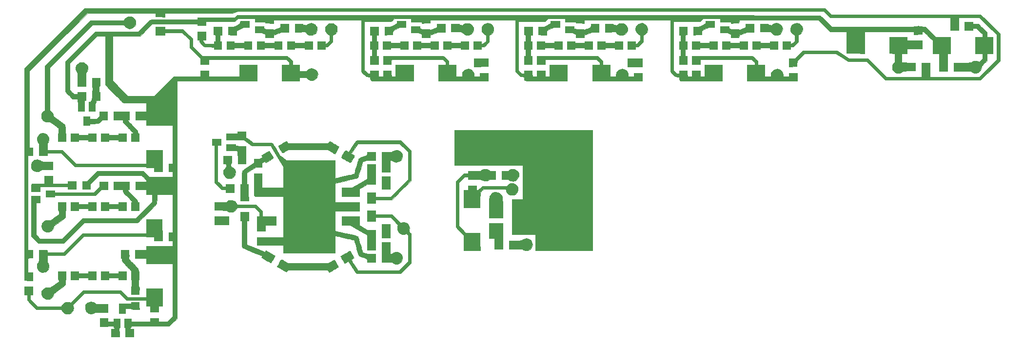
<source format=gbr>
G04 #@! TF.FileFunction,Legend,Top*
%FSLAX46Y46*%
G04 Gerber Fmt 4.6, Leading zero omitted, Abs format (unit mm)*
G04 Created by KiCad (PCBNEW 4.0.7) date 04/20/18 23:30:44*
%MOMM*%
%LPD*%
G01*
G04 APERTURE LIST*
%ADD10C,0.100000*%
%ADD11C,0.010000*%
G04 APERTURE END LIST*
D10*
D11*
G36*
X97442684Y-117104583D02*
X97455202Y-117390333D01*
X98425000Y-117390333D01*
X98425000Y-116840000D01*
X99568000Y-116840000D01*
X99568000Y-117623166D01*
X99567455Y-117899134D01*
X99565097Y-118101675D01*
X99559838Y-118242027D01*
X99550592Y-118331425D01*
X99536275Y-118381107D01*
X99515798Y-118402309D01*
X99492294Y-118406333D01*
X99466059Y-118411432D01*
X99447123Y-118434138D01*
X99434678Y-118485564D01*
X99427917Y-118576823D01*
X99426035Y-118719028D01*
X99428223Y-118923293D01*
X99433674Y-119200731D01*
X99433888Y-119210666D01*
X99451188Y-120015000D01*
X98001667Y-120015000D01*
X98001667Y-118618000D01*
X98319167Y-118618000D01*
X98480661Y-118616681D01*
X98575325Y-118608761D01*
X98620993Y-118588295D01*
X98635500Y-118549338D01*
X98636667Y-118512166D01*
X98619182Y-118431605D01*
X98550337Y-118406780D01*
X98530834Y-118406333D01*
X98455197Y-118392664D01*
X98427528Y-118334560D01*
X98425000Y-118279333D01*
X98425000Y-118152333D01*
X97938167Y-118152333D01*
X97721548Y-118155862D01*
X97562134Y-118165855D01*
X97470151Y-118181424D01*
X97451334Y-118194666D01*
X97410096Y-118211345D01*
X97290627Y-118224177D01*
X97099289Y-118232778D01*
X96842446Y-118236762D01*
X96751810Y-118237000D01*
X96052286Y-118237000D01*
X96063893Y-117527916D01*
X96075500Y-116818833D01*
X97430167Y-116818833D01*
X97442684Y-117104583D01*
X97442684Y-117104583D01*
G37*
X97442684Y-117104583D02*
X97455202Y-117390333D01*
X98425000Y-117390333D01*
X98425000Y-116840000D01*
X99568000Y-116840000D01*
X99568000Y-117623166D01*
X99567455Y-117899134D01*
X99565097Y-118101675D01*
X99559838Y-118242027D01*
X99550592Y-118331425D01*
X99536275Y-118381107D01*
X99515798Y-118402309D01*
X99492294Y-118406333D01*
X99466059Y-118411432D01*
X99447123Y-118434138D01*
X99434678Y-118485564D01*
X99427917Y-118576823D01*
X99426035Y-118719028D01*
X99428223Y-118923293D01*
X99433674Y-119200731D01*
X99433888Y-119210666D01*
X99451188Y-120015000D01*
X98001667Y-120015000D01*
X98001667Y-118618000D01*
X98319167Y-118618000D01*
X98480661Y-118616681D01*
X98575325Y-118608761D01*
X98620993Y-118588295D01*
X98635500Y-118549338D01*
X98636667Y-118512166D01*
X98619182Y-118431605D01*
X98550337Y-118406780D01*
X98530834Y-118406333D01*
X98455197Y-118392664D01*
X98427528Y-118334560D01*
X98425000Y-118279333D01*
X98425000Y-118152333D01*
X97938167Y-118152333D01*
X97721548Y-118155862D01*
X97562134Y-118165855D01*
X97470151Y-118181424D01*
X97451334Y-118194666D01*
X97410096Y-118211345D01*
X97290627Y-118224177D01*
X97099289Y-118232778D01*
X96842446Y-118236762D01*
X96751810Y-118237000D01*
X96052286Y-118237000D01*
X96063893Y-117527916D01*
X96075500Y-116818833D01*
X97430167Y-116818833D01*
X97442684Y-117104583D01*
G36*
X148599041Y-64131217D02*
X150455600Y-64131255D01*
X152314400Y-64131322D01*
X154173511Y-64131415D01*
X156031006Y-64131536D01*
X157884956Y-64131683D01*
X159733431Y-64131856D01*
X161574504Y-64132054D01*
X163406245Y-64132277D01*
X165226727Y-64132525D01*
X167034021Y-64132797D01*
X168826198Y-64133092D01*
X170601329Y-64133411D01*
X172357487Y-64133752D01*
X174092741Y-64134115D01*
X175805164Y-64134500D01*
X177492828Y-64134907D01*
X179153803Y-64135334D01*
X180786161Y-64135781D01*
X182387974Y-64136249D01*
X183957312Y-64136735D01*
X185492248Y-64137241D01*
X186990852Y-64137765D01*
X188451196Y-64138307D01*
X189871352Y-64138867D01*
X191249390Y-64139444D01*
X192583383Y-64140037D01*
X193871402Y-64140647D01*
X195111518Y-64141272D01*
X196301802Y-64141912D01*
X197440326Y-64142567D01*
X198525162Y-64143237D01*
X199554380Y-64143920D01*
X200526053Y-64144617D01*
X201438251Y-64145326D01*
X202289046Y-64146048D01*
X203076510Y-64146782D01*
X203798713Y-64147527D01*
X204453728Y-64148283D01*
X205039626Y-64149050D01*
X205554477Y-64149827D01*
X205996354Y-64150614D01*
X206363328Y-64151409D01*
X206653470Y-64152214D01*
X206864852Y-64153027D01*
X206995545Y-64153847D01*
X207043621Y-64154675D01*
X207043839Y-64154727D01*
X207087925Y-64157183D01*
X207212268Y-64159564D01*
X207412456Y-64161857D01*
X207684079Y-64164048D01*
X208022726Y-64166121D01*
X208423986Y-64168064D01*
X208883449Y-64169861D01*
X209396704Y-64171500D01*
X209959341Y-64172966D01*
X210566948Y-64174244D01*
X211215116Y-64175321D01*
X211899433Y-64176182D01*
X212615489Y-64176814D01*
X213358874Y-64177202D01*
X214116449Y-64177333D01*
X221166453Y-64177333D01*
X222164450Y-65172166D01*
X223162447Y-66167000D01*
X230279361Y-66167000D01*
X231196988Y-66166937D01*
X232033615Y-66166726D01*
X232792907Y-66166336D01*
X233478530Y-66165732D01*
X234094151Y-66164884D01*
X234643436Y-66163757D01*
X235130050Y-66162320D01*
X235557659Y-66160540D01*
X235929930Y-66158384D01*
X236250529Y-66155820D01*
X236523121Y-66152815D01*
X236751373Y-66149336D01*
X236938950Y-66145352D01*
X237089520Y-66140828D01*
X237206746Y-66135734D01*
X237294297Y-66130035D01*
X237355837Y-66123700D01*
X237395033Y-66116696D01*
X237415550Y-66108990D01*
X237420642Y-66103500D01*
X237471256Y-66077068D01*
X237588741Y-66056775D01*
X237755523Y-66042622D01*
X237954030Y-66034608D01*
X238166688Y-66032734D01*
X238375924Y-66036999D01*
X238564166Y-66047404D01*
X238713839Y-66063948D01*
X238807372Y-66086631D01*
X238829358Y-66103500D01*
X238869915Y-66141418D01*
X238964887Y-66161466D01*
X239118011Y-66167000D01*
X239214840Y-66168942D01*
X239300658Y-66178778D01*
X239383528Y-66202522D01*
X239471510Y-66246188D01*
X239572667Y-66315790D01*
X239695060Y-66417342D01*
X239846751Y-66556858D01*
X240035802Y-66740352D01*
X240270275Y-66973838D01*
X240474059Y-67178607D01*
X241235618Y-67944999D01*
X242474309Y-67944999D01*
X243713000Y-67945000D01*
X243713000Y-70781333D01*
X243205000Y-70781333D01*
X243205000Y-73829333D01*
X241808000Y-73829333D01*
X241808000Y-70781333D01*
X240665000Y-70781333D01*
X240665000Y-68515641D01*
X239891999Y-67743487D01*
X239652240Y-67505036D01*
X239463647Y-67320564D01*
X239318337Y-67183371D01*
X239208431Y-67086753D01*
X239126049Y-67024012D01*
X239063308Y-66988444D01*
X239012330Y-66973350D01*
X238983945Y-66971333D01*
X238907850Y-66974829D01*
X238866309Y-66998882D01*
X238846973Y-67063837D01*
X238837492Y-67190041D01*
X238836196Y-67214750D01*
X238823500Y-67458166D01*
X237405334Y-67481380D01*
X237405334Y-66971333D01*
X228811667Y-66971333D01*
X228811667Y-70782389D01*
X227277084Y-70771278D01*
X225742500Y-70760166D01*
X225731481Y-68865750D01*
X225720462Y-66971333D01*
X222825467Y-66971333D01*
X220787263Y-64939333D01*
X207056202Y-64939333D01*
X207043684Y-65225083D01*
X207031167Y-65510833D01*
X206322084Y-65522440D01*
X205613000Y-65534047D01*
X205613000Y-65278000D01*
X203750334Y-65278000D01*
X203750334Y-64685333D01*
X200847317Y-64685333D01*
X200637242Y-64900321D01*
X200513792Y-65018635D01*
X200395858Y-65118344D01*
X200312852Y-65175487D01*
X200275019Y-65188973D01*
X200212606Y-65200365D01*
X200119122Y-65209826D01*
X199988075Y-65217518D01*
X199812973Y-65223605D01*
X199587325Y-65228249D01*
X199304639Y-65231613D01*
X198958422Y-65233858D01*
X198542184Y-65235149D01*
X198049432Y-65235646D01*
X197910436Y-65235666D01*
X195622334Y-65235666D01*
X195622334Y-73679175D01*
X195928191Y-73987087D01*
X196068555Y-74126339D01*
X196168236Y-74215711D01*
X196245359Y-74266234D01*
X196318050Y-74288937D01*
X196404433Y-74294850D01*
X196434171Y-74295000D01*
X196634293Y-74295000D01*
X196646897Y-74030416D01*
X196659500Y-73765833D01*
X198056500Y-73765833D01*
X198068427Y-74263250D01*
X198080354Y-74760666D01*
X198879313Y-74760666D01*
X198891240Y-74263250D01*
X198903167Y-73765833D01*
X200300167Y-73765833D01*
X200312094Y-74263249D01*
X200324020Y-74760666D01*
X201041000Y-74760666D01*
X201041000Y-72771000D01*
X204089000Y-72771000D01*
X204089000Y-75566394D01*
X200465825Y-75555114D01*
X196842651Y-75543833D01*
X196740492Y-75425056D01*
X196675169Y-75327138D01*
X196644640Y-75210220D01*
X196638334Y-75075806D01*
X196638334Y-74845333D01*
X196361065Y-74845333D01*
X196190743Y-74835901D01*
X196043654Y-74811155D01*
X195969481Y-74785683D01*
X195895998Y-74732692D01*
X195780293Y-74632429D01*
X195638205Y-74499242D01*
X195485575Y-74347479D01*
X195484750Y-74346634D01*
X195114334Y-73967235D01*
X195114334Y-64939333D01*
X180128334Y-64939333D01*
X180128334Y-65534047D01*
X179419250Y-65522440D01*
X178710167Y-65510833D01*
X178696772Y-65394416D01*
X178683376Y-65278000D01*
X176826334Y-65278000D01*
X176826334Y-64685333D01*
X173933279Y-64685333D01*
X173648256Y-64960499D01*
X173363232Y-65235666D01*
X168740667Y-65235666D01*
X168740667Y-73725770D01*
X169027479Y-74010385D01*
X169163963Y-74143289D01*
X169261053Y-74226770D01*
X169338221Y-74272262D01*
X169414941Y-74291194D01*
X169510683Y-74294999D01*
X169710293Y-74294999D01*
X169722897Y-74030416D01*
X169735500Y-73765833D01*
X171132500Y-73765833D01*
X171144427Y-74263249D01*
X171156354Y-74760666D01*
X171955313Y-74760666D01*
X171967240Y-74263250D01*
X171979167Y-73765833D01*
X172688250Y-73754226D01*
X173397334Y-73742619D01*
X173397334Y-74760666D01*
X174159334Y-74760666D01*
X174159334Y-72771000D01*
X177207334Y-72771000D01*
X177207334Y-75565000D01*
X173628065Y-75564999D01*
X172978634Y-75565030D01*
X172408551Y-75564910D01*
X171912498Y-75564319D01*
X171485156Y-75562939D01*
X171121206Y-75560452D01*
X170815331Y-75556537D01*
X170562210Y-75550877D01*
X170356527Y-75543152D01*
X170192963Y-75533043D01*
X170066198Y-75520231D01*
X169970915Y-75504399D01*
X169901794Y-75485225D01*
X169853519Y-75462393D01*
X169820769Y-75435582D01*
X169798227Y-75404474D01*
X169780574Y-75368750D01*
X169764909Y-75333349D01*
X169732443Y-75218928D01*
X169715187Y-75073977D01*
X169714334Y-75038468D01*
X169714334Y-74854587D01*
X169394384Y-74838430D01*
X169074435Y-74822273D01*
X168632384Y-74374840D01*
X168190334Y-73927406D01*
X168190334Y-64939333D01*
X153419869Y-64939333D01*
X153407351Y-65225083D01*
X153394834Y-65510833D01*
X152685750Y-65522440D01*
X151976667Y-65534047D01*
X151976667Y-65278000D01*
X150114000Y-65278000D01*
X150114000Y-64685333D01*
X147210984Y-64685333D01*
X147000909Y-64900321D01*
X146877458Y-65018635D01*
X146759524Y-65118344D01*
X146676519Y-65175487D01*
X146638685Y-65188973D01*
X146576272Y-65200365D01*
X146482788Y-65209826D01*
X146351741Y-65217518D01*
X146176640Y-65223605D01*
X145950992Y-65228249D01*
X145668305Y-65231613D01*
X145322089Y-65233858D01*
X144905850Y-65235149D01*
X144413098Y-65235646D01*
X144274102Y-65235666D01*
X141986000Y-65235666D01*
X141986000Y-73683285D01*
X142293912Y-73989142D01*
X142435475Y-74127621D01*
X142536103Y-74216454D01*
X142613963Y-74266620D01*
X142687221Y-74289102D01*
X142774041Y-74294879D01*
X142799892Y-74295000D01*
X142997960Y-74295000D01*
X143010563Y-74030416D01*
X143023167Y-73765833D01*
X143711084Y-73754201D01*
X144399000Y-73742569D01*
X144399000Y-74760666D01*
X145242980Y-74760666D01*
X145254907Y-74263250D01*
X145266834Y-73765833D01*
X146663834Y-73765833D01*
X146675760Y-74263250D01*
X146687687Y-74760666D01*
X147403106Y-74760666D01*
X147425834Y-72792166D01*
X148960417Y-72781055D01*
X150495000Y-72769943D01*
X150495000Y-75566387D01*
X143206318Y-75543833D01*
X143104159Y-75425056D01*
X143038835Y-75327138D01*
X143008307Y-75210220D01*
X143002000Y-75075806D01*
X143002000Y-74845333D01*
X142724731Y-74845333D01*
X142554410Y-74835901D01*
X142407321Y-74811155D01*
X142333148Y-74785683D01*
X142259665Y-74732692D01*
X142143959Y-74632429D01*
X142001871Y-74499242D01*
X141849242Y-74347479D01*
X141848417Y-74346634D01*
X141478000Y-73967235D01*
X141478000Y-64939333D01*
X126238000Y-64939333D01*
X126238000Y-65534047D01*
X124819834Y-65510833D01*
X124806438Y-65394416D01*
X124793043Y-65278000D01*
X122978334Y-65278000D01*
X122978334Y-64685333D01*
X120042945Y-64685333D01*
X119757922Y-64960499D01*
X119472899Y-65235666D01*
X114427000Y-65235666D01*
X114427000Y-65913000D01*
X112987667Y-65913000D01*
X112987667Y-65659000D01*
X105177790Y-65659000D01*
X104129432Y-66706750D01*
X103081075Y-67754500D01*
X98255667Y-67777696D01*
X98255667Y-75459662D01*
X99599994Y-76803498D01*
X100944322Y-78147333D01*
X105515441Y-78147333D01*
X107198563Y-76464583D01*
X108881684Y-74781833D01*
X111208508Y-74770203D01*
X113535331Y-74758574D01*
X113547249Y-74262203D01*
X113559167Y-73765833D01*
X114956167Y-73765833D01*
X114968094Y-74263250D01*
X114980020Y-74760666D01*
X120269000Y-74760666D01*
X120269000Y-72769943D01*
X121803584Y-72781055D01*
X123338167Y-72792166D01*
X123338167Y-75543833D01*
X109431667Y-75565251D01*
X109431667Y-116858142D01*
X108784572Y-117505238D01*
X108137476Y-118152333D01*
X107186488Y-118161588D01*
X106957555Y-118163080D01*
X106656114Y-118163900D01*
X106294322Y-118164072D01*
X105884333Y-118163619D01*
X105438305Y-118162565D01*
X104968393Y-118160935D01*
X104486753Y-118158751D01*
X104005542Y-118156038D01*
X103854250Y-118155066D01*
X101473000Y-118139288D01*
X101473000Y-118272811D01*
X101461093Y-118368656D01*
X101416039Y-118404105D01*
X101388334Y-118406333D01*
X101321524Y-118431630D01*
X101303667Y-118510312D01*
X101308575Y-118564131D01*
X101335360Y-118596293D01*
X101402115Y-118613659D01*
X101526933Y-118623092D01*
X101610584Y-118626728D01*
X101917500Y-118639166D01*
X101940764Y-120015000D01*
X100499334Y-120015000D01*
X100499334Y-119210666D01*
X100498969Y-118931314D01*
X100497090Y-118725437D01*
X100492519Y-118581845D01*
X100484078Y-118489345D01*
X100470588Y-118436749D01*
X100450872Y-118412863D01*
X100423752Y-118406499D01*
X100414667Y-118406333D01*
X100384921Y-118402799D01*
X100363102Y-118384637D01*
X100347984Y-118340508D01*
X100338341Y-118259072D01*
X100332948Y-118128989D01*
X100330579Y-117938920D01*
X100330007Y-117677525D01*
X100330000Y-117623166D01*
X100330000Y-116840000D01*
X101473000Y-116840000D01*
X101473000Y-117390333D01*
X104813624Y-117390333D01*
X104826062Y-117083416D01*
X104838500Y-116776500D01*
X105547584Y-116764893D01*
X106256667Y-116753286D01*
X106256667Y-117390333D01*
X107760944Y-117390333D01*
X108215305Y-116934558D01*
X108669667Y-116478784D01*
X108669667Y-107272666D01*
X104097667Y-107272666D01*
X104097667Y-106385286D01*
X103155750Y-106373893D01*
X102213834Y-106362500D01*
X102213834Y-104965500D01*
X103155750Y-104954106D01*
X104097667Y-104942713D01*
X104097667Y-104224666D01*
X108669667Y-104224666D01*
X108669667Y-103335666D01*
X107990286Y-103335666D01*
X108013500Y-101917500D01*
X108341584Y-101905135D01*
X108669667Y-101892771D01*
X108669667Y-95250000D01*
X105960334Y-95250000D01*
X105960334Y-96013359D01*
X105958141Y-96325272D01*
X105951128Y-96562597D01*
X105938638Y-96735312D01*
X105920017Y-96853393D01*
X105901271Y-96912943D01*
X105858812Y-96971651D01*
X105762695Y-97081798D01*
X105619927Y-97236398D01*
X105437516Y-97428468D01*
X105222469Y-97651023D01*
X104981794Y-97897081D01*
X104722498Y-98159656D01*
X104451589Y-98431765D01*
X104176075Y-98706425D01*
X103902962Y-98976650D01*
X103639258Y-99235457D01*
X103391971Y-99475863D01*
X103168107Y-99690883D01*
X102974676Y-99873533D01*
X102818683Y-100016829D01*
X102707137Y-100113788D01*
X102647045Y-100157425D01*
X102644994Y-100158285D01*
X102584540Y-100166407D01*
X102448118Y-100173691D01*
X102234828Y-100180146D01*
X101943773Y-100185780D01*
X101574053Y-100190602D01*
X101124768Y-100194620D01*
X100595019Y-100197844D01*
X99983907Y-100200281D01*
X99290533Y-100201940D01*
X98513997Y-100202830D01*
X97946656Y-100203000D01*
X93367489Y-100203000D01*
X91587669Y-101981000D01*
X89807848Y-103759000D01*
X85368396Y-103759000D01*
X84158667Y-102549271D01*
X84158667Y-95546333D01*
X85682667Y-95546333D01*
X85682667Y-96689333D01*
X84963000Y-96689333D01*
X84963000Y-102215598D01*
X85705508Y-102954666D01*
X89469258Y-102954666D01*
X93031736Y-99398666D01*
X102341307Y-99398666D01*
X103748654Y-97990849D01*
X105156000Y-96583033D01*
X105156000Y-95250000D01*
X104097667Y-95250000D01*
X104097667Y-94445666D01*
X102235000Y-94445666D01*
X102235000Y-93048666D01*
X104097667Y-93048666D01*
X104097667Y-92910289D01*
X104089967Y-92845930D01*
X104060679Y-92777704D01*
X104000515Y-92693254D01*
X103900189Y-92580219D01*
X103750417Y-92426242D01*
X103684159Y-92359955D01*
X103270652Y-91948000D01*
X99609147Y-91948000D01*
X95947642Y-91947999D01*
X95175488Y-92721001D01*
X94403334Y-93494002D01*
X94403334Y-94361000D01*
X93006334Y-94361000D01*
X93006334Y-92964000D01*
X93785296Y-92964000D01*
X95575656Y-91186000D01*
X103645617Y-91186000D01*
X104673311Y-92202000D01*
X108669667Y-92202000D01*
X108669667Y-91313000D01*
X107992334Y-91313000D01*
X107992334Y-89916000D01*
X108669667Y-89916000D01*
X108669667Y-83227333D01*
X104097667Y-83227333D01*
X104097667Y-82338333D01*
X102235000Y-82338333D01*
X102235000Y-80899000D01*
X104097667Y-80899000D01*
X104097667Y-79375000D01*
X102148231Y-79375000D01*
X101676175Y-79374606D01*
X101281703Y-79373286D01*
X100957737Y-79370832D01*
X100697196Y-79367038D01*
X100493003Y-79361694D01*
X100338077Y-79354595D01*
X100225340Y-79345532D01*
X100147712Y-79334297D01*
X100098114Y-79320684D01*
X100084481Y-79314496D01*
X100032624Y-79273161D01*
X99927448Y-79177654D01*
X99775174Y-79034002D01*
X99582017Y-78848231D01*
X99354198Y-78626369D01*
X99097934Y-78374441D01*
X98819442Y-78098476D01*
X98524942Y-77804500D01*
X98477917Y-77757363D01*
X96985667Y-76260734D01*
X96985667Y-67775666D01*
X95609553Y-67775666D01*
X93228443Y-70157055D01*
X90847333Y-72538445D01*
X90847333Y-74825188D01*
X90847334Y-77111931D01*
X91218588Y-77481465D01*
X91589842Y-77851000D01*
X92202000Y-77851000D01*
X92202000Y-77470000D01*
X93599000Y-77470000D01*
X93599000Y-78909333D01*
X93345000Y-78909333D01*
X93345000Y-80772000D01*
X92244334Y-80772000D01*
X92244333Y-79910075D01*
X92243011Y-79634200D01*
X92239328Y-79374494D01*
X92233708Y-79147629D01*
X92226574Y-78970277D01*
X92218351Y-78859110D01*
X92217413Y-78851741D01*
X92190492Y-78655333D01*
X91262557Y-78655333D01*
X90712257Y-78115583D01*
X90531225Y-77935005D01*
X90368433Y-77766962D01*
X90234969Y-77623347D01*
X90141920Y-77516053D01*
X90102478Y-77461518D01*
X90088710Y-77392751D01*
X90076544Y-77248596D01*
X90065979Y-77038260D01*
X90057012Y-76770953D01*
X90049642Y-76455882D01*
X90043867Y-76102256D01*
X90039684Y-75719284D01*
X90037091Y-75316173D01*
X90036087Y-74902132D01*
X90036670Y-74486369D01*
X90038837Y-74078093D01*
X90042587Y-73686512D01*
X90047917Y-73320835D01*
X90054825Y-72990269D01*
X90063310Y-72704023D01*
X90073369Y-72471305D01*
X90085001Y-72301324D01*
X90098203Y-72203287D01*
X90103631Y-72186814D01*
X90142268Y-72140089D01*
X90236460Y-72038263D01*
X90381709Y-71885921D01*
X90573519Y-71687646D01*
X90807391Y-71448022D01*
X91078829Y-71171631D01*
X91383334Y-70863058D01*
X91716409Y-70526886D01*
X92073556Y-70167699D01*
X92450279Y-69790079D01*
X92718534Y-69521916D01*
X95272805Y-66971333D01*
X102722524Y-66971333D01*
X103695845Y-65994847D01*
X103935954Y-65755583D01*
X104161599Y-65533813D01*
X104364705Y-65337236D01*
X104537197Y-65173554D01*
X104671002Y-65050465D01*
X104758045Y-64975669D01*
X104783481Y-64957680D01*
X104813032Y-64947345D01*
X104863623Y-64938216D01*
X104940116Y-64930224D01*
X105047375Y-64923297D01*
X105190263Y-64917364D01*
X105373643Y-64912354D01*
X105602377Y-64908197D01*
X105881330Y-64904821D01*
X106215365Y-64902155D01*
X106609343Y-64900129D01*
X107068130Y-64898672D01*
X107596586Y-64897712D01*
X108199576Y-64897178D01*
X108881964Y-64897000D01*
X108942731Y-64896999D01*
X112987667Y-64897000D01*
X112987667Y-64516000D01*
X119434720Y-64516000D01*
X119842040Y-64135000D01*
X122330937Y-64134286D01*
X123922460Y-64133853D01*
X125545152Y-64133454D01*
X127197085Y-64133089D01*
X128876330Y-64132758D01*
X130580958Y-64132460D01*
X132309041Y-64132195D01*
X134058651Y-64131963D01*
X135827858Y-64131763D01*
X137614734Y-64131594D01*
X139417351Y-64131456D01*
X141233779Y-64131349D01*
X143062091Y-64131272D01*
X144900358Y-64131224D01*
X146746650Y-64131206D01*
X148599041Y-64131217D01*
X148599041Y-64131217D01*
G37*
X148599041Y-64131217D02*
X150455600Y-64131255D01*
X152314400Y-64131322D01*
X154173511Y-64131415D01*
X156031006Y-64131536D01*
X157884956Y-64131683D01*
X159733431Y-64131856D01*
X161574504Y-64132054D01*
X163406245Y-64132277D01*
X165226727Y-64132525D01*
X167034021Y-64132797D01*
X168826198Y-64133092D01*
X170601329Y-64133411D01*
X172357487Y-64133752D01*
X174092741Y-64134115D01*
X175805164Y-64134500D01*
X177492828Y-64134907D01*
X179153803Y-64135334D01*
X180786161Y-64135781D01*
X182387974Y-64136249D01*
X183957312Y-64136735D01*
X185492248Y-64137241D01*
X186990852Y-64137765D01*
X188451196Y-64138307D01*
X189871352Y-64138867D01*
X191249390Y-64139444D01*
X192583383Y-64140037D01*
X193871402Y-64140647D01*
X195111518Y-64141272D01*
X196301802Y-64141912D01*
X197440326Y-64142567D01*
X198525162Y-64143237D01*
X199554380Y-64143920D01*
X200526053Y-64144617D01*
X201438251Y-64145326D01*
X202289046Y-64146048D01*
X203076510Y-64146782D01*
X203798713Y-64147527D01*
X204453728Y-64148283D01*
X205039626Y-64149050D01*
X205554477Y-64149827D01*
X205996354Y-64150614D01*
X206363328Y-64151409D01*
X206653470Y-64152214D01*
X206864852Y-64153027D01*
X206995545Y-64153847D01*
X207043621Y-64154675D01*
X207043839Y-64154727D01*
X207087925Y-64157183D01*
X207212268Y-64159564D01*
X207412456Y-64161857D01*
X207684079Y-64164048D01*
X208022726Y-64166121D01*
X208423986Y-64168064D01*
X208883449Y-64169861D01*
X209396704Y-64171500D01*
X209959341Y-64172966D01*
X210566948Y-64174244D01*
X211215116Y-64175321D01*
X211899433Y-64176182D01*
X212615489Y-64176814D01*
X213358874Y-64177202D01*
X214116449Y-64177333D01*
X221166453Y-64177333D01*
X222164450Y-65172166D01*
X223162447Y-66167000D01*
X230279361Y-66167000D01*
X231196988Y-66166937D01*
X232033615Y-66166726D01*
X232792907Y-66166336D01*
X233478530Y-66165732D01*
X234094151Y-66164884D01*
X234643436Y-66163757D01*
X235130050Y-66162320D01*
X235557659Y-66160540D01*
X235929930Y-66158384D01*
X236250529Y-66155820D01*
X236523121Y-66152815D01*
X236751373Y-66149336D01*
X236938950Y-66145352D01*
X237089520Y-66140828D01*
X237206746Y-66135734D01*
X237294297Y-66130035D01*
X237355837Y-66123700D01*
X237395033Y-66116696D01*
X237415550Y-66108990D01*
X237420642Y-66103500D01*
X237471256Y-66077068D01*
X237588741Y-66056775D01*
X237755523Y-66042622D01*
X237954030Y-66034608D01*
X238166688Y-66032734D01*
X238375924Y-66036999D01*
X238564166Y-66047404D01*
X238713839Y-66063948D01*
X238807372Y-66086631D01*
X238829358Y-66103500D01*
X238869915Y-66141418D01*
X238964887Y-66161466D01*
X239118011Y-66167000D01*
X239214840Y-66168942D01*
X239300658Y-66178778D01*
X239383528Y-66202522D01*
X239471510Y-66246188D01*
X239572667Y-66315790D01*
X239695060Y-66417342D01*
X239846751Y-66556858D01*
X240035802Y-66740352D01*
X240270275Y-66973838D01*
X240474059Y-67178607D01*
X241235618Y-67944999D01*
X242474309Y-67944999D01*
X243713000Y-67945000D01*
X243713000Y-70781333D01*
X243205000Y-70781333D01*
X243205000Y-73829333D01*
X241808000Y-73829333D01*
X241808000Y-70781333D01*
X240665000Y-70781333D01*
X240665000Y-68515641D01*
X239891999Y-67743487D01*
X239652240Y-67505036D01*
X239463647Y-67320564D01*
X239318337Y-67183371D01*
X239208431Y-67086753D01*
X239126049Y-67024012D01*
X239063308Y-66988444D01*
X239012330Y-66973350D01*
X238983945Y-66971333D01*
X238907850Y-66974829D01*
X238866309Y-66998882D01*
X238846973Y-67063837D01*
X238837492Y-67190041D01*
X238836196Y-67214750D01*
X238823500Y-67458166D01*
X237405334Y-67481380D01*
X237405334Y-66971333D01*
X228811667Y-66971333D01*
X228811667Y-70782389D01*
X227277084Y-70771278D01*
X225742500Y-70760166D01*
X225731481Y-68865750D01*
X225720462Y-66971333D01*
X222825467Y-66971333D01*
X220787263Y-64939333D01*
X207056202Y-64939333D01*
X207043684Y-65225083D01*
X207031167Y-65510833D01*
X206322084Y-65522440D01*
X205613000Y-65534047D01*
X205613000Y-65278000D01*
X203750334Y-65278000D01*
X203750334Y-64685333D01*
X200847317Y-64685333D01*
X200637242Y-64900321D01*
X200513792Y-65018635D01*
X200395858Y-65118344D01*
X200312852Y-65175487D01*
X200275019Y-65188973D01*
X200212606Y-65200365D01*
X200119122Y-65209826D01*
X199988075Y-65217518D01*
X199812973Y-65223605D01*
X199587325Y-65228249D01*
X199304639Y-65231613D01*
X198958422Y-65233858D01*
X198542184Y-65235149D01*
X198049432Y-65235646D01*
X197910436Y-65235666D01*
X195622334Y-65235666D01*
X195622334Y-73679175D01*
X195928191Y-73987087D01*
X196068555Y-74126339D01*
X196168236Y-74215711D01*
X196245359Y-74266234D01*
X196318050Y-74288937D01*
X196404433Y-74294850D01*
X196434171Y-74295000D01*
X196634293Y-74295000D01*
X196646897Y-74030416D01*
X196659500Y-73765833D01*
X198056500Y-73765833D01*
X198068427Y-74263250D01*
X198080354Y-74760666D01*
X198879313Y-74760666D01*
X198891240Y-74263250D01*
X198903167Y-73765833D01*
X200300167Y-73765833D01*
X200312094Y-74263249D01*
X200324020Y-74760666D01*
X201041000Y-74760666D01*
X201041000Y-72771000D01*
X204089000Y-72771000D01*
X204089000Y-75566394D01*
X200465825Y-75555114D01*
X196842651Y-75543833D01*
X196740492Y-75425056D01*
X196675169Y-75327138D01*
X196644640Y-75210220D01*
X196638334Y-75075806D01*
X196638334Y-74845333D01*
X196361065Y-74845333D01*
X196190743Y-74835901D01*
X196043654Y-74811155D01*
X195969481Y-74785683D01*
X195895998Y-74732692D01*
X195780293Y-74632429D01*
X195638205Y-74499242D01*
X195485575Y-74347479D01*
X195484750Y-74346634D01*
X195114334Y-73967235D01*
X195114334Y-64939333D01*
X180128334Y-64939333D01*
X180128334Y-65534047D01*
X179419250Y-65522440D01*
X178710167Y-65510833D01*
X178696772Y-65394416D01*
X178683376Y-65278000D01*
X176826334Y-65278000D01*
X176826334Y-64685333D01*
X173933279Y-64685333D01*
X173648256Y-64960499D01*
X173363232Y-65235666D01*
X168740667Y-65235666D01*
X168740667Y-73725770D01*
X169027479Y-74010385D01*
X169163963Y-74143289D01*
X169261053Y-74226770D01*
X169338221Y-74272262D01*
X169414941Y-74291194D01*
X169510683Y-74294999D01*
X169710293Y-74294999D01*
X169722897Y-74030416D01*
X169735500Y-73765833D01*
X171132500Y-73765833D01*
X171144427Y-74263249D01*
X171156354Y-74760666D01*
X171955313Y-74760666D01*
X171967240Y-74263250D01*
X171979167Y-73765833D01*
X172688250Y-73754226D01*
X173397334Y-73742619D01*
X173397334Y-74760666D01*
X174159334Y-74760666D01*
X174159334Y-72771000D01*
X177207334Y-72771000D01*
X177207334Y-75565000D01*
X173628065Y-75564999D01*
X172978634Y-75565030D01*
X172408551Y-75564910D01*
X171912498Y-75564319D01*
X171485156Y-75562939D01*
X171121206Y-75560452D01*
X170815331Y-75556537D01*
X170562210Y-75550877D01*
X170356527Y-75543152D01*
X170192963Y-75533043D01*
X170066198Y-75520231D01*
X169970915Y-75504399D01*
X169901794Y-75485225D01*
X169853519Y-75462393D01*
X169820769Y-75435582D01*
X169798227Y-75404474D01*
X169780574Y-75368750D01*
X169764909Y-75333349D01*
X169732443Y-75218928D01*
X169715187Y-75073977D01*
X169714334Y-75038468D01*
X169714334Y-74854587D01*
X169394384Y-74838430D01*
X169074435Y-74822273D01*
X168632384Y-74374840D01*
X168190334Y-73927406D01*
X168190334Y-64939333D01*
X153419869Y-64939333D01*
X153407351Y-65225083D01*
X153394834Y-65510833D01*
X152685750Y-65522440D01*
X151976667Y-65534047D01*
X151976667Y-65278000D01*
X150114000Y-65278000D01*
X150114000Y-64685333D01*
X147210984Y-64685333D01*
X147000909Y-64900321D01*
X146877458Y-65018635D01*
X146759524Y-65118344D01*
X146676519Y-65175487D01*
X146638685Y-65188973D01*
X146576272Y-65200365D01*
X146482788Y-65209826D01*
X146351741Y-65217518D01*
X146176640Y-65223605D01*
X145950992Y-65228249D01*
X145668305Y-65231613D01*
X145322089Y-65233858D01*
X144905850Y-65235149D01*
X144413098Y-65235646D01*
X144274102Y-65235666D01*
X141986000Y-65235666D01*
X141986000Y-73683285D01*
X142293912Y-73989142D01*
X142435475Y-74127621D01*
X142536103Y-74216454D01*
X142613963Y-74266620D01*
X142687221Y-74289102D01*
X142774041Y-74294879D01*
X142799892Y-74295000D01*
X142997960Y-74295000D01*
X143010563Y-74030416D01*
X143023167Y-73765833D01*
X143711084Y-73754201D01*
X144399000Y-73742569D01*
X144399000Y-74760666D01*
X145242980Y-74760666D01*
X145254907Y-74263250D01*
X145266834Y-73765833D01*
X146663834Y-73765833D01*
X146675760Y-74263250D01*
X146687687Y-74760666D01*
X147403106Y-74760666D01*
X147425834Y-72792166D01*
X148960417Y-72781055D01*
X150495000Y-72769943D01*
X150495000Y-75566387D01*
X143206318Y-75543833D01*
X143104159Y-75425056D01*
X143038835Y-75327138D01*
X143008307Y-75210220D01*
X143002000Y-75075806D01*
X143002000Y-74845333D01*
X142724731Y-74845333D01*
X142554410Y-74835901D01*
X142407321Y-74811155D01*
X142333148Y-74785683D01*
X142259665Y-74732692D01*
X142143959Y-74632429D01*
X142001871Y-74499242D01*
X141849242Y-74347479D01*
X141848417Y-74346634D01*
X141478000Y-73967235D01*
X141478000Y-64939333D01*
X126238000Y-64939333D01*
X126238000Y-65534047D01*
X124819834Y-65510833D01*
X124806438Y-65394416D01*
X124793043Y-65278000D01*
X122978334Y-65278000D01*
X122978334Y-64685333D01*
X120042945Y-64685333D01*
X119757922Y-64960499D01*
X119472899Y-65235666D01*
X114427000Y-65235666D01*
X114427000Y-65913000D01*
X112987667Y-65913000D01*
X112987667Y-65659000D01*
X105177790Y-65659000D01*
X104129432Y-66706750D01*
X103081075Y-67754500D01*
X98255667Y-67777696D01*
X98255667Y-75459662D01*
X99599994Y-76803498D01*
X100944322Y-78147333D01*
X105515441Y-78147333D01*
X107198563Y-76464583D01*
X108881684Y-74781833D01*
X111208508Y-74770203D01*
X113535331Y-74758574D01*
X113547249Y-74262203D01*
X113559167Y-73765833D01*
X114956167Y-73765833D01*
X114968094Y-74263250D01*
X114980020Y-74760666D01*
X120269000Y-74760666D01*
X120269000Y-72769943D01*
X121803584Y-72781055D01*
X123338167Y-72792166D01*
X123338167Y-75543833D01*
X109431667Y-75565251D01*
X109431667Y-116858142D01*
X108784572Y-117505238D01*
X108137476Y-118152333D01*
X107186488Y-118161588D01*
X106957555Y-118163080D01*
X106656114Y-118163900D01*
X106294322Y-118164072D01*
X105884333Y-118163619D01*
X105438305Y-118162565D01*
X104968393Y-118160935D01*
X104486753Y-118158751D01*
X104005542Y-118156038D01*
X103854250Y-118155066D01*
X101473000Y-118139288D01*
X101473000Y-118272811D01*
X101461093Y-118368656D01*
X101416039Y-118404105D01*
X101388334Y-118406333D01*
X101321524Y-118431630D01*
X101303667Y-118510312D01*
X101308575Y-118564131D01*
X101335360Y-118596293D01*
X101402115Y-118613659D01*
X101526933Y-118623092D01*
X101610584Y-118626728D01*
X101917500Y-118639166D01*
X101940764Y-120015000D01*
X100499334Y-120015000D01*
X100499334Y-119210666D01*
X100498969Y-118931314D01*
X100497090Y-118725437D01*
X100492519Y-118581845D01*
X100484078Y-118489345D01*
X100470588Y-118436749D01*
X100450872Y-118412863D01*
X100423752Y-118406499D01*
X100414667Y-118406333D01*
X100384921Y-118402799D01*
X100363102Y-118384637D01*
X100347984Y-118340508D01*
X100338341Y-118259072D01*
X100332948Y-118128989D01*
X100330579Y-117938920D01*
X100330007Y-117677525D01*
X100330000Y-117623166D01*
X100330000Y-116840000D01*
X101473000Y-116840000D01*
X101473000Y-117390333D01*
X104813624Y-117390333D01*
X104826062Y-117083416D01*
X104838500Y-116776500D01*
X105547584Y-116764893D01*
X106256667Y-116753286D01*
X106256667Y-117390333D01*
X107760944Y-117390333D01*
X108215305Y-116934558D01*
X108669667Y-116478784D01*
X108669667Y-107272666D01*
X104097667Y-107272666D01*
X104097667Y-106385286D01*
X103155750Y-106373893D01*
X102213834Y-106362500D01*
X102213834Y-104965500D01*
X103155750Y-104954106D01*
X104097667Y-104942713D01*
X104097667Y-104224666D01*
X108669667Y-104224666D01*
X108669667Y-103335666D01*
X107990286Y-103335666D01*
X108013500Y-101917500D01*
X108341584Y-101905135D01*
X108669667Y-101892771D01*
X108669667Y-95250000D01*
X105960334Y-95250000D01*
X105960334Y-96013359D01*
X105958141Y-96325272D01*
X105951128Y-96562597D01*
X105938638Y-96735312D01*
X105920017Y-96853393D01*
X105901271Y-96912943D01*
X105858812Y-96971651D01*
X105762695Y-97081798D01*
X105619927Y-97236398D01*
X105437516Y-97428468D01*
X105222469Y-97651023D01*
X104981794Y-97897081D01*
X104722498Y-98159656D01*
X104451589Y-98431765D01*
X104176075Y-98706425D01*
X103902962Y-98976650D01*
X103639258Y-99235457D01*
X103391971Y-99475863D01*
X103168107Y-99690883D01*
X102974676Y-99873533D01*
X102818683Y-100016829D01*
X102707137Y-100113788D01*
X102647045Y-100157425D01*
X102644994Y-100158285D01*
X102584540Y-100166407D01*
X102448118Y-100173691D01*
X102234828Y-100180146D01*
X101943773Y-100185780D01*
X101574053Y-100190602D01*
X101124768Y-100194620D01*
X100595019Y-100197844D01*
X99983907Y-100200281D01*
X99290533Y-100201940D01*
X98513997Y-100202830D01*
X97946656Y-100203000D01*
X93367489Y-100203000D01*
X91587669Y-101981000D01*
X89807848Y-103759000D01*
X85368396Y-103759000D01*
X84158667Y-102549271D01*
X84158667Y-95546333D01*
X85682667Y-95546333D01*
X85682667Y-96689333D01*
X84963000Y-96689333D01*
X84963000Y-102215598D01*
X85705508Y-102954666D01*
X89469258Y-102954666D01*
X93031736Y-99398666D01*
X102341307Y-99398666D01*
X103748654Y-97990849D01*
X105156000Y-96583033D01*
X105156000Y-95250000D01*
X104097667Y-95250000D01*
X104097667Y-94445666D01*
X102235000Y-94445666D01*
X102235000Y-93048666D01*
X104097667Y-93048666D01*
X104097667Y-92910289D01*
X104089967Y-92845930D01*
X104060679Y-92777704D01*
X104000515Y-92693254D01*
X103900189Y-92580219D01*
X103750417Y-92426242D01*
X103684159Y-92359955D01*
X103270652Y-91948000D01*
X99609147Y-91948000D01*
X95947642Y-91947999D01*
X95175488Y-92721001D01*
X94403334Y-93494002D01*
X94403334Y-94361000D01*
X93006334Y-94361000D01*
X93006334Y-92964000D01*
X93785296Y-92964000D01*
X95575656Y-91186000D01*
X103645617Y-91186000D01*
X104673311Y-92202000D01*
X108669667Y-92202000D01*
X108669667Y-91313000D01*
X107992334Y-91313000D01*
X107992334Y-89916000D01*
X108669667Y-89916000D01*
X108669667Y-83227333D01*
X104097667Y-83227333D01*
X104097667Y-82338333D01*
X102235000Y-82338333D01*
X102235000Y-80899000D01*
X104097667Y-80899000D01*
X104097667Y-79375000D01*
X102148231Y-79375000D01*
X101676175Y-79374606D01*
X101281703Y-79373286D01*
X100957737Y-79370832D01*
X100697196Y-79367038D01*
X100493003Y-79361694D01*
X100338077Y-79354595D01*
X100225340Y-79345532D01*
X100147712Y-79334297D01*
X100098114Y-79320684D01*
X100084481Y-79314496D01*
X100032624Y-79273161D01*
X99927448Y-79177654D01*
X99775174Y-79034002D01*
X99582017Y-78848231D01*
X99354198Y-78626369D01*
X99097934Y-78374441D01*
X98819442Y-78098476D01*
X98524942Y-77804500D01*
X98477917Y-77757363D01*
X96985667Y-76260734D01*
X96985667Y-67775666D01*
X95609553Y-67775666D01*
X93228443Y-70157055D01*
X90847333Y-72538445D01*
X90847333Y-74825188D01*
X90847334Y-77111931D01*
X91218588Y-77481465D01*
X91589842Y-77851000D01*
X92202000Y-77851000D01*
X92202000Y-77470000D01*
X93599000Y-77470000D01*
X93599000Y-78909333D01*
X93345000Y-78909333D01*
X93345000Y-80772000D01*
X92244334Y-80772000D01*
X92244333Y-79910075D01*
X92243011Y-79634200D01*
X92239328Y-79374494D01*
X92233708Y-79147629D01*
X92226574Y-78970277D01*
X92218351Y-78859110D01*
X92217413Y-78851741D01*
X92190492Y-78655333D01*
X91262557Y-78655333D01*
X90712257Y-78115583D01*
X90531225Y-77935005D01*
X90368433Y-77766962D01*
X90234969Y-77623347D01*
X90141920Y-77516053D01*
X90102478Y-77461518D01*
X90088710Y-77392751D01*
X90076544Y-77248596D01*
X90065979Y-77038260D01*
X90057012Y-76770953D01*
X90049642Y-76455882D01*
X90043867Y-76102256D01*
X90039684Y-75719284D01*
X90037091Y-75316173D01*
X90036087Y-74902132D01*
X90036670Y-74486369D01*
X90038837Y-74078093D01*
X90042587Y-73686512D01*
X90047917Y-73320835D01*
X90054825Y-72990269D01*
X90063310Y-72704023D01*
X90073369Y-72471305D01*
X90085001Y-72301324D01*
X90098203Y-72203287D01*
X90103631Y-72186814D01*
X90142268Y-72140089D01*
X90236460Y-72038263D01*
X90381709Y-71885921D01*
X90573519Y-71687646D01*
X90807391Y-71448022D01*
X91078829Y-71171631D01*
X91383334Y-70863058D01*
X91716409Y-70526886D01*
X92073556Y-70167699D01*
X92450279Y-69790079D01*
X92718534Y-69521916D01*
X95272805Y-66971333D01*
X102722524Y-66971333D01*
X103695845Y-65994847D01*
X103935954Y-65755583D01*
X104161599Y-65533813D01*
X104364705Y-65337236D01*
X104537197Y-65173554D01*
X104671002Y-65050465D01*
X104758045Y-64975669D01*
X104783481Y-64957680D01*
X104813032Y-64947345D01*
X104863623Y-64938216D01*
X104940116Y-64930224D01*
X105047375Y-64923297D01*
X105190263Y-64917364D01*
X105373643Y-64912354D01*
X105602377Y-64908197D01*
X105881330Y-64904821D01*
X106215365Y-64902155D01*
X106609343Y-64900129D01*
X107068130Y-64898672D01*
X107596586Y-64897712D01*
X108199576Y-64897178D01*
X108881964Y-64897000D01*
X108942731Y-64896999D01*
X112987667Y-64897000D01*
X112987667Y-64516000D01*
X119434720Y-64516000D01*
X119842040Y-64135000D01*
X122330937Y-64134286D01*
X123922460Y-64133853D01*
X125545152Y-64133454D01*
X127197085Y-64133089D01*
X128876330Y-64132758D01*
X130580958Y-64132460D01*
X132309041Y-64132195D01*
X134058651Y-64131963D01*
X135827858Y-64131763D01*
X137614734Y-64131594D01*
X139417351Y-64131456D01*
X141233779Y-64131349D01*
X143062091Y-64131272D01*
X144900358Y-64131224D01*
X146746650Y-64131206D01*
X148599041Y-64131217D01*
G36*
X84414714Y-112733666D02*
X83989334Y-112733666D01*
X83989333Y-113104595D01*
X83989333Y-113475524D01*
X85281493Y-114765666D01*
X89402295Y-114765666D01*
X89432114Y-114670416D01*
X89515572Y-114498232D01*
X89649203Y-114320398D01*
X89807096Y-114168404D01*
X89896167Y-114106480D01*
X90144154Y-114005880D01*
X90421387Y-113967335D01*
X90696400Y-113993892D01*
X90789015Y-114020049D01*
X90993506Y-114089727D01*
X92074303Y-113009530D01*
X93155099Y-111929333D01*
X99709606Y-111929333D01*
X100307367Y-112522000D01*
X100905129Y-113114666D01*
X104097667Y-113114666D01*
X104097667Y-111633000D01*
X106891667Y-111633000D01*
X106891667Y-114681000D01*
X106256667Y-114681000D01*
X106256667Y-115699047D01*
X105547584Y-115687440D01*
X104838500Y-115675833D01*
X104826573Y-115178416D01*
X104814647Y-114681000D01*
X104097667Y-114681000D01*
X104097667Y-113622666D01*
X100625372Y-113622666D01*
X100048868Y-113030000D01*
X99472365Y-112437333D01*
X93409135Y-112437333D01*
X92386782Y-113459047D01*
X91364429Y-114480762D01*
X91423381Y-114621854D01*
X91465218Y-114788400D01*
X91480074Y-114997959D01*
X91468254Y-115213396D01*
X91430066Y-115397573D01*
X91416688Y-115433776D01*
X91296753Y-115634231D01*
X91121459Y-115818486D01*
X90921938Y-115955304D01*
X90745975Y-116017139D01*
X90529650Y-116052913D01*
X90311798Y-116058885D01*
X90131741Y-116031458D01*
X89881390Y-115913221D01*
X89663067Y-115728576D01*
X89495269Y-115494692D01*
X89449140Y-115397786D01*
X89397728Y-115273666D01*
X85031569Y-115273666D01*
X84235285Y-114481380D01*
X83439000Y-113689093D01*
X83439000Y-112733666D01*
X82971287Y-112733666D01*
X82982893Y-112024583D01*
X82994500Y-111315500D01*
X84391500Y-111315500D01*
X84414714Y-112733666D01*
X84414714Y-112733666D01*
G37*
X84414714Y-112733666D02*
X83989334Y-112733666D01*
X83989333Y-113104595D01*
X83989333Y-113475524D01*
X85281493Y-114765666D01*
X89402295Y-114765666D01*
X89432114Y-114670416D01*
X89515572Y-114498232D01*
X89649203Y-114320398D01*
X89807096Y-114168404D01*
X89896167Y-114106480D01*
X90144154Y-114005880D01*
X90421387Y-113967335D01*
X90696400Y-113993892D01*
X90789015Y-114020049D01*
X90993506Y-114089727D01*
X92074303Y-113009530D01*
X93155099Y-111929333D01*
X99709606Y-111929333D01*
X100307367Y-112522000D01*
X100905129Y-113114666D01*
X104097667Y-113114666D01*
X104097667Y-111633000D01*
X106891667Y-111633000D01*
X106891667Y-114681000D01*
X106256667Y-114681000D01*
X106256667Y-115699047D01*
X105547584Y-115687440D01*
X104838500Y-115675833D01*
X104826573Y-115178416D01*
X104814647Y-114681000D01*
X104097667Y-114681000D01*
X104097667Y-113622666D01*
X100625372Y-113622666D01*
X100048868Y-113030000D01*
X99472365Y-112437333D01*
X93409135Y-112437333D01*
X92386782Y-113459047D01*
X91364429Y-114480762D01*
X91423381Y-114621854D01*
X91465218Y-114788400D01*
X91480074Y-114997959D01*
X91468254Y-115213396D01*
X91430066Y-115397573D01*
X91416688Y-115433776D01*
X91296753Y-115634231D01*
X91121459Y-115818486D01*
X90921938Y-115955304D01*
X90745975Y-116017139D01*
X90529650Y-116052913D01*
X90311798Y-116058885D01*
X90131741Y-116031458D01*
X89881390Y-115913221D01*
X89663067Y-115728576D01*
X89495269Y-115494692D01*
X89449140Y-115397786D01*
X89397728Y-115273666D01*
X85031569Y-115273666D01*
X84235285Y-114481380D01*
X83439000Y-113689093D01*
X83439000Y-112733666D01*
X82971287Y-112733666D01*
X82982893Y-112024583D01*
X82994500Y-111315500D01*
X84391500Y-111315500D01*
X84414714Y-112733666D01*
G36*
X94814017Y-113961023D02*
X95026842Y-114029717D01*
X95215611Y-114155434D01*
X95258365Y-114193421D01*
X95371669Y-114298482D01*
X97430167Y-114321166D01*
X97441774Y-115030250D01*
X97453381Y-115739333D01*
X96370033Y-115739333D01*
X96039512Y-115739503D01*
X95782784Y-115740620D01*
X95588974Y-115743591D01*
X95447207Y-115749324D01*
X95346609Y-115758726D01*
X95276306Y-115772706D01*
X95225423Y-115792170D01*
X95183087Y-115818026D01*
X95151926Y-115841009D01*
X94921546Y-115964445D01*
X94654125Y-116023884D01*
X94371860Y-116015823D01*
X94234000Y-115985927D01*
X94081116Y-115919900D01*
X93913331Y-115814211D01*
X93769593Y-115694535D01*
X93734109Y-115656389D01*
X93606274Y-115446441D01*
X93530080Y-115193408D01*
X93509031Y-114923857D01*
X93546631Y-114664353D01*
X93587915Y-114548033D01*
X93741169Y-114293504D01*
X93944865Y-114106721D01*
X94197096Y-113988888D01*
X94495952Y-113941208D01*
X94551500Y-113940166D01*
X94814017Y-113961023D01*
X94814017Y-113961023D01*
G37*
X94814017Y-113961023D02*
X95026842Y-114029717D01*
X95215611Y-114155434D01*
X95258365Y-114193421D01*
X95371669Y-114298482D01*
X97430167Y-114321166D01*
X97441774Y-115030250D01*
X97453381Y-115739333D01*
X96370033Y-115739333D01*
X96039512Y-115739503D01*
X95782784Y-115740620D01*
X95588974Y-115743591D01*
X95447207Y-115749324D01*
X95346609Y-115758726D01*
X95276306Y-115772706D01*
X95225423Y-115792170D01*
X95183087Y-115818026D01*
X95151926Y-115841009D01*
X94921546Y-115964445D01*
X94654125Y-116023884D01*
X94371860Y-116015823D01*
X94234000Y-115985927D01*
X94081116Y-115919900D01*
X93913331Y-115814211D01*
X93769593Y-115694535D01*
X93734109Y-115656389D01*
X93606274Y-115446441D01*
X93530080Y-115193408D01*
X93509031Y-114923857D01*
X93546631Y-114664353D01*
X93587915Y-114548033D01*
X93741169Y-114293504D01*
X93944865Y-114106721D01*
X94197096Y-113988888D01*
X94495952Y-113941208D01*
X94551500Y-113940166D01*
X94814017Y-113961023D01*
G36*
X102902912Y-114628083D02*
X102914658Y-115231333D01*
X102211033Y-115231333D01*
X101951688Y-115230806D01*
X101764665Y-115228264D01*
X101637621Y-115222268D01*
X101558213Y-115211377D01*
X101514097Y-115194153D01*
X101492931Y-115169154D01*
X101485266Y-115146666D01*
X101469597Y-115110022D01*
X101435385Y-115085779D01*
X101367551Y-115071402D01*
X101251015Y-115064360D01*
X101070698Y-115062119D01*
X100981229Y-115062000D01*
X100499334Y-115062000D01*
X100499334Y-115908666D01*
X99398667Y-115908666D01*
X99398667Y-114257666D01*
X101467376Y-114257666D01*
X101480772Y-114141250D01*
X101494167Y-114024833D01*
X102891167Y-114024833D01*
X102902912Y-114628083D01*
X102902912Y-114628083D01*
G37*
X102902912Y-114628083D02*
X102914658Y-115231333D01*
X102211033Y-115231333D01*
X101951688Y-115230806D01*
X101764665Y-115228264D01*
X101637621Y-115222268D01*
X101558213Y-115211377D01*
X101514097Y-115194153D01*
X101492931Y-115169154D01*
X101485266Y-115146666D01*
X101469597Y-115110022D01*
X101435385Y-115085779D01*
X101367551Y-115071402D01*
X101251015Y-115064360D01*
X101070698Y-115062119D01*
X100981229Y-115062000D01*
X100499334Y-115062000D01*
X100499334Y-115908666D01*
X99398667Y-115908666D01*
X99398667Y-114257666D01*
X101467376Y-114257666D01*
X101480772Y-114141250D01*
X101494167Y-114024833D01*
X102891167Y-114024833D01*
X102902912Y-114628083D01*
G36*
X90170000Y-109389333D02*
X90167919Y-109625497D01*
X90162151Y-109829103D01*
X90153412Y-109986406D01*
X90142414Y-110083662D01*
X90132591Y-110109000D01*
X90115092Y-110148299D01*
X90098211Y-110254102D01*
X90084340Y-110408264D01*
X90078233Y-110521750D01*
X90062731Y-110756681D01*
X90036914Y-110923314D01*
X89998014Y-111037677D01*
X89985013Y-111061500D01*
X89925110Y-111126188D01*
X89801201Y-111231543D01*
X89620319Y-111372168D01*
X89389495Y-111542661D01*
X89115763Y-111737624D01*
X88992587Y-111823500D01*
X88716527Y-112015155D01*
X88502038Y-112165651D01*
X88341016Y-112281933D01*
X88225359Y-112370947D01*
X88146964Y-112439640D01*
X88097729Y-112494957D01*
X88069552Y-112543845D01*
X88054329Y-112593248D01*
X88046601Y-112634448D01*
X87959398Y-112918739D01*
X87806400Y-113159599D01*
X87596670Y-113346477D01*
X87339270Y-113468824D01*
X87326580Y-113472682D01*
X87096575Y-113524457D01*
X86894666Y-113526920D01*
X86680262Y-113480261D01*
X86665723Y-113475781D01*
X86402974Y-113352092D01*
X86192868Y-113166158D01*
X86042475Y-112927092D01*
X85958864Y-112644004D01*
X85947754Y-112550530D01*
X85963093Y-112261763D01*
X86050370Y-112000378D01*
X86199451Y-111776476D01*
X86400200Y-111600158D01*
X86642483Y-111481524D01*
X86916165Y-111430677D01*
X87067623Y-111434388D01*
X87214866Y-111449563D01*
X87335356Y-111463878D01*
X87385930Y-111471331D01*
X87441606Y-111452257D01*
X87555192Y-111391133D01*
X87715460Y-111294780D01*
X87911183Y-111170020D01*
X88131134Y-111023675D01*
X88199800Y-110976833D01*
X88940240Y-110468833D01*
X88941287Y-110288916D01*
X88932858Y-110167512D01*
X88902331Y-110114465D01*
X88878834Y-110109000D01*
X88855304Y-110098047D01*
X88838262Y-110057772D01*
X88826726Y-109977048D01*
X88819714Y-109844748D01*
X88816244Y-109649746D01*
X88815334Y-109389333D01*
X88815334Y-108669666D01*
X90170000Y-108669666D01*
X90170000Y-109389333D01*
X90170000Y-109389333D01*
G37*
X90170000Y-109389333D02*
X90167919Y-109625497D01*
X90162151Y-109829103D01*
X90153412Y-109986406D01*
X90142414Y-110083662D01*
X90132591Y-110109000D01*
X90115092Y-110148299D01*
X90098211Y-110254102D01*
X90084340Y-110408264D01*
X90078233Y-110521750D01*
X90062731Y-110756681D01*
X90036914Y-110923314D01*
X89998014Y-111037677D01*
X89985013Y-111061500D01*
X89925110Y-111126188D01*
X89801201Y-111231543D01*
X89620319Y-111372168D01*
X89389495Y-111542661D01*
X89115763Y-111737624D01*
X88992587Y-111823500D01*
X88716527Y-112015155D01*
X88502038Y-112165651D01*
X88341016Y-112281933D01*
X88225359Y-112370947D01*
X88146964Y-112439640D01*
X88097729Y-112494957D01*
X88069552Y-112543845D01*
X88054329Y-112593248D01*
X88046601Y-112634448D01*
X87959398Y-112918739D01*
X87806400Y-113159599D01*
X87596670Y-113346477D01*
X87339270Y-113468824D01*
X87326580Y-113472682D01*
X87096575Y-113524457D01*
X86894666Y-113526920D01*
X86680262Y-113480261D01*
X86665723Y-113475781D01*
X86402974Y-113352092D01*
X86192868Y-113166158D01*
X86042475Y-112927092D01*
X85958864Y-112644004D01*
X85947754Y-112550530D01*
X85963093Y-112261763D01*
X86050370Y-112000378D01*
X86199451Y-111776476D01*
X86400200Y-111600158D01*
X86642483Y-111481524D01*
X86916165Y-111430677D01*
X87067623Y-111434388D01*
X87214866Y-111449563D01*
X87335356Y-111463878D01*
X87385930Y-111471331D01*
X87441606Y-111452257D01*
X87555192Y-111391133D01*
X87715460Y-111294780D01*
X87911183Y-111170020D01*
X88131134Y-111023675D01*
X88199800Y-110976833D01*
X88940240Y-110468833D01*
X88941287Y-110288916D01*
X88932858Y-110167512D01*
X88902331Y-110114465D01*
X88878834Y-110109000D01*
X88855304Y-110098047D01*
X88838262Y-110057772D01*
X88826726Y-109977048D01*
X88819714Y-109844748D01*
X88816244Y-109649746D01*
X88815334Y-109389333D01*
X88815334Y-108669666D01*
X90170000Y-108669666D01*
X90170000Y-109389333D01*
G36*
X101125054Y-105621666D02*
X101127399Y-105920512D01*
X101121894Y-106141248D01*
X101108211Y-106290096D01*
X101086019Y-106373277D01*
X101085096Y-106375053D01*
X101072636Y-106407051D01*
X101073983Y-106443106D01*
X101095315Y-106490654D01*
X101142810Y-106557132D01*
X101222646Y-106649976D01*
X101341001Y-106776621D01*
X101504054Y-106944505D01*
X101717983Y-107161063D01*
X101841285Y-107285220D01*
X102057554Y-107504437D01*
X102255467Y-107708157D01*
X102426661Y-107887523D01*
X102562775Y-108033680D01*
X102655446Y-108137770D01*
X102696160Y-108190633D01*
X102725249Y-108290122D01*
X102741657Y-108427836D01*
X102743000Y-108476383D01*
X102751081Y-108602951D01*
X102778631Y-108661212D01*
X102806500Y-108669666D01*
X102830030Y-108680619D01*
X102847072Y-108720894D01*
X102858608Y-108801618D01*
X102865620Y-108933918D01*
X102869090Y-109128920D01*
X102870000Y-109389333D01*
X102869034Y-109656000D01*
X102865480Y-109849142D01*
X102858357Y-109979886D01*
X102846684Y-110059358D01*
X102829478Y-110098685D01*
X102806500Y-110109000D01*
X102780797Y-110120907D01*
X102762923Y-110164745D01*
X102751563Y-110252688D01*
X102745402Y-110396911D01*
X102743124Y-110609588D01*
X102743000Y-110696729D01*
X102743711Y-110930680D01*
X102747117Y-111093557D01*
X102755129Y-111198951D01*
X102769658Y-111260450D01*
X102792614Y-111291645D01*
X102825908Y-111306124D01*
X102828789Y-111306892D01*
X102861395Y-111319499D01*
X102884150Y-111346038D01*
X102898476Y-111399410D01*
X102905796Y-111492510D01*
X102907532Y-111638238D01*
X102905108Y-111849490D01*
X102902873Y-111978580D01*
X102891167Y-112627833D01*
X102211316Y-112639426D01*
X101979435Y-112641616D01*
X101777826Y-112640181D01*
X101621445Y-112635491D01*
X101525251Y-112627919D01*
X101502232Y-112621787D01*
X101491967Y-112571237D01*
X101483278Y-112451648D01*
X101476859Y-112278643D01*
X101473403Y-112067846D01*
X101473000Y-111963282D01*
X101474340Y-111713024D01*
X101479147Y-111535248D01*
X101488601Y-111417800D01*
X101503883Y-111348527D01*
X101526174Y-111315274D01*
X101536500Y-111309642D01*
X101562482Y-111285886D01*
X101580521Y-111229586D01*
X101591915Y-111128209D01*
X101597965Y-110969226D01*
X101599968Y-110740104D01*
X101600000Y-110697137D01*
X101597052Y-110451114D01*
X101588592Y-110265748D01*
X101575197Y-110149043D01*
X101557667Y-110109000D01*
X101541155Y-110067721D01*
X101528409Y-109947972D01*
X101519789Y-109755877D01*
X101515654Y-109497562D01*
X101515334Y-109389333D01*
X101516903Y-109111003D01*
X101522033Y-108908595D01*
X101531360Y-108773413D01*
X101545517Y-108696762D01*
X101565138Y-108669948D01*
X101567843Y-108669666D01*
X101553176Y-108641170D01*
X101485407Y-108560760D01*
X101371638Y-108436051D01*
X101218972Y-108274660D01*
X101034511Y-108084202D01*
X100825359Y-107872293D01*
X100807880Y-107854750D01*
X100590592Y-107634120D01*
X100391924Y-107427278D01*
X100220250Y-107243350D01*
X100083943Y-107091465D01*
X99991374Y-106980749D01*
X99951037Y-106920660D01*
X99923912Y-106804554D01*
X99908221Y-106653658D01*
X99906667Y-106595521D01*
X99901901Y-106470023D01*
X99880924Y-106405878D01*
X99833719Y-106380000D01*
X99811417Y-106376027D01*
X99776297Y-106368641D01*
X99751083Y-106349840D01*
X99734135Y-106307357D01*
X99723810Y-106228922D01*
X99718468Y-106102266D01*
X99716467Y-105915121D01*
X99716167Y-105664000D01*
X99716167Y-104965500D01*
X101113167Y-104965500D01*
X101125054Y-105621666D01*
X101125054Y-105621666D01*
G37*
X101125054Y-105621666D02*
X101127399Y-105920512D01*
X101121894Y-106141248D01*
X101108211Y-106290096D01*
X101086019Y-106373277D01*
X101085096Y-106375053D01*
X101072636Y-106407051D01*
X101073983Y-106443106D01*
X101095315Y-106490654D01*
X101142810Y-106557132D01*
X101222646Y-106649976D01*
X101341001Y-106776621D01*
X101504054Y-106944505D01*
X101717983Y-107161063D01*
X101841285Y-107285220D01*
X102057554Y-107504437D01*
X102255467Y-107708157D01*
X102426661Y-107887523D01*
X102562775Y-108033680D01*
X102655446Y-108137770D01*
X102696160Y-108190633D01*
X102725249Y-108290122D01*
X102741657Y-108427836D01*
X102743000Y-108476383D01*
X102751081Y-108602951D01*
X102778631Y-108661212D01*
X102806500Y-108669666D01*
X102830030Y-108680619D01*
X102847072Y-108720894D01*
X102858608Y-108801618D01*
X102865620Y-108933918D01*
X102869090Y-109128920D01*
X102870000Y-109389333D01*
X102869034Y-109656000D01*
X102865480Y-109849142D01*
X102858357Y-109979886D01*
X102846684Y-110059358D01*
X102829478Y-110098685D01*
X102806500Y-110109000D01*
X102780797Y-110120907D01*
X102762923Y-110164745D01*
X102751563Y-110252688D01*
X102745402Y-110396911D01*
X102743124Y-110609588D01*
X102743000Y-110696729D01*
X102743711Y-110930680D01*
X102747117Y-111093557D01*
X102755129Y-111198951D01*
X102769658Y-111260450D01*
X102792614Y-111291645D01*
X102825908Y-111306124D01*
X102828789Y-111306892D01*
X102861395Y-111319499D01*
X102884150Y-111346038D01*
X102898476Y-111399410D01*
X102905796Y-111492510D01*
X102907532Y-111638238D01*
X102905108Y-111849490D01*
X102902873Y-111978580D01*
X102891167Y-112627833D01*
X102211316Y-112639426D01*
X101979435Y-112641616D01*
X101777826Y-112640181D01*
X101621445Y-112635491D01*
X101525251Y-112627919D01*
X101502232Y-112621787D01*
X101491967Y-112571237D01*
X101483278Y-112451648D01*
X101476859Y-112278643D01*
X101473403Y-112067846D01*
X101473000Y-111963282D01*
X101474340Y-111713024D01*
X101479147Y-111535248D01*
X101488601Y-111417800D01*
X101503883Y-111348527D01*
X101526174Y-111315274D01*
X101536500Y-111309642D01*
X101562482Y-111285886D01*
X101580521Y-111229586D01*
X101591915Y-111128209D01*
X101597965Y-110969226D01*
X101599968Y-110740104D01*
X101600000Y-110697137D01*
X101597052Y-110451114D01*
X101588592Y-110265748D01*
X101575197Y-110149043D01*
X101557667Y-110109000D01*
X101541155Y-110067721D01*
X101528409Y-109947972D01*
X101519789Y-109755877D01*
X101515654Y-109497562D01*
X101515334Y-109389333D01*
X101516903Y-109111003D01*
X101522033Y-108908595D01*
X101531360Y-108773413D01*
X101545517Y-108696762D01*
X101565138Y-108669948D01*
X101567843Y-108669666D01*
X101553176Y-108641170D01*
X101485407Y-108560760D01*
X101371638Y-108436051D01*
X101218972Y-108274660D01*
X101034511Y-108084202D01*
X100825359Y-107872293D01*
X100807880Y-107854750D01*
X100590592Y-107634120D01*
X100391924Y-107427278D01*
X100220250Y-107243350D01*
X100083943Y-107091465D01*
X99991374Y-106980749D01*
X99951037Y-106920660D01*
X99923912Y-106804554D01*
X99908221Y-106653658D01*
X99906667Y-106595521D01*
X99901901Y-106470023D01*
X99880924Y-106405878D01*
X99833719Y-106380000D01*
X99811417Y-106376027D01*
X99776297Y-106368641D01*
X99751083Y-106349840D01*
X99734135Y-106307357D01*
X99723810Y-106228922D01*
X99718468Y-106102266D01*
X99716467Y-105915121D01*
X99716167Y-105664000D01*
X99716167Y-104965500D01*
X101113167Y-104965500D01*
X101125054Y-105621666D01*
G36*
X222525167Y-63457666D02*
X223074279Y-64008000D01*
X249025611Y-64008000D01*
X250687306Y-65671203D01*
X252349000Y-67334406D01*
X252349000Y-72067837D01*
X250733162Y-73687253D01*
X250425007Y-73994921D01*
X250132105Y-74285112D01*
X249860362Y-74552126D01*
X249615687Y-74790265D01*
X249403986Y-74993827D01*
X249231167Y-75157113D01*
X249103137Y-75274425D01*
X249025803Y-75340062D01*
X249008078Y-75351686D01*
X248960574Y-75357641D01*
X248847408Y-75363046D01*
X248667234Y-75367907D01*
X248418708Y-75372230D01*
X248100482Y-75376019D01*
X247711210Y-75379280D01*
X247249546Y-75382019D01*
X246714145Y-75384241D01*
X246103660Y-75385951D01*
X245416745Y-75387155D01*
X244652054Y-75387859D01*
X243808240Y-75388068D01*
X242883959Y-75387787D01*
X241877863Y-75387023D01*
X240788606Y-75385779D01*
X240654621Y-75385601D01*
X232410408Y-75374500D01*
X230790751Y-73755250D01*
X229171093Y-72135999D01*
X225964946Y-72135999D01*
X224921013Y-71479833D01*
X223877080Y-70823666D01*
X218417809Y-70823666D01*
X217773929Y-71469249D01*
X217130049Y-72114833D01*
X217118275Y-72580500D01*
X217106500Y-73046166D01*
X215688334Y-73069380D01*
X215688334Y-71670333D01*
X216764606Y-71670333D01*
X217446454Y-70993000D01*
X218128302Y-70315666D01*
X224091500Y-70316092D01*
X226165834Y-71626854D01*
X229425918Y-71628000D01*
X231034167Y-73236666D01*
X232642416Y-74845333D01*
X238758702Y-74845333D01*
X238769934Y-73628250D01*
X238781167Y-72411166D01*
X240178167Y-72411166D01*
X240189399Y-73628250D01*
X240200632Y-74845333D01*
X248771399Y-74845333D01*
X250285033Y-73332137D01*
X251798667Y-71818940D01*
X251798667Y-67542392D01*
X248771399Y-64516000D01*
X245152334Y-64516000D01*
X245152334Y-66717333D01*
X243713000Y-66717333D01*
X243713000Y-64516000D01*
X233270761Y-64515999D01*
X222828521Y-64515999D01*
X222272742Y-63965666D01*
X221716964Y-63415333D01*
X170876565Y-63415804D01*
X120036167Y-63416275D01*
X119578264Y-63585137D01*
X119120362Y-63753999D01*
X113238848Y-63753999D01*
X107357334Y-63754000D01*
X107357334Y-64093580D01*
X107357333Y-64433161D01*
X106542417Y-64421664D01*
X105727500Y-64410166D01*
X105715136Y-64082083D01*
X105702772Y-63753999D01*
X99830869Y-63753999D01*
X93958965Y-63754000D01*
X88889483Y-68823350D01*
X83820000Y-73892701D01*
X83820000Y-87122000D01*
X84412667Y-87122000D01*
X84412667Y-88519000D01*
X83523667Y-88519000D01*
X83523667Y-104899038D01*
X83957584Y-104911102D01*
X84391500Y-104923166D01*
X84391500Y-106320166D01*
X83957584Y-106332230D01*
X83523667Y-106344295D01*
X83523667Y-108793704D01*
X83957584Y-108805769D01*
X84391500Y-108817833D01*
X84403107Y-109526916D01*
X84414714Y-110236000D01*
X83722246Y-110236000D01*
X83488217Y-110234355D01*
X83284477Y-110229807D01*
X83125808Y-110222935D01*
X83026995Y-110214318D01*
X83001556Y-110207777D01*
X82999648Y-110163975D01*
X82997773Y-110038231D01*
X82995936Y-109833268D01*
X82994140Y-109551812D01*
X82992389Y-109196586D01*
X82990688Y-108770315D01*
X82989042Y-108275724D01*
X82987453Y-107715536D01*
X82985926Y-107092475D01*
X82984466Y-106409267D01*
X82983077Y-105668636D01*
X82981762Y-104873305D01*
X82980526Y-104025999D01*
X82979373Y-103129442D01*
X82978308Y-102186360D01*
X82977334Y-101199475D01*
X82976456Y-100171512D01*
X82975678Y-99105197D01*
X82975003Y-98003252D01*
X82974437Y-96868402D01*
X82973983Y-95703372D01*
X82973645Y-94510886D01*
X82973429Y-93293667D01*
X82973337Y-92054442D01*
X82973334Y-91782556D01*
X82973334Y-73385557D01*
X93451558Y-62907333D01*
X221976055Y-62907333D01*
X222525167Y-63457666D01*
X222525167Y-63457666D01*
G37*
X222525167Y-63457666D02*
X223074279Y-64008000D01*
X249025611Y-64008000D01*
X250687306Y-65671203D01*
X252349000Y-67334406D01*
X252349000Y-72067837D01*
X250733162Y-73687253D01*
X250425007Y-73994921D01*
X250132105Y-74285112D01*
X249860362Y-74552126D01*
X249615687Y-74790265D01*
X249403986Y-74993827D01*
X249231167Y-75157113D01*
X249103137Y-75274425D01*
X249025803Y-75340062D01*
X249008078Y-75351686D01*
X248960574Y-75357641D01*
X248847408Y-75363046D01*
X248667234Y-75367907D01*
X248418708Y-75372230D01*
X248100482Y-75376019D01*
X247711210Y-75379280D01*
X247249546Y-75382019D01*
X246714145Y-75384241D01*
X246103660Y-75385951D01*
X245416745Y-75387155D01*
X244652054Y-75387859D01*
X243808240Y-75388068D01*
X242883959Y-75387787D01*
X241877863Y-75387023D01*
X240788606Y-75385779D01*
X240654621Y-75385601D01*
X232410408Y-75374500D01*
X230790751Y-73755250D01*
X229171093Y-72135999D01*
X225964946Y-72135999D01*
X224921013Y-71479833D01*
X223877080Y-70823666D01*
X218417809Y-70823666D01*
X217773929Y-71469249D01*
X217130049Y-72114833D01*
X217118275Y-72580500D01*
X217106500Y-73046166D01*
X215688334Y-73069380D01*
X215688334Y-71670333D01*
X216764606Y-71670333D01*
X217446454Y-70993000D01*
X218128302Y-70315666D01*
X224091500Y-70316092D01*
X226165834Y-71626854D01*
X229425918Y-71628000D01*
X231034167Y-73236666D01*
X232642416Y-74845333D01*
X238758702Y-74845333D01*
X238769934Y-73628250D01*
X238781167Y-72411166D01*
X240178167Y-72411166D01*
X240189399Y-73628250D01*
X240200632Y-74845333D01*
X248771399Y-74845333D01*
X250285033Y-73332137D01*
X251798667Y-71818940D01*
X251798667Y-67542392D01*
X248771399Y-64516000D01*
X245152334Y-64516000D01*
X245152334Y-66717333D01*
X243713000Y-66717333D01*
X243713000Y-64516000D01*
X233270761Y-64515999D01*
X222828521Y-64515999D01*
X222272742Y-63965666D01*
X221716964Y-63415333D01*
X170876565Y-63415804D01*
X120036167Y-63416275D01*
X119578264Y-63585137D01*
X119120362Y-63753999D01*
X113238848Y-63753999D01*
X107357334Y-63754000D01*
X107357334Y-64093580D01*
X107357333Y-64433161D01*
X106542417Y-64421664D01*
X105727500Y-64410166D01*
X105715136Y-64082083D01*
X105702772Y-63753999D01*
X99830869Y-63753999D01*
X93958965Y-63754000D01*
X88889483Y-68823350D01*
X83820000Y-73892701D01*
X83820000Y-87122000D01*
X84412667Y-87122000D01*
X84412667Y-88519000D01*
X83523667Y-88519000D01*
X83523667Y-104899038D01*
X83957584Y-104911102D01*
X84391500Y-104923166D01*
X84391500Y-106320166D01*
X83957584Y-106332230D01*
X83523667Y-106344295D01*
X83523667Y-108793704D01*
X83957584Y-108805769D01*
X84391500Y-108817833D01*
X84403107Y-109526916D01*
X84414714Y-110236000D01*
X83722246Y-110236000D01*
X83488217Y-110234355D01*
X83284477Y-110229807D01*
X83125808Y-110222935D01*
X83026995Y-110214318D01*
X83001556Y-110207777D01*
X82999648Y-110163975D01*
X82997773Y-110038231D01*
X82995936Y-109833268D01*
X82994140Y-109551812D01*
X82992389Y-109196586D01*
X82990688Y-108770315D01*
X82989042Y-108275724D01*
X82987453Y-107715536D01*
X82985926Y-107092475D01*
X82984466Y-106409267D01*
X82983077Y-105668636D01*
X82981762Y-104873305D01*
X82980526Y-104025999D01*
X82979373Y-103129442D01*
X82978308Y-102186360D01*
X82977334Y-101199475D01*
X82976456Y-100171512D01*
X82975678Y-99105197D01*
X82975003Y-98003252D01*
X82974437Y-96868402D01*
X82973983Y-95703372D01*
X82973645Y-94510886D01*
X82973429Y-93293667D01*
X82973337Y-92054442D01*
X82973334Y-91782556D01*
X82973334Y-73385557D01*
X93451558Y-62907333D01*
X221976055Y-62907333D01*
X222525167Y-63457666D01*
G36*
X92371334Y-108966000D02*
X94064667Y-108966000D01*
X94064667Y-108669666D01*
X95419334Y-108669666D01*
X95419334Y-110109000D01*
X94064667Y-110109000D01*
X94064667Y-109770333D01*
X92371334Y-109770333D01*
X92371334Y-110109000D01*
X91016667Y-110109000D01*
X91016667Y-108669666D01*
X92371334Y-108669666D01*
X92371334Y-108966000D01*
X92371334Y-108966000D01*
G37*
X92371334Y-108966000D02*
X94064667Y-108966000D01*
X94064667Y-108669666D01*
X95419334Y-108669666D01*
X95419334Y-110109000D01*
X94064667Y-110109000D01*
X94064667Y-109770333D01*
X92371334Y-109770333D01*
X92371334Y-110109000D01*
X91016667Y-110109000D01*
X91016667Y-108669666D01*
X92371334Y-108669666D01*
X92371334Y-108966000D01*
G36*
X97620667Y-108966000D02*
X99314000Y-108966000D01*
X99314000Y-108669666D01*
X100668667Y-108669666D01*
X100668667Y-110109000D01*
X99314000Y-110109000D01*
X99314000Y-109770333D01*
X97620667Y-109770333D01*
X97620667Y-110109000D01*
X96266000Y-110109000D01*
X96266000Y-108669666D01*
X97620667Y-108669666D01*
X97620667Y-108966000D01*
X97620667Y-108966000D01*
G37*
X97620667Y-108966000D02*
X99314000Y-108966000D01*
X99314000Y-108669666D01*
X100668667Y-108669666D01*
X100668667Y-110109000D01*
X99314000Y-110109000D01*
X99314000Y-109770333D01*
X97620667Y-109770333D01*
X97620667Y-110109000D01*
X96266000Y-110109000D01*
X96266000Y-108669666D01*
X97620667Y-108669666D01*
X97620667Y-108966000D01*
G36*
X143891000Y-98763666D02*
X146800444Y-98763666D01*
X147530165Y-99500552D01*
X148259887Y-100237439D01*
X148402417Y-100177886D01*
X148636326Y-100122411D01*
X148894660Y-100131084D01*
X149153115Y-100198818D01*
X149387384Y-100320524D01*
X149494938Y-100406578D01*
X149648727Y-100600791D01*
X149755888Y-100839206D01*
X149810653Y-101097158D01*
X149807255Y-101349982D01*
X149758311Y-101533112D01*
X149728373Y-101613552D01*
X149727831Y-101672910D01*
X149766284Y-101735744D01*
X149853329Y-101826615D01*
X149885311Y-101858066D01*
X150071667Y-102040961D01*
X150071667Y-107245574D01*
X149192972Y-108126953D01*
X148314276Y-109008333D01*
X144589222Y-109008911D01*
X144033389Y-109009225D01*
X143500758Y-109009969D01*
X142997557Y-109011108D01*
X142530011Y-109012609D01*
X142104346Y-109014436D01*
X141726790Y-109016556D01*
X141403568Y-109018934D01*
X141140906Y-109021535D01*
X140945032Y-109024326D01*
X140822171Y-109027271D01*
X140779500Y-109029938D01*
X140672718Y-109026109D01*
X140618922Y-109005067D01*
X140576641Y-108959256D01*
X140494421Y-108852039D01*
X140378882Y-108692724D01*
X140236641Y-108490622D01*
X140074317Y-108255042D01*
X139898528Y-107995296D01*
X139856922Y-107933165D01*
X139170834Y-106906584D01*
X138895667Y-107067630D01*
X138757566Y-107145346D01*
X138645964Y-107202452D01*
X138582233Y-107228112D01*
X138578167Y-107228580D01*
X138541185Y-107193873D01*
X138474271Y-107100097D01*
X138387789Y-106962647D01*
X138315005Y-106837825D01*
X138206336Y-106646226D01*
X138097309Y-106455070D01*
X138004427Y-106293252D01*
X137966914Y-106228445D01*
X137839651Y-106009723D01*
X138650384Y-105539620D01*
X138886839Y-105404705D01*
X139098956Y-105287854D01*
X139275870Y-105194709D01*
X139406716Y-105130916D01*
X139480629Y-105102117D01*
X139492518Y-105102174D01*
X139523412Y-105148368D01*
X139588455Y-105254866D01*
X139679774Y-105408473D01*
X139789493Y-105595992D01*
X139864347Y-105725302D01*
X140204775Y-106315771D01*
X139941804Y-106462026D01*
X139809809Y-106536068D01*
X139709846Y-106593321D01*
X139662228Y-106622140D01*
X139661361Y-106622808D01*
X139679179Y-106660387D01*
X139738325Y-106758888D01*
X139832852Y-106908988D01*
X139956816Y-107101367D01*
X140104274Y-107326705D01*
X140264716Y-107568833D01*
X140885543Y-108500333D01*
X148019358Y-108500333D01*
X148791513Y-107727332D01*
X149563667Y-106954330D01*
X149563667Y-102303132D01*
X149456559Y-102191336D01*
X149349451Y-102079539D01*
X149128476Y-102155887D01*
X148904868Y-102217056D01*
X148708579Y-102228125D01*
X148499520Y-102190221D01*
X148446653Y-102175068D01*
X148176814Y-102053099D01*
X147962726Y-101870044D01*
X147810076Y-101633098D01*
X147724554Y-101349459D01*
X147711947Y-101245781D01*
X147706660Y-101058485D01*
X147730200Y-100910360D01*
X147775711Y-100787147D01*
X147860841Y-100594695D01*
X147198356Y-99933181D01*
X146535871Y-99271666D01*
X143891000Y-99271666D01*
X143891000Y-99949000D01*
X142451667Y-99949000D01*
X142451667Y-98086333D01*
X143891000Y-98086333D01*
X143891000Y-98763666D01*
X143891000Y-98763666D01*
G37*
X143891000Y-98763666D02*
X146800444Y-98763666D01*
X147530165Y-99500552D01*
X148259887Y-100237439D01*
X148402417Y-100177886D01*
X148636326Y-100122411D01*
X148894660Y-100131084D01*
X149153115Y-100198818D01*
X149387384Y-100320524D01*
X149494938Y-100406578D01*
X149648727Y-100600791D01*
X149755888Y-100839206D01*
X149810653Y-101097158D01*
X149807255Y-101349982D01*
X149758311Y-101533112D01*
X149728373Y-101613552D01*
X149727831Y-101672910D01*
X149766284Y-101735744D01*
X149853329Y-101826615D01*
X149885311Y-101858066D01*
X150071667Y-102040961D01*
X150071667Y-107245574D01*
X149192972Y-108126953D01*
X148314276Y-109008333D01*
X144589222Y-109008911D01*
X144033389Y-109009225D01*
X143500758Y-109009969D01*
X142997557Y-109011108D01*
X142530011Y-109012609D01*
X142104346Y-109014436D01*
X141726790Y-109016556D01*
X141403568Y-109018934D01*
X141140906Y-109021535D01*
X140945032Y-109024326D01*
X140822171Y-109027271D01*
X140779500Y-109029938D01*
X140672718Y-109026109D01*
X140618922Y-109005067D01*
X140576641Y-108959256D01*
X140494421Y-108852039D01*
X140378882Y-108692724D01*
X140236641Y-108490622D01*
X140074317Y-108255042D01*
X139898528Y-107995296D01*
X139856922Y-107933165D01*
X139170834Y-106906584D01*
X138895667Y-107067630D01*
X138757566Y-107145346D01*
X138645964Y-107202452D01*
X138582233Y-107228112D01*
X138578167Y-107228580D01*
X138541185Y-107193873D01*
X138474271Y-107100097D01*
X138387789Y-106962647D01*
X138315005Y-106837825D01*
X138206336Y-106646226D01*
X138097309Y-106455070D01*
X138004427Y-106293252D01*
X137966914Y-106228445D01*
X137839651Y-106009723D01*
X138650384Y-105539620D01*
X138886839Y-105404705D01*
X139098956Y-105287854D01*
X139275870Y-105194709D01*
X139406716Y-105130916D01*
X139480629Y-105102117D01*
X139492518Y-105102174D01*
X139523412Y-105148368D01*
X139588455Y-105254866D01*
X139679774Y-105408473D01*
X139789493Y-105595992D01*
X139864347Y-105725302D01*
X140204775Y-106315771D01*
X139941804Y-106462026D01*
X139809809Y-106536068D01*
X139709846Y-106593321D01*
X139662228Y-106622140D01*
X139661361Y-106622808D01*
X139679179Y-106660387D01*
X139738325Y-106758888D01*
X139832852Y-106908988D01*
X139956816Y-107101367D01*
X140104274Y-107326705D01*
X140264716Y-107568833D01*
X140885543Y-108500333D01*
X148019358Y-108500333D01*
X148791513Y-107727332D01*
X149563667Y-106954330D01*
X149563667Y-102303132D01*
X149456559Y-102191336D01*
X149349451Y-102079539D01*
X149128476Y-102155887D01*
X148904868Y-102217056D01*
X148708579Y-102228125D01*
X148499520Y-102190221D01*
X148446653Y-102175068D01*
X148176814Y-102053099D01*
X147962726Y-101870044D01*
X147810076Y-101633098D01*
X147724554Y-101349459D01*
X147711947Y-101245781D01*
X147706660Y-101058485D01*
X147730200Y-100910360D01*
X147775711Y-100787147D01*
X147860841Y-100594695D01*
X147198356Y-99933181D01*
X146535871Y-99271666D01*
X143891000Y-99271666D01*
X143891000Y-99949000D01*
X142451667Y-99949000D01*
X142451667Y-98086333D01*
X143891000Y-98086333D01*
X143891000Y-98763666D01*
G36*
X106892548Y-103335666D02*
X105494667Y-103335666D01*
X105494667Y-102658333D01*
X104796167Y-102658333D01*
X104533935Y-102657325D01*
X104345076Y-102653620D01*
X104218311Y-102646191D01*
X104142363Y-102634013D01*
X104105955Y-102616062D01*
X104097667Y-102594833D01*
X104090548Y-102585487D01*
X104066394Y-102577091D01*
X104021006Y-102569593D01*
X103950189Y-102562945D01*
X103849745Y-102557098D01*
X103715477Y-102552001D01*
X103543187Y-102547605D01*
X103328679Y-102543861D01*
X103067756Y-102540720D01*
X102756221Y-102538131D01*
X102389875Y-102536046D01*
X101964523Y-102534415D01*
X101475967Y-102533188D01*
X100920010Y-102532316D01*
X100292456Y-102531749D01*
X99589106Y-102531438D01*
X98805763Y-102531334D01*
X98711451Y-102531333D01*
X93325236Y-102531333D01*
X91651137Y-104203500D01*
X89977039Y-105875666D01*
X86910334Y-105875666D01*
X86910334Y-106441983D01*
X86912038Y-106680830D01*
X86918130Y-106848757D01*
X86930077Y-106959457D01*
X86949346Y-107026626D01*
X86976928Y-107063567D01*
X87070172Y-107178875D01*
X87153645Y-107349112D01*
X87214720Y-107544589D01*
X87236775Y-107674446D01*
X87227101Y-107951679D01*
X87146955Y-108215566D01*
X87005732Y-108448429D01*
X86812826Y-108632593D01*
X86688135Y-108706705D01*
X86454791Y-108785851D01*
X86197826Y-108818799D01*
X85953764Y-108802350D01*
X85861389Y-108779133D01*
X85608177Y-108656402D01*
X85404740Y-108477560D01*
X85255209Y-108256619D01*
X85163714Y-108007594D01*
X85134386Y-107744496D01*
X85171354Y-107481340D01*
X85278750Y-107232139D01*
X85368542Y-107107042D01*
X85400020Y-107067409D01*
X85424296Y-107025359D01*
X85442451Y-106969817D01*
X85455564Y-106889709D01*
X85464713Y-106773960D01*
X85470980Y-106611496D01*
X85475442Y-106391241D01*
X85479179Y-106102122D01*
X85480819Y-105955131D01*
X85492167Y-104923166D01*
X86889167Y-104923166D01*
X86901962Y-105145416D01*
X86914758Y-105367666D01*
X89725902Y-105367666D01*
X91397667Y-103695500D01*
X93069432Y-102023333D01*
X104096368Y-102023333D01*
X104107601Y-100806250D01*
X104118834Y-99589166D01*
X106870500Y-99589166D01*
X106892548Y-103335666D01*
X106892548Y-103335666D01*
G37*
X106892548Y-103335666D02*
X105494667Y-103335666D01*
X105494667Y-102658333D01*
X104796167Y-102658333D01*
X104533935Y-102657325D01*
X104345076Y-102653620D01*
X104218311Y-102646191D01*
X104142363Y-102634013D01*
X104105955Y-102616062D01*
X104097667Y-102594833D01*
X104090548Y-102585487D01*
X104066394Y-102577091D01*
X104021006Y-102569593D01*
X103950189Y-102562945D01*
X103849745Y-102557098D01*
X103715477Y-102552001D01*
X103543187Y-102547605D01*
X103328679Y-102543861D01*
X103067756Y-102540720D01*
X102756221Y-102538131D01*
X102389875Y-102536046D01*
X101964523Y-102534415D01*
X101475967Y-102533188D01*
X100920010Y-102532316D01*
X100292456Y-102531749D01*
X99589106Y-102531438D01*
X98805763Y-102531334D01*
X98711451Y-102531333D01*
X93325236Y-102531333D01*
X91651137Y-104203500D01*
X89977039Y-105875666D01*
X86910334Y-105875666D01*
X86910334Y-106441983D01*
X86912038Y-106680830D01*
X86918130Y-106848757D01*
X86930077Y-106959457D01*
X86949346Y-107026626D01*
X86976928Y-107063567D01*
X87070172Y-107178875D01*
X87153645Y-107349112D01*
X87214720Y-107544589D01*
X87236775Y-107674446D01*
X87227101Y-107951679D01*
X87146955Y-108215566D01*
X87005732Y-108448429D01*
X86812826Y-108632593D01*
X86688135Y-108706705D01*
X86454791Y-108785851D01*
X86197826Y-108818799D01*
X85953764Y-108802350D01*
X85861389Y-108779133D01*
X85608177Y-108656402D01*
X85404740Y-108477560D01*
X85255209Y-108256619D01*
X85163714Y-108007594D01*
X85134386Y-107744496D01*
X85171354Y-107481340D01*
X85278750Y-107232139D01*
X85368542Y-107107042D01*
X85400020Y-107067409D01*
X85424296Y-107025359D01*
X85442451Y-106969817D01*
X85455564Y-106889709D01*
X85464713Y-106773960D01*
X85470980Y-106611496D01*
X85475442Y-106391241D01*
X85479179Y-106102122D01*
X85480819Y-105955131D01*
X85492167Y-104923166D01*
X86889167Y-104923166D01*
X86901962Y-105145416D01*
X86914758Y-105367666D01*
X89725902Y-105367666D01*
X91397667Y-103695500D01*
X93069432Y-102023333D01*
X104096368Y-102023333D01*
X104107601Y-100806250D01*
X104118834Y-99589166D01*
X106870500Y-99589166D01*
X106892548Y-103335666D01*
G36*
X127621321Y-106616211D02*
X127730263Y-106671761D01*
X127884407Y-106755233D01*
X128069833Y-106859179D01*
X128164167Y-106913182D01*
X128714500Y-107230302D01*
X132220847Y-107230317D01*
X135727194Y-107230333D01*
X136238243Y-106931845D01*
X136443139Y-106816335D01*
X136609603Y-106730826D01*
X136727074Y-106680324D01*
X136784993Y-106669838D01*
X136787371Y-106671437D01*
X136820048Y-106718601D01*
X136883596Y-106821459D01*
X136969529Y-106965302D01*
X137069365Y-107135422D01*
X137174619Y-107317109D01*
X137276808Y-107495655D01*
X137367449Y-107656352D01*
X137438059Y-107784492D01*
X137480152Y-107865365D01*
X137487975Y-107886120D01*
X137401562Y-107937592D01*
X137264338Y-108017210D01*
X137089256Y-108117656D01*
X136889268Y-108231615D01*
X136677327Y-108351772D01*
X136466385Y-108470810D01*
X136269393Y-108581412D01*
X136099305Y-108676264D01*
X135969072Y-108748049D01*
X135891647Y-108789452D01*
X135875947Y-108796666D01*
X135836956Y-108764648D01*
X135792077Y-108701416D01*
X135726316Y-108593145D01*
X135663125Y-108489750D01*
X135591715Y-108373333D01*
X128696903Y-108373333D01*
X128585558Y-108563328D01*
X128516634Y-108673102D01*
X128467058Y-108721166D01*
X128417431Y-108721091D01*
X128382690Y-108705240D01*
X128318693Y-108669766D01*
X128194301Y-108599252D01*
X128022400Y-108501062D01*
X127815878Y-108382559D01*
X127587622Y-108251107D01*
X127559726Y-108235010D01*
X126828285Y-107812862D01*
X126905283Y-107680347D01*
X126955872Y-107592873D01*
X127037555Y-107451181D01*
X127139267Y-107274478D01*
X127249947Y-107081972D01*
X127255724Y-107071918D01*
X127361060Y-106893961D01*
X127454358Y-106746282D01*
X127526447Y-106642701D01*
X127568156Y-106597041D01*
X127571500Y-106596032D01*
X127621321Y-106616211D01*
X127621321Y-106616211D01*
G37*
X127621321Y-106616211D02*
X127730263Y-106671761D01*
X127884407Y-106755233D01*
X128069833Y-106859179D01*
X128164167Y-106913182D01*
X128714500Y-107230302D01*
X132220847Y-107230317D01*
X135727194Y-107230333D01*
X136238243Y-106931845D01*
X136443139Y-106816335D01*
X136609603Y-106730826D01*
X136727074Y-106680324D01*
X136784993Y-106669838D01*
X136787371Y-106671437D01*
X136820048Y-106718601D01*
X136883596Y-106821459D01*
X136969529Y-106965302D01*
X137069365Y-107135422D01*
X137174619Y-107317109D01*
X137276808Y-107495655D01*
X137367449Y-107656352D01*
X137438059Y-107784492D01*
X137480152Y-107865365D01*
X137487975Y-107886120D01*
X137401562Y-107937592D01*
X137264338Y-108017210D01*
X137089256Y-108117656D01*
X136889268Y-108231615D01*
X136677327Y-108351772D01*
X136466385Y-108470810D01*
X136269393Y-108581412D01*
X136099305Y-108676264D01*
X135969072Y-108748049D01*
X135891647Y-108789452D01*
X135875947Y-108796666D01*
X135836956Y-108764648D01*
X135792077Y-108701416D01*
X135726316Y-108593145D01*
X135663125Y-108489750D01*
X135591715Y-108373333D01*
X128696903Y-108373333D01*
X128585558Y-108563328D01*
X128516634Y-108673102D01*
X128467058Y-108721166D01*
X128417431Y-108721091D01*
X128382690Y-108705240D01*
X128318693Y-108669766D01*
X128194301Y-108599252D01*
X128022400Y-108501062D01*
X127815878Y-108382559D01*
X127587622Y-108251107D01*
X127559726Y-108235010D01*
X126828285Y-107812862D01*
X126905283Y-107680347D01*
X126955872Y-107592873D01*
X127037555Y-107451181D01*
X127139267Y-107274478D01*
X127249947Y-107081972D01*
X127255724Y-107071918D01*
X127361060Y-106893961D01*
X127454358Y-106746282D01*
X127526447Y-106642701D01*
X127568156Y-106597041D01*
X127571500Y-106596032D01*
X127621321Y-106616211D01*
G36*
X146431000Y-105621666D02*
X146581991Y-105621666D01*
X146756878Y-105583235D01*
X146870020Y-105517143D01*
X147136358Y-105365531D01*
X147432017Y-105289070D01*
X147742648Y-105290376D01*
X147917860Y-105326070D01*
X148093869Y-105408517D01*
X148271325Y-105547151D01*
X148424729Y-105717895D01*
X148528582Y-105896671D01*
X148532367Y-105906303D01*
X148604598Y-106199703D01*
X148600268Y-106480818D01*
X148527298Y-106739877D01*
X148393610Y-106967108D01*
X148207124Y-107152741D01*
X147975762Y-107287005D01*
X147707445Y-107360130D01*
X147410095Y-107362343D01*
X147357850Y-107355064D01*
X147215228Y-107315995D01*
X147058040Y-107248985D01*
X146914717Y-107168722D01*
X146813686Y-107089888D01*
X146791894Y-107062715D01*
X146739114Y-107046387D01*
X146605802Y-107033642D01*
X146396025Y-107024677D01*
X146113850Y-107019688D01*
X145878168Y-107018666D01*
X144991667Y-107018666D01*
X144991667Y-103547333D01*
X146431000Y-103547333D01*
X146431000Y-105621666D01*
X146431000Y-105621666D01*
G37*
X146431000Y-105621666D02*
X146581991Y-105621666D01*
X146756878Y-105583235D01*
X146870020Y-105517143D01*
X147136358Y-105365531D01*
X147432017Y-105289070D01*
X147742648Y-105290376D01*
X147917860Y-105326070D01*
X148093869Y-105408517D01*
X148271325Y-105547151D01*
X148424729Y-105717895D01*
X148528582Y-105896671D01*
X148532367Y-105906303D01*
X148604598Y-106199703D01*
X148600268Y-106480818D01*
X148527298Y-106739877D01*
X148393610Y-106967108D01*
X148207124Y-107152741D01*
X147975762Y-107287005D01*
X147707445Y-107360130D01*
X147410095Y-107362343D01*
X147357850Y-107355064D01*
X147215228Y-107315995D01*
X147058040Y-107248985D01*
X146914717Y-107168722D01*
X146813686Y-107089888D01*
X146791894Y-107062715D01*
X146739114Y-107046387D01*
X146605802Y-107033642D01*
X146396025Y-107024677D01*
X146113850Y-107019688D01*
X145878168Y-107018666D01*
X144991667Y-107018666D01*
X144991667Y-103547333D01*
X146431000Y-103547333D01*
X146431000Y-105621666D01*
G36*
X121877667Y-99864333D02*
X121539000Y-99864333D01*
X121539000Y-103994537D01*
X123115917Y-104634669D01*
X124692834Y-105274802D01*
X124753431Y-105151901D01*
X124806824Y-105067099D01*
X124853618Y-105029143D01*
X124855711Y-105029000D01*
X124898706Y-105048783D01*
X125002224Y-105103290D01*
X125153263Y-105185258D01*
X125338826Y-105287422D01*
X125545912Y-105402520D01*
X125761521Y-105523287D01*
X125972654Y-105642459D01*
X126166311Y-105752773D01*
X126329492Y-105846966D01*
X126449198Y-105917773D01*
X126478668Y-105935842D01*
X126464190Y-105973402D01*
X126413844Y-106068588D01*
X126336191Y-106206952D01*
X126239789Y-106374044D01*
X126133200Y-106555417D01*
X126024982Y-106736622D01*
X125923696Y-106903211D01*
X125837902Y-107040736D01*
X125776159Y-107134749D01*
X125747028Y-107170800D01*
X125747013Y-107170804D01*
X125700815Y-107152701D01*
X125592953Y-107097414D01*
X125434530Y-107011041D01*
X125236648Y-106899683D01*
X125010409Y-106769439D01*
X124914400Y-106713383D01*
X124119966Y-106247706D01*
X124203747Y-106112145D01*
X124287528Y-105976585D01*
X122671830Y-105323444D01*
X122318012Y-105179595D01*
X121984772Y-105042544D01*
X121681204Y-104916148D01*
X121416402Y-104804260D01*
X121199459Y-104710737D01*
X121039469Y-104639433D01*
X120945527Y-104594203D01*
X120928945Y-104584592D01*
X120833849Y-104497149D01*
X120774561Y-104400416D01*
X120772433Y-104393524D01*
X120766705Y-104331773D01*
X120761187Y-104193701D01*
X120756000Y-103987656D01*
X120751264Y-103721983D01*
X120747100Y-103405029D01*
X120743629Y-103045141D01*
X120740972Y-102650664D01*
X120739250Y-102229945D01*
X120738887Y-102076250D01*
X120734667Y-99864333D01*
X120438334Y-99864333D01*
X120438334Y-98298000D01*
X121877667Y-98298000D01*
X121877667Y-99864333D01*
X121877667Y-99864333D01*
G37*
X121877667Y-99864333D02*
X121539000Y-99864333D01*
X121539000Y-103994537D01*
X123115917Y-104634669D01*
X124692834Y-105274802D01*
X124753431Y-105151901D01*
X124806824Y-105067099D01*
X124853618Y-105029143D01*
X124855711Y-105029000D01*
X124898706Y-105048783D01*
X125002224Y-105103290D01*
X125153263Y-105185258D01*
X125338826Y-105287422D01*
X125545912Y-105402520D01*
X125761521Y-105523287D01*
X125972654Y-105642459D01*
X126166311Y-105752773D01*
X126329492Y-105846966D01*
X126449198Y-105917773D01*
X126478668Y-105935842D01*
X126464190Y-105973402D01*
X126413844Y-106068588D01*
X126336191Y-106206952D01*
X126239789Y-106374044D01*
X126133200Y-106555417D01*
X126024982Y-106736622D01*
X125923696Y-106903211D01*
X125837902Y-107040736D01*
X125776159Y-107134749D01*
X125747028Y-107170800D01*
X125747013Y-107170804D01*
X125700815Y-107152701D01*
X125592953Y-107097414D01*
X125434530Y-107011041D01*
X125236648Y-106899683D01*
X125010409Y-106769439D01*
X124914400Y-106713383D01*
X124119966Y-106247706D01*
X124203747Y-106112145D01*
X124287528Y-105976585D01*
X122671830Y-105323444D01*
X122318012Y-105179595D01*
X121984772Y-105042544D01*
X121681204Y-104916148D01*
X121416402Y-104804260D01*
X121199459Y-104710737D01*
X121039469Y-104639433D01*
X120945527Y-104594203D01*
X120928945Y-104584592D01*
X120833849Y-104497149D01*
X120774561Y-104400416D01*
X120772433Y-104393524D01*
X120766705Y-104331773D01*
X120761187Y-104193701D01*
X120756000Y-103987656D01*
X120751264Y-103721983D01*
X120747100Y-103405029D01*
X120743629Y-103045141D01*
X120740972Y-102650664D01*
X120739250Y-102229945D01*
X120738887Y-102076250D01*
X120734667Y-99864333D01*
X120438334Y-99864333D01*
X120438334Y-98298000D01*
X121877667Y-98298000D01*
X121877667Y-99864333D01*
G36*
X121415998Y-85365166D02*
X122046144Y-85841416D01*
X122676289Y-86317666D01*
X124327121Y-86317666D01*
X124762647Y-86318209D01*
X125120512Y-86319990D01*
X125407715Y-86323239D01*
X125631254Y-86328187D01*
X125798129Y-86335061D01*
X125915339Y-86344092D01*
X125989882Y-86355510D01*
X126028760Y-86369543D01*
X126033893Y-86373653D01*
X126069971Y-86423125D01*
X126144093Y-86535049D01*
X126250055Y-86699693D01*
X126381653Y-86907324D01*
X126532685Y-87148211D01*
X126696947Y-87412620D01*
X126723711Y-87455922D01*
X127357588Y-88482204D01*
X127907162Y-88902768D01*
X128456737Y-89323333D01*
X136863667Y-89323333D01*
X136863667Y-92499946D01*
X136958917Y-92477547D01*
X137020574Y-92463375D01*
X137155147Y-92432658D01*
X137352984Y-92387594D01*
X137604434Y-92330379D01*
X137899847Y-92263208D01*
X138229571Y-92188277D01*
X138583955Y-92107782D01*
X138638479Y-92095401D01*
X138991481Y-92015039D01*
X139317586Y-91940403D01*
X139607799Y-91873581D01*
X139853129Y-91816663D01*
X140044583Y-91771735D01*
X140173168Y-91740886D01*
X140229891Y-91726205D01*
X140231807Y-91725409D01*
X140245187Y-91683735D01*
X140278884Y-91570406D01*
X140330060Y-91395205D01*
X140395877Y-91167917D01*
X140473498Y-90898326D01*
X140560084Y-90596216D01*
X140609284Y-90424000D01*
X140702261Y-90102877D01*
X140791245Y-89804342D01*
X140872829Y-89539162D01*
X140943605Y-89318104D01*
X141000167Y-89151935D01*
X141039108Y-89051421D01*
X141050518Y-89029687D01*
X141101400Y-88980788D01*
X141192943Y-88927581D01*
X141335739Y-88865388D01*
X141540379Y-88789530D01*
X141776895Y-88708799D01*
X142430500Y-88491057D01*
X142443018Y-88208695D01*
X142455535Y-87926333D01*
X143933334Y-87926333D01*
X143933334Y-89323333D01*
X143203188Y-89323333D01*
X142934252Y-89324012D01*
X142731341Y-89327491D01*
X142575814Y-89335938D01*
X142449030Y-89351516D01*
X142332351Y-89376393D01*
X142207136Y-89412733D01*
X142082081Y-89453582D01*
X141901379Y-89515293D01*
X141784557Y-89562337D01*
X141714812Y-89605705D01*
X141675336Y-89656386D01*
X141649326Y-89725371D01*
X141645146Y-89739332D01*
X141621824Y-89819256D01*
X141578503Y-89968727D01*
X141518596Y-90175925D01*
X141445518Y-90429033D01*
X141362682Y-90716230D01*
X141273503Y-91025700D01*
X141252837Y-91097453D01*
X141150292Y-91451009D01*
X141066886Y-91731725D01*
X140999493Y-91948450D01*
X140944984Y-92110030D01*
X140900233Y-92225312D01*
X140862113Y-92303145D01*
X140827498Y-92352374D01*
X140800667Y-92376790D01*
X140731772Y-92405602D01*
X140584157Y-92450534D01*
X140362011Y-92510529D01*
X140069519Y-92584530D01*
X139710867Y-92671479D01*
X139290244Y-92770318D01*
X138811835Y-92879991D01*
X138779250Y-92887376D01*
X136863667Y-93321245D01*
X136863667Y-96604666D01*
X141139334Y-96604666D01*
X141139334Y-98128666D01*
X136863667Y-98128666D01*
X136863667Y-101623754D01*
X138779250Y-102057623D01*
X139261225Y-102167955D01*
X139685684Y-102267521D01*
X140048439Y-102355265D01*
X140345303Y-102430129D01*
X140572091Y-102491055D01*
X140724616Y-102536986D01*
X140798690Y-102566864D01*
X140800667Y-102568209D01*
X140834724Y-102601144D01*
X140869823Y-102655717D01*
X140909092Y-102740774D01*
X140955656Y-102865165D01*
X141012644Y-103037734D01*
X141083182Y-103267331D01*
X141170397Y-103562801D01*
X141252837Y-103847546D01*
X141342976Y-104160409D01*
X141427543Y-104453669D01*
X141503123Y-104715508D01*
X141566303Y-104934106D01*
X141613668Y-105097646D01*
X141641804Y-105194309D01*
X141645146Y-105205667D01*
X141670548Y-105278745D01*
X141706631Y-105331699D01*
X141770201Y-105375519D01*
X141878063Y-105421194D01*
X142047021Y-105479716D01*
X142082081Y-105491417D01*
X142228798Y-105539029D01*
X142351363Y-105573362D01*
X142468414Y-105596584D01*
X142598592Y-105610859D01*
X142760537Y-105618352D01*
X142972890Y-105621231D01*
X143203188Y-105621666D01*
X143933334Y-105621666D01*
X143933334Y-107018666D01*
X142455535Y-107018666D01*
X142443018Y-106736304D01*
X142430500Y-106453942D01*
X141776895Y-106236200D01*
X141509719Y-106144599D01*
X141313617Y-106070727D01*
X141178016Y-106009911D01*
X141092340Y-105957481D01*
X141050365Y-105915312D01*
X141021052Y-105850040D01*
X140972531Y-105713947D01*
X140908203Y-105517801D01*
X140831473Y-105272373D01*
X140745744Y-104988431D01*
X140654419Y-104676745D01*
X140609752Y-104521000D01*
X140519637Y-104205361D01*
X140436847Y-103916934D01*
X140364230Y-103665518D01*
X140304634Y-103460912D01*
X140260908Y-103312917D01*
X140235899Y-103231332D01*
X140231191Y-103218352D01*
X140189915Y-103207497D01*
X140076698Y-103180290D01*
X139902156Y-103139171D01*
X139676903Y-103086583D01*
X139411552Y-103024963D01*
X139116719Y-102956754D01*
X138803018Y-102884396D01*
X138481064Y-102810328D01*
X138161471Y-102736991D01*
X137854854Y-102666826D01*
X137571827Y-102602273D01*
X137323005Y-102545772D01*
X137119001Y-102499765D01*
X136970432Y-102466690D01*
X136887910Y-102448989D01*
X136874739Y-102446666D01*
X136872181Y-102487414D01*
X136869832Y-102603317D01*
X136867761Y-102784863D01*
X136866040Y-103022540D01*
X136864737Y-103306838D01*
X136863923Y-103628243D01*
X136863667Y-103949694D01*
X136863667Y-105452721D01*
X132408084Y-105441944D01*
X127952500Y-105431166D01*
X127929184Y-104097666D01*
X123317000Y-104097666D01*
X123317000Y-102700666D01*
X127931334Y-102700666D01*
X127931334Y-95631000D01*
X123016818Y-95631000D01*
X122912909Y-95527090D01*
X122809000Y-95423181D01*
X122809000Y-91609333D01*
X124206000Y-91609333D01*
X124206000Y-94107000D01*
X127931334Y-94107000D01*
X127931334Y-90438792D01*
X126819479Y-88642812D01*
X125707624Y-86846833D01*
X124057229Y-86825666D01*
X122406834Y-86804500D01*
X121734114Y-86285916D01*
X121061395Y-85767333D01*
X118025334Y-85767333D01*
X118025334Y-84666666D01*
X119967302Y-84666666D01*
X119993834Y-84391500D01*
X121412000Y-84368286D01*
X121415998Y-85365166D01*
X121415998Y-85365166D01*
G37*
X121415998Y-85365166D02*
X122046144Y-85841416D01*
X122676289Y-86317666D01*
X124327121Y-86317666D01*
X124762647Y-86318209D01*
X125120512Y-86319990D01*
X125407715Y-86323239D01*
X125631254Y-86328187D01*
X125798129Y-86335061D01*
X125915339Y-86344092D01*
X125989882Y-86355510D01*
X126028760Y-86369543D01*
X126033893Y-86373653D01*
X126069971Y-86423125D01*
X126144093Y-86535049D01*
X126250055Y-86699693D01*
X126381653Y-86907324D01*
X126532685Y-87148211D01*
X126696947Y-87412620D01*
X126723711Y-87455922D01*
X127357588Y-88482204D01*
X127907162Y-88902768D01*
X128456737Y-89323333D01*
X136863667Y-89323333D01*
X136863667Y-92499946D01*
X136958917Y-92477547D01*
X137020574Y-92463375D01*
X137155147Y-92432658D01*
X137352984Y-92387594D01*
X137604434Y-92330379D01*
X137899847Y-92263208D01*
X138229571Y-92188277D01*
X138583955Y-92107782D01*
X138638479Y-92095401D01*
X138991481Y-92015039D01*
X139317586Y-91940403D01*
X139607799Y-91873581D01*
X139853129Y-91816663D01*
X140044583Y-91771735D01*
X140173168Y-91740886D01*
X140229891Y-91726205D01*
X140231807Y-91725409D01*
X140245187Y-91683735D01*
X140278884Y-91570406D01*
X140330060Y-91395205D01*
X140395877Y-91167917D01*
X140473498Y-90898326D01*
X140560084Y-90596216D01*
X140609284Y-90424000D01*
X140702261Y-90102877D01*
X140791245Y-89804342D01*
X140872829Y-89539162D01*
X140943605Y-89318104D01*
X141000167Y-89151935D01*
X141039108Y-89051421D01*
X141050518Y-89029687D01*
X141101400Y-88980788D01*
X141192943Y-88927581D01*
X141335739Y-88865388D01*
X141540379Y-88789530D01*
X141776895Y-88708799D01*
X142430500Y-88491057D01*
X142443018Y-88208695D01*
X142455535Y-87926333D01*
X143933334Y-87926333D01*
X143933334Y-89323333D01*
X143203188Y-89323333D01*
X142934252Y-89324012D01*
X142731341Y-89327491D01*
X142575814Y-89335938D01*
X142449030Y-89351516D01*
X142332351Y-89376393D01*
X142207136Y-89412733D01*
X142082081Y-89453582D01*
X141901379Y-89515293D01*
X141784557Y-89562337D01*
X141714812Y-89605705D01*
X141675336Y-89656386D01*
X141649326Y-89725371D01*
X141645146Y-89739332D01*
X141621824Y-89819256D01*
X141578503Y-89968727D01*
X141518596Y-90175925D01*
X141445518Y-90429033D01*
X141362682Y-90716230D01*
X141273503Y-91025700D01*
X141252837Y-91097453D01*
X141150292Y-91451009D01*
X141066886Y-91731725D01*
X140999493Y-91948450D01*
X140944984Y-92110030D01*
X140900233Y-92225312D01*
X140862113Y-92303145D01*
X140827498Y-92352374D01*
X140800667Y-92376790D01*
X140731772Y-92405602D01*
X140584157Y-92450534D01*
X140362011Y-92510529D01*
X140069519Y-92584530D01*
X139710867Y-92671479D01*
X139290244Y-92770318D01*
X138811835Y-92879991D01*
X138779250Y-92887376D01*
X136863667Y-93321245D01*
X136863667Y-96604666D01*
X141139334Y-96604666D01*
X141139334Y-98128666D01*
X136863667Y-98128666D01*
X136863667Y-101623754D01*
X138779250Y-102057623D01*
X139261225Y-102167955D01*
X139685684Y-102267521D01*
X140048439Y-102355265D01*
X140345303Y-102430129D01*
X140572091Y-102491055D01*
X140724616Y-102536986D01*
X140798690Y-102566864D01*
X140800667Y-102568209D01*
X140834724Y-102601144D01*
X140869823Y-102655717D01*
X140909092Y-102740774D01*
X140955656Y-102865165D01*
X141012644Y-103037734D01*
X141083182Y-103267331D01*
X141170397Y-103562801D01*
X141252837Y-103847546D01*
X141342976Y-104160409D01*
X141427543Y-104453669D01*
X141503123Y-104715508D01*
X141566303Y-104934106D01*
X141613668Y-105097646D01*
X141641804Y-105194309D01*
X141645146Y-105205667D01*
X141670548Y-105278745D01*
X141706631Y-105331699D01*
X141770201Y-105375519D01*
X141878063Y-105421194D01*
X142047021Y-105479716D01*
X142082081Y-105491417D01*
X142228798Y-105539029D01*
X142351363Y-105573362D01*
X142468414Y-105596584D01*
X142598592Y-105610859D01*
X142760537Y-105618352D01*
X142972890Y-105621231D01*
X143203188Y-105621666D01*
X143933334Y-105621666D01*
X143933334Y-107018666D01*
X142455535Y-107018666D01*
X142443018Y-106736304D01*
X142430500Y-106453942D01*
X141776895Y-106236200D01*
X141509719Y-106144599D01*
X141313617Y-106070727D01*
X141178016Y-106009911D01*
X141092340Y-105957481D01*
X141050365Y-105915312D01*
X141021052Y-105850040D01*
X140972531Y-105713947D01*
X140908203Y-105517801D01*
X140831473Y-105272373D01*
X140745744Y-104988431D01*
X140654419Y-104676745D01*
X140609752Y-104521000D01*
X140519637Y-104205361D01*
X140436847Y-103916934D01*
X140364230Y-103665518D01*
X140304634Y-103460912D01*
X140260908Y-103312917D01*
X140235899Y-103231332D01*
X140231191Y-103218352D01*
X140189915Y-103207497D01*
X140076698Y-103180290D01*
X139902156Y-103139171D01*
X139676903Y-103086583D01*
X139411552Y-103024963D01*
X139116719Y-102956754D01*
X138803018Y-102884396D01*
X138481064Y-102810328D01*
X138161471Y-102736991D01*
X137854854Y-102666826D01*
X137571827Y-102602273D01*
X137323005Y-102545772D01*
X137119001Y-102499765D01*
X136970432Y-102466690D01*
X136887910Y-102448989D01*
X136874739Y-102446666D01*
X136872181Y-102487414D01*
X136869832Y-102603317D01*
X136867761Y-102784863D01*
X136866040Y-103022540D01*
X136864737Y-103306838D01*
X136863923Y-103628243D01*
X136863667Y-103949694D01*
X136863667Y-105452721D01*
X132408084Y-105441944D01*
X127952500Y-105431166D01*
X127929184Y-104097666D01*
X123317000Y-104097666D01*
X123317000Y-102700666D01*
X127931334Y-102700666D01*
X127931334Y-95631000D01*
X123016818Y-95631000D01*
X122912909Y-95527090D01*
X122809000Y-95423181D01*
X122809000Y-91609333D01*
X124206000Y-91609333D01*
X124206000Y-94107000D01*
X127931334Y-94107000D01*
X127931334Y-90438792D01*
X126819479Y-88642812D01*
X125707624Y-86846833D01*
X124057229Y-86825666D01*
X122406834Y-86804500D01*
X121734114Y-86285916D01*
X121061395Y-85767333D01*
X118025334Y-85767333D01*
X118025334Y-84666666D01*
X119967302Y-84666666D01*
X119993834Y-84391500D01*
X121412000Y-84368286D01*
X121415998Y-85365166D01*
G36*
X170419401Y-102973426D02*
X170680856Y-103080721D01*
X170893248Y-103250168D01*
X171048956Y-103474181D01*
X171140360Y-103745170D01*
X171162133Y-103977259D01*
X171123756Y-104264339D01*
X171016239Y-104517432D01*
X170851007Y-104728586D01*
X170639484Y-104889851D01*
X170393094Y-104993278D01*
X170123262Y-105030916D01*
X169841412Y-104994814D01*
X169744139Y-104964059D01*
X169607346Y-104901820D01*
X169485392Y-104827632D01*
X169473846Y-104818876D01*
X169437075Y-104793066D01*
X169393362Y-104772986D01*
X169332338Y-104757920D01*
X169243630Y-104747152D01*
X169116868Y-104739965D01*
X168941682Y-104735642D01*
X168707698Y-104733468D01*
X168404548Y-104732725D01*
X168225934Y-104732666D01*
X167087620Y-104732666D01*
X167110834Y-103314500D01*
X168209949Y-103303183D01*
X168543140Y-103299577D01*
X168802210Y-103295806D01*
X168997700Y-103290895D01*
X169140152Y-103283869D01*
X169240106Y-103273753D01*
X169308105Y-103259571D01*
X169354689Y-103240350D01*
X169390400Y-103215115D01*
X169416449Y-103191599D01*
X169602541Y-103049917D01*
X169803897Y-102968327D01*
X170047416Y-102937003D01*
X170116500Y-102935874D01*
X170419401Y-102973426D01*
X170419401Y-102973426D01*
G37*
X170419401Y-102973426D02*
X170680856Y-103080721D01*
X170893248Y-103250168D01*
X171048956Y-103474181D01*
X171140360Y-103745170D01*
X171162133Y-103977259D01*
X171123756Y-104264339D01*
X171016239Y-104517432D01*
X170851007Y-104728586D01*
X170639484Y-104889851D01*
X170393094Y-104993278D01*
X170123262Y-105030916D01*
X169841412Y-104994814D01*
X169744139Y-104964059D01*
X169607346Y-104901820D01*
X169485392Y-104827632D01*
X169473846Y-104818876D01*
X169437075Y-104793066D01*
X169393362Y-104772986D01*
X169332338Y-104757920D01*
X169243630Y-104747152D01*
X169116868Y-104739965D01*
X168941682Y-104735642D01*
X168707698Y-104733468D01*
X168404548Y-104732725D01*
X168225934Y-104732666D01*
X167087620Y-104732666D01*
X167110834Y-103314500D01*
X168209949Y-103303183D01*
X168543140Y-103299577D01*
X168802210Y-103295806D01*
X168997700Y-103290895D01*
X169140152Y-103283869D01*
X169240106Y-103273753D01*
X169308105Y-103259571D01*
X169354689Y-103240350D01*
X169390400Y-103215115D01*
X169416449Y-103191599D01*
X169602541Y-103049917D01*
X169803897Y-102968327D01*
X170047416Y-102937003D01*
X170116500Y-102935874D01*
X170419401Y-102973426D01*
G36*
X181567667Y-105029000D02*
X171661667Y-105029000D01*
X171661667Y-102235829D01*
X167661167Y-102213833D01*
X167661167Y-96117833D01*
X168560750Y-96106408D01*
X169460334Y-96094982D01*
X169460334Y-90212333D01*
X157649334Y-90212333D01*
X157649334Y-84116333D01*
X181567667Y-84116333D01*
X181567667Y-105029000D01*
X181567667Y-105029000D01*
G37*
X181567667Y-105029000D02*
X171661667Y-105029000D01*
X171661667Y-102235829D01*
X167661167Y-102213833D01*
X167661167Y-96117833D01*
X168560750Y-96106408D01*
X169460334Y-96094982D01*
X169460334Y-90212333D01*
X157649334Y-90212333D01*
X157649334Y-84116333D01*
X181567667Y-84116333D01*
X181567667Y-105029000D01*
G36*
X163225548Y-90891320D02*
X163438905Y-90959713D01*
X163627460Y-91084868D01*
X163669850Y-91122513D01*
X163724075Y-91168155D01*
X163781413Y-91198370D01*
X163859893Y-91216324D01*
X163977545Y-91225180D01*
X164152398Y-91228105D01*
X164272653Y-91228333D01*
X164761334Y-91228333D01*
X164761334Y-92625333D01*
X164271676Y-92625333D01*
X164057979Y-92626598D01*
X163910063Y-92632500D01*
X163809055Y-92646197D01*
X163736081Y-92670849D01*
X163672268Y-92709614D01*
X163644352Y-92730336D01*
X163385029Y-92877882D01*
X163102495Y-92950735D01*
X162812722Y-92948865D01*
X162531682Y-92872244D01*
X162290746Y-92732806D01*
X162149842Y-92625333D01*
X160020000Y-92625333D01*
X160020000Y-92202000D01*
X159447279Y-92202000D01*
X158908139Y-92742338D01*
X158369000Y-93282677D01*
X158369000Y-100733261D01*
X159575500Y-101937439D01*
X160824334Y-101948636D01*
X162073167Y-101959833D01*
X162084285Y-103473250D01*
X162095403Y-104986666D01*
X159258000Y-104986666D01*
X159258000Y-102382204D01*
X158559500Y-101684666D01*
X157861000Y-100987129D01*
X157861000Y-93024153D01*
X158551818Y-92337910D01*
X159242635Y-91651666D01*
X160020000Y-91651666D01*
X160020000Y-91228333D01*
X161092939Y-91228333D01*
X161422201Y-91228072D01*
X161677259Y-91226752D01*
X161868575Y-91223563D01*
X162006610Y-91217696D01*
X162101827Y-91208343D01*
X162164688Y-91194695D01*
X162205655Y-91175944D01*
X162235189Y-91151281D01*
X162246522Y-91139161D01*
X162441816Y-90985854D01*
X162692472Y-90896447D01*
X162962167Y-90870716D01*
X163225548Y-90891320D01*
X163225548Y-90891320D01*
G37*
X163225548Y-90891320D02*
X163438905Y-90959713D01*
X163627460Y-91084868D01*
X163669850Y-91122513D01*
X163724075Y-91168155D01*
X163781413Y-91198370D01*
X163859893Y-91216324D01*
X163977545Y-91225180D01*
X164152398Y-91228105D01*
X164272653Y-91228333D01*
X164761334Y-91228333D01*
X164761334Y-92625333D01*
X164271676Y-92625333D01*
X164057979Y-92626598D01*
X163910063Y-92632500D01*
X163809055Y-92646197D01*
X163736081Y-92670849D01*
X163672268Y-92709614D01*
X163644352Y-92730336D01*
X163385029Y-92877882D01*
X163102495Y-92950735D01*
X162812722Y-92948865D01*
X162531682Y-92872244D01*
X162290746Y-92732806D01*
X162149842Y-92625333D01*
X160020000Y-92625333D01*
X160020000Y-92202000D01*
X159447279Y-92202000D01*
X158908139Y-92742338D01*
X158369000Y-93282677D01*
X158369000Y-100733261D01*
X159575500Y-101937439D01*
X160824334Y-101948636D01*
X162073167Y-101959833D01*
X162084285Y-103473250D01*
X162095403Y-104986666D01*
X159258000Y-104986666D01*
X159258000Y-102382204D01*
X158559500Y-101684666D01*
X157861000Y-100987129D01*
X157861000Y-93024153D01*
X158551818Y-92337910D01*
X159242635Y-91651666D01*
X160020000Y-91651666D01*
X160020000Y-91228333D01*
X161092939Y-91228333D01*
X161422201Y-91228072D01*
X161677259Y-91226752D01*
X161868575Y-91223563D01*
X162006610Y-91217696D01*
X162101827Y-91208343D01*
X162164688Y-91194695D01*
X162205655Y-91175944D01*
X162235189Y-91151281D01*
X162246522Y-91139161D01*
X162441816Y-90985854D01*
X162692472Y-90896447D01*
X162962167Y-90870716D01*
X163225548Y-90891320D01*
G36*
X141140618Y-99874916D02*
X141141902Y-100647500D01*
X141829828Y-101039083D01*
X142517753Y-101430666D01*
X143933334Y-101430666D01*
X143933334Y-104944333D01*
X142495224Y-104944333D01*
X142484029Y-103643151D01*
X142472834Y-102341970D01*
X140991167Y-101484177D01*
X139509500Y-100626385D01*
X138091334Y-100626333D01*
X138091334Y-99102333D01*
X141139334Y-99102333D01*
X141140618Y-99874916D01*
X141140618Y-99874916D01*
G37*
X141140618Y-99874916D02*
X141141902Y-100647500D01*
X141829828Y-101039083D01*
X142517753Y-101430666D01*
X143933334Y-101430666D01*
X143933334Y-104944333D01*
X142495224Y-104944333D01*
X142484029Y-103643151D01*
X142472834Y-102341970D01*
X140991167Y-101484177D01*
X139509500Y-100626385D01*
X138091334Y-100626333D01*
X138091334Y-99102333D01*
X141139334Y-99102333D01*
X141140618Y-99874916D01*
G36*
X165989000Y-104732666D02*
X164592000Y-104732666D01*
X164592000Y-102870000D01*
X163660667Y-102870000D01*
X163660667Y-100287666D01*
X165989000Y-100287666D01*
X165989000Y-104732666D01*
X165989000Y-104732666D01*
G37*
X165989000Y-104732666D02*
X164592000Y-104732666D01*
X164592000Y-102870000D01*
X163660667Y-102870000D01*
X163660667Y-100287666D01*
X165989000Y-100287666D01*
X165989000Y-104732666D01*
G36*
X146431000Y-102827666D02*
X144991667Y-102827666D01*
X144991667Y-100414666D01*
X146431000Y-100414666D01*
X146431000Y-102827666D01*
X146431000Y-102827666D01*
G37*
X146431000Y-102827666D02*
X144991667Y-102827666D01*
X144991667Y-100414666D01*
X146431000Y-100414666D01*
X146431000Y-102827666D01*
G36*
X90170000Y-97366666D02*
X90167912Y-97602830D01*
X90162126Y-97806436D01*
X90153358Y-97963739D01*
X90142326Y-98060995D01*
X90132471Y-98086333D01*
X90117808Y-98126122D01*
X90103424Y-98235325D01*
X90090716Y-98398699D01*
X90081079Y-98600998D01*
X90078877Y-98671312D01*
X90069677Y-98924920D01*
X90056974Y-99108342D01*
X90038931Y-99236042D01*
X90013710Y-99322484D01*
X89990574Y-99366541D01*
X89937138Y-99419750D01*
X89823753Y-99512951D01*
X89660493Y-99638543D01*
X89457433Y-99788925D01*
X89224649Y-99956498D01*
X88990504Y-100120975D01*
X88062672Y-100765159D01*
X88036072Y-100965680D01*
X87962408Y-101214055D01*
X87817716Y-101440654D01*
X87615483Y-101628837D01*
X87401001Y-101749292D01*
X87218118Y-101795600D01*
X86994722Y-101809537D01*
X86768221Y-101791845D01*
X86576028Y-101743263D01*
X86550500Y-101732463D01*
X86302297Y-101576585D01*
X86118794Y-101367633D01*
X86003094Y-101110624D01*
X85958299Y-100810569D01*
X85957834Y-100774500D01*
X85994221Y-100469299D01*
X86101910Y-100208104D01*
X86278688Y-99994415D01*
X86522343Y-99831734D01*
X86566175Y-99811211D01*
X86742578Y-99758321D01*
X86952676Y-99732087D01*
X87159547Y-99734546D01*
X87326267Y-99767739D01*
X87329772Y-99769046D01*
X87370979Y-99776833D01*
X87424007Y-99767432D01*
X87498412Y-99735416D01*
X87603754Y-99675360D01*
X87749591Y-99581836D01*
X87945480Y-99449420D01*
X88187022Y-99282393D01*
X88942334Y-98757136D01*
X88942334Y-98421734D01*
X88939295Y-98248927D01*
X88928276Y-98145555D01*
X88906422Y-98096540D01*
X88878834Y-98086333D01*
X88855304Y-98075380D01*
X88838262Y-98035105D01*
X88826726Y-97954381D01*
X88819714Y-97822081D01*
X88816244Y-97627079D01*
X88815334Y-97366666D01*
X88815334Y-96647000D01*
X90170000Y-96647000D01*
X90170000Y-97366666D01*
X90170000Y-97366666D01*
G37*
X90170000Y-97366666D02*
X90167912Y-97602830D01*
X90162126Y-97806436D01*
X90153358Y-97963739D01*
X90142326Y-98060995D01*
X90132471Y-98086333D01*
X90117808Y-98126122D01*
X90103424Y-98235325D01*
X90090716Y-98398699D01*
X90081079Y-98600998D01*
X90078877Y-98671312D01*
X90069677Y-98924920D01*
X90056974Y-99108342D01*
X90038931Y-99236042D01*
X90013710Y-99322484D01*
X89990574Y-99366541D01*
X89937138Y-99419750D01*
X89823753Y-99512951D01*
X89660493Y-99638543D01*
X89457433Y-99788925D01*
X89224649Y-99956498D01*
X88990504Y-100120975D01*
X88062672Y-100765159D01*
X88036072Y-100965680D01*
X87962408Y-101214055D01*
X87817716Y-101440654D01*
X87615483Y-101628837D01*
X87401001Y-101749292D01*
X87218118Y-101795600D01*
X86994722Y-101809537D01*
X86768221Y-101791845D01*
X86576028Y-101743263D01*
X86550500Y-101732463D01*
X86302297Y-101576585D01*
X86118794Y-101367633D01*
X86003094Y-101110624D01*
X85958299Y-100810569D01*
X85957834Y-100774500D01*
X85994221Y-100469299D01*
X86101910Y-100208104D01*
X86278688Y-99994415D01*
X86522343Y-99831734D01*
X86566175Y-99811211D01*
X86742578Y-99758321D01*
X86952676Y-99732087D01*
X87159547Y-99734546D01*
X87326267Y-99767739D01*
X87329772Y-99769046D01*
X87370979Y-99776833D01*
X87424007Y-99767432D01*
X87498412Y-99735416D01*
X87603754Y-99675360D01*
X87749591Y-99581836D01*
X87945480Y-99449420D01*
X88187022Y-99282393D01*
X88942334Y-98757136D01*
X88942334Y-98421734D01*
X88939295Y-98248927D01*
X88928276Y-98145555D01*
X88906422Y-98096540D01*
X88878834Y-98086333D01*
X88855304Y-98075380D01*
X88838262Y-98035105D01*
X88826726Y-97954381D01*
X88819714Y-97822081D01*
X88816244Y-97627079D01*
X88815334Y-97366666D01*
X88815334Y-96647000D01*
X90170000Y-96647000D01*
X90170000Y-97366666D01*
G36*
X119023877Y-96278227D02*
X119281072Y-96352173D01*
X119510823Y-96492414D01*
X119700085Y-96695974D01*
X119786089Y-96841727D01*
X119897936Y-97070333D01*
X123165370Y-97070333D01*
X124290667Y-98195630D01*
X124290667Y-99102333D01*
X126619000Y-99102333D01*
X126619000Y-100626333D01*
X124756334Y-100626333D01*
X124756334Y-101600000D01*
X123317000Y-101600000D01*
X123317000Y-99102333D01*
X123782667Y-99102333D01*
X123782667Y-98444653D01*
X123348027Y-98011493D01*
X122913388Y-97578333D01*
X119891962Y-97578333D01*
X119811068Y-97761207D01*
X119665318Y-97995354D01*
X119467691Y-98176399D01*
X119233130Y-98301031D01*
X118976577Y-98365937D01*
X118712975Y-98367808D01*
X118457266Y-98303333D01*
X118224392Y-98169200D01*
X118171594Y-98124487D01*
X118138062Y-98099634D01*
X118091577Y-98080335D01*
X118021462Y-98065730D01*
X117917042Y-98054960D01*
X117767641Y-98047165D01*
X117562582Y-98041487D01*
X117291189Y-98037065D01*
X117049760Y-98034188D01*
X116014500Y-98022833D01*
X116002893Y-97313750D01*
X115991286Y-96604666D01*
X118050987Y-96604666D01*
X118218077Y-96483934D01*
X118479334Y-96341131D01*
X118752283Y-96273555D01*
X119023877Y-96278227D01*
X119023877Y-96278227D01*
G37*
X119023877Y-96278227D02*
X119281072Y-96352173D01*
X119510823Y-96492414D01*
X119700085Y-96695974D01*
X119786089Y-96841727D01*
X119897936Y-97070333D01*
X123165370Y-97070333D01*
X124290667Y-98195630D01*
X124290667Y-99102333D01*
X126619000Y-99102333D01*
X126619000Y-100626333D01*
X124756334Y-100626333D01*
X124756334Y-101600000D01*
X123317000Y-101600000D01*
X123317000Y-99102333D01*
X123782667Y-99102333D01*
X123782667Y-98444653D01*
X123348027Y-98011493D01*
X122913388Y-97578333D01*
X119891962Y-97578333D01*
X119811068Y-97761207D01*
X119665318Y-97995354D01*
X119467691Y-98176399D01*
X119233130Y-98301031D01*
X118976577Y-98365937D01*
X118712975Y-98367808D01*
X118457266Y-98303333D01*
X118224392Y-98169200D01*
X118171594Y-98124487D01*
X118138062Y-98099634D01*
X118091577Y-98080335D01*
X118021462Y-98065730D01*
X117917042Y-98054960D01*
X117767641Y-98047165D01*
X117562582Y-98041487D01*
X117291189Y-98037065D01*
X117049760Y-98034188D01*
X116014500Y-98022833D01*
X116002893Y-97313750D01*
X115991286Y-96604666D01*
X118050987Y-96604666D01*
X118218077Y-96483934D01*
X118479334Y-96341131D01*
X118752283Y-96273555D01*
X119023877Y-96278227D01*
G36*
X118406334Y-100541666D02*
X115993334Y-100541666D01*
X115993334Y-99102333D01*
X118406334Y-99102333D01*
X118406334Y-100541666D01*
X118406334Y-100541666D01*
G37*
X118406334Y-100541666D02*
X115993334Y-100541666D01*
X115993334Y-99102333D01*
X118406334Y-99102333D01*
X118406334Y-100541666D01*
G36*
X165087397Y-94908218D02*
X165297649Y-94965837D01*
X165482736Y-95076281D01*
X165669804Y-95251339D01*
X165681152Y-95263578D01*
X165752090Y-95342996D01*
X165811207Y-95419244D01*
X165859578Y-95500588D01*
X165898280Y-95595298D01*
X165928390Y-95711641D01*
X165950983Y-95857887D01*
X165967137Y-96042304D01*
X165977927Y-96273160D01*
X165984430Y-96558723D01*
X165987723Y-96907262D01*
X165988882Y-97327046D01*
X165989000Y-97628350D01*
X165989000Y-99356333D01*
X163656456Y-99356333D01*
X163669145Y-97546583D01*
X163672290Y-97108097D01*
X163675312Y-96746012D01*
X163678675Y-96452062D01*
X163682846Y-96217984D01*
X163688287Y-96035512D01*
X163695465Y-95896382D01*
X163704844Y-95792329D01*
X163716889Y-95715090D01*
X163732065Y-95656399D01*
X163750836Y-95607992D01*
X163773667Y-95561604D01*
X163781647Y-95546333D01*
X163960100Y-95279616D01*
X164181793Y-95068705D01*
X164316834Y-94982439D01*
X164434895Y-94931445D01*
X164569498Y-94903106D01*
X164749543Y-94892255D01*
X164824834Y-94891632D01*
X165087397Y-94908218D01*
X165087397Y-94908218D01*
G37*
X165087397Y-94908218D02*
X165297649Y-94965837D01*
X165482736Y-95076281D01*
X165669804Y-95251339D01*
X165681152Y-95263578D01*
X165752090Y-95342996D01*
X165811207Y-95419244D01*
X165859578Y-95500588D01*
X165898280Y-95595298D01*
X165928390Y-95711641D01*
X165950983Y-95857887D01*
X165967137Y-96042304D01*
X165977927Y-96273160D01*
X165984430Y-96558723D01*
X165987723Y-96907262D01*
X165988882Y-97327046D01*
X165989000Y-97628350D01*
X165989000Y-99356333D01*
X163656456Y-99356333D01*
X163669145Y-97546583D01*
X163672290Y-97108097D01*
X163675312Y-96746012D01*
X163678675Y-96452062D01*
X163682846Y-96217984D01*
X163688287Y-96035512D01*
X163695465Y-95896382D01*
X163704844Y-95792329D01*
X163716889Y-95715090D01*
X163732065Y-95656399D01*
X163750836Y-95607992D01*
X163773667Y-95561604D01*
X163781647Y-95546333D01*
X163960100Y-95279616D01*
X164181793Y-95068705D01*
X164316834Y-94982439D01*
X164434895Y-94931445D01*
X164569498Y-94903106D01*
X164749543Y-94892255D01*
X164824834Y-94891632D01*
X165087397Y-94908218D01*
G36*
X92371334Y-96985666D02*
X94064667Y-96985666D01*
X94064667Y-96647000D01*
X95419334Y-96647000D01*
X95419334Y-98086333D01*
X94064667Y-98086333D01*
X94064667Y-97747666D01*
X92371334Y-97747666D01*
X92371334Y-98086333D01*
X91016667Y-98086333D01*
X91016667Y-96647000D01*
X92371334Y-96647000D01*
X92371334Y-96985666D01*
X92371334Y-96985666D01*
G37*
X92371334Y-96985666D02*
X94064667Y-96985666D01*
X94064667Y-96647000D01*
X95419334Y-96647000D01*
X95419334Y-98086333D01*
X94064667Y-98086333D01*
X94064667Y-97747666D01*
X92371334Y-97747666D01*
X92371334Y-98086333D01*
X91016667Y-98086333D01*
X91016667Y-96647000D01*
X92371334Y-96647000D01*
X92371334Y-96985666D01*
G36*
X97620667Y-96985666D02*
X99314000Y-96985666D01*
X99314000Y-96647000D01*
X100668667Y-96647000D01*
X100668667Y-98086333D01*
X99314000Y-98086333D01*
X99314000Y-97747666D01*
X97620667Y-97747666D01*
X97620667Y-98086333D01*
X96266000Y-98086333D01*
X96266000Y-96647000D01*
X97620667Y-96647000D01*
X97620667Y-96985666D01*
X97620667Y-96985666D01*
G37*
X97620667Y-96985666D02*
X99314000Y-96985666D01*
X99314000Y-96647000D01*
X100668667Y-96647000D01*
X100668667Y-98086333D01*
X99314000Y-98086333D01*
X99314000Y-97747666D01*
X97620667Y-97747666D01*
X97620667Y-98086333D01*
X96266000Y-98086333D01*
X96266000Y-96647000D01*
X97620667Y-96647000D01*
X97620667Y-96985666D01*
G36*
X101134334Y-94445666D02*
X101007334Y-94445666D01*
X100911337Y-94461236D01*
X100880439Y-94513555D01*
X100880334Y-94518428D01*
X100909218Y-94566278D01*
X100990787Y-94665228D01*
X101117410Y-94806958D01*
X101281458Y-94983149D01*
X101475302Y-95185481D01*
X101691311Y-95405633D01*
X101724837Y-95439362D01*
X101974002Y-95690378D01*
X102169588Y-95889898D01*
X102318326Y-96045844D01*
X102426949Y-96166142D01*
X102502189Y-96258715D01*
X102550778Y-96331488D01*
X102579448Y-96392386D01*
X102594931Y-96449333D01*
X102598081Y-96467266D01*
X102622067Y-96580562D01*
X102658458Y-96632653D01*
X102726633Y-96646710D01*
X102748411Y-96647000D01*
X102870000Y-96647000D01*
X102870000Y-98086333D01*
X101515334Y-98086333D01*
X101515334Y-96647000D01*
X101652510Y-96647000D01*
X101690660Y-96644490D01*
X101710491Y-96632584D01*
X101706547Y-96604715D01*
X101673373Y-96554316D01*
X101605513Y-96474820D01*
X101497511Y-96359662D01*
X101343913Y-96202273D01*
X101139263Y-95996088D01*
X100975129Y-95831638D01*
X100717435Y-95572358D01*
X100514102Y-95363185D01*
X100358741Y-95195256D01*
X100244962Y-95059706D01*
X100166373Y-94947672D01*
X100116585Y-94850290D01*
X100089207Y-94758696D01*
X100077850Y-94664026D01*
X100076000Y-94584463D01*
X100076000Y-94447534D01*
X98488500Y-94424500D01*
X98465236Y-93048666D01*
X101134334Y-93048666D01*
X101134334Y-94445666D01*
X101134334Y-94445666D01*
G37*
X101134334Y-94445666D02*
X101007334Y-94445666D01*
X100911337Y-94461236D01*
X100880439Y-94513555D01*
X100880334Y-94518428D01*
X100909218Y-94566278D01*
X100990787Y-94665228D01*
X101117410Y-94806958D01*
X101281458Y-94983149D01*
X101475302Y-95185481D01*
X101691311Y-95405633D01*
X101724837Y-95439362D01*
X101974002Y-95690378D01*
X102169588Y-95889898D01*
X102318326Y-96045844D01*
X102426949Y-96166142D01*
X102502189Y-96258715D01*
X102550778Y-96331488D01*
X102579448Y-96392386D01*
X102594931Y-96449333D01*
X102598081Y-96467266D01*
X102622067Y-96580562D01*
X102658458Y-96632653D01*
X102726633Y-96646710D01*
X102748411Y-96647000D01*
X102870000Y-96647000D01*
X102870000Y-98086333D01*
X101515334Y-98086333D01*
X101515334Y-96647000D01*
X101652510Y-96647000D01*
X101690660Y-96644490D01*
X101710491Y-96632584D01*
X101706547Y-96604715D01*
X101673373Y-96554316D01*
X101605513Y-96474820D01*
X101497511Y-96359662D01*
X101343913Y-96202273D01*
X101139263Y-95996088D01*
X100975129Y-95831638D01*
X100717435Y-95572358D01*
X100514102Y-95363185D01*
X100358741Y-95195256D01*
X100244962Y-95059706D01*
X100166373Y-94947672D01*
X100116585Y-94850290D01*
X100089207Y-94758696D01*
X100077850Y-94664026D01*
X100076000Y-94584463D01*
X100076000Y-94447534D01*
X98488500Y-94424500D01*
X98465236Y-93048666D01*
X101134334Y-93048666D01*
X101134334Y-94445666D01*
G36*
X167894955Y-93361296D02*
X168156030Y-93469704D01*
X168343296Y-93607940D01*
X168511216Y-93801108D01*
X168611662Y-94016669D01*
X168651183Y-94272391D01*
X168649248Y-94437913D01*
X168597111Y-94736686D01*
X168476334Y-94986487D01*
X168285422Y-95189916D01*
X168171368Y-95270047D01*
X168056551Y-95335521D01*
X167954998Y-95374022D01*
X167836622Y-95392527D01*
X167671341Y-95398012D01*
X167618834Y-95398166D01*
X167436990Y-95394854D01*
X167309632Y-95380274D01*
X167206686Y-95347459D01*
X167098079Y-95289441D01*
X167066585Y-95270223D01*
X166869346Y-95114697D01*
X166714275Y-94926032D01*
X166618411Y-94726696D01*
X166601790Y-94657333D01*
X166578702Y-94526388D01*
X166557667Y-94415933D01*
X166557255Y-94413916D01*
X166537720Y-94318666D01*
X162748514Y-94318666D01*
X162422050Y-94647056D01*
X162095587Y-94975445D01*
X162084377Y-96287472D01*
X162073167Y-97599500D01*
X160694374Y-97610652D01*
X160360764Y-97612490D01*
X160054486Y-97612527D01*
X159785750Y-97610891D01*
X159564762Y-97607710D01*
X159401732Y-97603112D01*
X159306868Y-97597224D01*
X159286791Y-97593013D01*
X159280156Y-97545453D01*
X159274060Y-97422937D01*
X159268685Y-97235173D01*
X159264211Y-96991869D01*
X159260818Y-96702735D01*
X159258689Y-96377480D01*
X159258000Y-96047277D01*
X159258000Y-94530333D01*
X160020000Y-94530333D01*
X160020000Y-93726000D01*
X161417000Y-93726000D01*
X161417000Y-94530333D01*
X161594162Y-94530333D01*
X161673320Y-94526323D01*
X161742699Y-94507622D01*
X161817450Y-94464226D01*
X161912723Y-94386129D01*
X162043669Y-94263326D01*
X162139044Y-94170500D01*
X162506764Y-93810666D01*
X166691484Y-93810666D01*
X166856491Y-93641684D01*
X167084210Y-93465188D01*
X167343534Y-93359390D01*
X167618953Y-93324642D01*
X167894955Y-93361296D01*
X167894955Y-93361296D01*
G37*
X167894955Y-93361296D02*
X168156030Y-93469704D01*
X168343296Y-93607940D01*
X168511216Y-93801108D01*
X168611662Y-94016669D01*
X168651183Y-94272391D01*
X168649248Y-94437913D01*
X168597111Y-94736686D01*
X168476334Y-94986487D01*
X168285422Y-95189916D01*
X168171368Y-95270047D01*
X168056551Y-95335521D01*
X167954998Y-95374022D01*
X167836622Y-95392527D01*
X167671341Y-95398012D01*
X167618834Y-95398166D01*
X167436990Y-95394854D01*
X167309632Y-95380274D01*
X167206686Y-95347459D01*
X167098079Y-95289441D01*
X167066585Y-95270223D01*
X166869346Y-95114697D01*
X166714275Y-94926032D01*
X166618411Y-94726696D01*
X166601790Y-94657333D01*
X166578702Y-94526388D01*
X166557667Y-94415933D01*
X166557255Y-94413916D01*
X166537720Y-94318666D01*
X162748514Y-94318666D01*
X162422050Y-94647056D01*
X162095587Y-94975445D01*
X162084377Y-96287472D01*
X162073167Y-97599500D01*
X160694374Y-97610652D01*
X160360764Y-97612490D01*
X160054486Y-97612527D01*
X159785750Y-97610891D01*
X159564762Y-97607710D01*
X159401732Y-97603112D01*
X159306868Y-97597224D01*
X159286791Y-97593013D01*
X159280156Y-97545453D01*
X159274060Y-97422937D01*
X159268685Y-97235173D01*
X159264211Y-96991869D01*
X159260818Y-96702735D01*
X159258689Y-96377480D01*
X159258000Y-96047277D01*
X159258000Y-94530333D01*
X160020000Y-94530333D01*
X160020000Y-93726000D01*
X161417000Y-93726000D01*
X161417000Y-94530333D01*
X161594162Y-94530333D01*
X161673320Y-94526323D01*
X161742699Y-94507622D01*
X161817450Y-94464226D01*
X161912723Y-94386129D01*
X162043669Y-94263326D01*
X162139044Y-94170500D01*
X162506764Y-93810666D01*
X166691484Y-93810666D01*
X166856491Y-93641684D01*
X167084210Y-93465188D01*
X167343534Y-93359390D01*
X167618953Y-93324642D01*
X167894955Y-93361296D01*
G36*
X143446039Y-85901761D02*
X144081363Y-85903146D01*
X144479053Y-85904249D01*
X148295323Y-85915500D01*
X150071667Y-87697568D01*
X150071373Y-92900500D01*
X148432226Y-94540916D01*
X146793080Y-96181333D01*
X143891000Y-96181333D01*
X143891000Y-96816333D01*
X142451667Y-96816333D01*
X142451667Y-94953666D01*
X143891000Y-94953666D01*
X143891000Y-95673333D01*
X146537274Y-95673333D01*
X148050471Y-94159699D01*
X149563667Y-92646065D01*
X149563667Y-87948358D01*
X148812691Y-87196512D01*
X148061716Y-86444666D01*
X140886316Y-86444666D01*
X140298672Y-87324674D01*
X139711027Y-88204682D01*
X139948930Y-88339264D01*
X140081568Y-88415163D01*
X140188880Y-88478124D01*
X140241540Y-88510611D01*
X140253048Y-88543846D01*
X140234124Y-88615075D01*
X140180938Y-88732894D01*
X140089661Y-88905896D01*
X139972128Y-89115271D01*
X139856676Y-89315337D01*
X139752888Y-89491067D01*
X139669258Y-89628392D01*
X139614278Y-89713241D01*
X139599921Y-89731863D01*
X139563376Y-89737993D01*
X139487857Y-89714719D01*
X139366248Y-89658581D01*
X139191432Y-89566117D01*
X138956295Y-89433864D01*
X138789834Y-89337773D01*
X138559479Y-89203213D01*
X138353462Y-89081533D01*
X138183268Y-88979626D01*
X138060381Y-88904384D01*
X137996285Y-88862699D01*
X137990580Y-88858121D01*
X137998507Y-88811846D01*
X138042478Y-88708631D01*
X138114046Y-88563574D01*
X138204764Y-88391770D01*
X138306186Y-88208318D01*
X138409865Y-88028312D01*
X138507355Y-87866850D01*
X138590208Y-87739027D01*
X138649979Y-87659941D01*
X138670838Y-87642312D01*
X138729925Y-87652836D01*
X138838083Y-87698761D01*
X138972728Y-87770389D01*
X138983041Y-87776396D01*
X139112142Y-87849725D01*
X139208777Y-87900207D01*
X139253937Y-87917975D01*
X139254939Y-87917519D01*
X139280109Y-87880436D01*
X139346020Y-87782101D01*
X139446506Y-87631748D01*
X139575402Y-87438610D01*
X139726541Y-87211921D01*
X139893757Y-86960914D01*
X139899250Y-86952666D01*
X140069857Y-86698028D01*
X140227911Y-86465083D01*
X140366595Y-86263644D01*
X140479094Y-86103524D01*
X140558591Y-85994535D01*
X140598156Y-85946582D01*
X140625369Y-85937063D01*
X140685501Y-85928780D01*
X140783024Y-85921683D01*
X140922411Y-85915723D01*
X141108135Y-85910853D01*
X141344669Y-85907022D01*
X141636486Y-85904182D01*
X141988059Y-85902285D01*
X142403860Y-85901282D01*
X142888362Y-85901124D01*
X143446039Y-85901761D01*
X143446039Y-85901761D01*
G37*
X143446039Y-85901761D02*
X144081363Y-85903146D01*
X144479053Y-85904249D01*
X148295323Y-85915500D01*
X150071667Y-87697568D01*
X150071373Y-92900500D01*
X148432226Y-94540916D01*
X146793080Y-96181333D01*
X143891000Y-96181333D01*
X143891000Y-96816333D01*
X142451667Y-96816333D01*
X142451667Y-94953666D01*
X143891000Y-94953666D01*
X143891000Y-95673333D01*
X146537274Y-95673333D01*
X148050471Y-94159699D01*
X149563667Y-92646065D01*
X149563667Y-87948358D01*
X148812691Y-87196512D01*
X148061716Y-86444666D01*
X140886316Y-86444666D01*
X140298672Y-87324674D01*
X139711027Y-88204682D01*
X139948930Y-88339264D01*
X140081568Y-88415163D01*
X140188880Y-88478124D01*
X140241540Y-88510611D01*
X140253048Y-88543846D01*
X140234124Y-88615075D01*
X140180938Y-88732894D01*
X140089661Y-88905896D01*
X139972128Y-89115271D01*
X139856676Y-89315337D01*
X139752888Y-89491067D01*
X139669258Y-89628392D01*
X139614278Y-89713241D01*
X139599921Y-89731863D01*
X139563376Y-89737993D01*
X139487857Y-89714719D01*
X139366248Y-89658581D01*
X139191432Y-89566117D01*
X138956295Y-89433864D01*
X138789834Y-89337773D01*
X138559479Y-89203213D01*
X138353462Y-89081533D01*
X138183268Y-88979626D01*
X138060381Y-88904384D01*
X137996285Y-88862699D01*
X137990580Y-88858121D01*
X137998507Y-88811846D01*
X138042478Y-88708631D01*
X138114046Y-88563574D01*
X138204764Y-88391770D01*
X138306186Y-88208318D01*
X138409865Y-88028312D01*
X138507355Y-87866850D01*
X138590208Y-87739027D01*
X138649979Y-87659941D01*
X138670838Y-87642312D01*
X138729925Y-87652836D01*
X138838083Y-87698761D01*
X138972728Y-87770389D01*
X138983041Y-87776396D01*
X139112142Y-87849725D01*
X139208777Y-87900207D01*
X139253937Y-87917975D01*
X139254939Y-87917519D01*
X139280109Y-87880436D01*
X139346020Y-87782101D01*
X139446506Y-87631748D01*
X139575402Y-87438610D01*
X139726541Y-87211921D01*
X139893757Y-86960914D01*
X139899250Y-86952666D01*
X140069857Y-86698028D01*
X140227911Y-86465083D01*
X140366595Y-86263644D01*
X140479094Y-86103524D01*
X140558591Y-85994535D01*
X140598156Y-85946582D01*
X140625369Y-85937063D01*
X140685501Y-85928780D01*
X140783024Y-85921683D01*
X140922411Y-85915723D01*
X141108135Y-85910853D01*
X141344669Y-85907022D01*
X141636486Y-85904182D01*
X141988059Y-85902285D01*
X142403860Y-85901282D01*
X142888362Y-85901124D01*
X143446039Y-85901761D01*
G36*
X125840846Y-88296222D02*
X125954853Y-88498768D01*
X126052103Y-88678168D01*
X126125345Y-88820512D01*
X126167328Y-88911891D01*
X126174500Y-88936246D01*
X126139490Y-88974932D01*
X126042295Y-89047049D01*
X125894673Y-89144780D01*
X125708379Y-89260307D01*
X125519156Y-89372005D01*
X124863811Y-89750351D01*
X124786000Y-89643533D01*
X124708188Y-89536715D01*
X124457094Y-89663467D01*
X124206000Y-89790218D01*
X124206000Y-90508666D01*
X123171024Y-90508666D01*
X122355991Y-91048416D01*
X121540957Y-91588166D01*
X121539979Y-92548694D01*
X121539000Y-93509222D01*
X121856500Y-93535500D01*
X121867647Y-94964250D01*
X121878793Y-96393000D01*
X120438334Y-96393000D01*
X120438334Y-93514333D01*
X120728523Y-93514333D01*
X120742178Y-92381916D01*
X120748825Y-91977850D01*
X120758074Y-91656496D01*
X120770026Y-91415941D01*
X120784779Y-91254267D01*
X120802435Y-91169558D01*
X120805717Y-91162700D01*
X120853123Y-91117093D01*
X120961752Y-91032128D01*
X121121940Y-90914740D01*
X121324019Y-90771868D01*
X121558325Y-90610445D01*
X121815192Y-90437409D01*
X121832300Y-90426018D01*
X122809000Y-89776135D01*
X122809000Y-89111666D01*
X123273865Y-89111666D01*
X123483956Y-89110064D01*
X123634184Y-89102220D01*
X123749336Y-89083583D01*
X123854199Y-89049598D01*
X123973561Y-88995713D01*
X124014699Y-88975580D01*
X124149086Y-88905205D01*
X124247284Y-88845953D01*
X124290150Y-88809501D01*
X124290667Y-88807270D01*
X124270484Y-88753005D01*
X124220695Y-88660351D01*
X124208324Y-88639644D01*
X124125981Y-88504242D01*
X124542429Y-88262243D01*
X124745620Y-88144741D01*
X124955677Y-88024217D01*
X125142133Y-87918111D01*
X125233034Y-87866928D01*
X125507191Y-87713610D01*
X125840846Y-88296222D01*
X125840846Y-88296222D01*
G37*
X125840846Y-88296222D02*
X125954853Y-88498768D01*
X126052103Y-88678168D01*
X126125345Y-88820512D01*
X126167328Y-88911891D01*
X126174500Y-88936246D01*
X126139490Y-88974932D01*
X126042295Y-89047049D01*
X125894673Y-89144780D01*
X125708379Y-89260307D01*
X125519156Y-89372005D01*
X124863811Y-89750351D01*
X124786000Y-89643533D01*
X124708188Y-89536715D01*
X124457094Y-89663467D01*
X124206000Y-89790218D01*
X124206000Y-90508666D01*
X123171024Y-90508666D01*
X122355991Y-91048416D01*
X121540957Y-91588166D01*
X121539979Y-92548694D01*
X121539000Y-93509222D01*
X121856500Y-93535500D01*
X121867647Y-94964250D01*
X121878793Y-96393000D01*
X120438334Y-96393000D01*
X120438334Y-93514333D01*
X120728523Y-93514333D01*
X120742178Y-92381916D01*
X120748825Y-91977850D01*
X120758074Y-91656496D01*
X120770026Y-91415941D01*
X120784779Y-91254267D01*
X120802435Y-91169558D01*
X120805717Y-91162700D01*
X120853123Y-91117093D01*
X120961752Y-91032128D01*
X121121940Y-90914740D01*
X121324019Y-90771868D01*
X121558325Y-90610445D01*
X121815192Y-90437409D01*
X121832300Y-90426018D01*
X122809000Y-89776135D01*
X122809000Y-89111666D01*
X123273865Y-89111666D01*
X123483956Y-89110064D01*
X123634184Y-89102220D01*
X123749336Y-89083583D01*
X123854199Y-89049598D01*
X123973561Y-88995713D01*
X124014699Y-88975580D01*
X124149086Y-88905205D01*
X124247284Y-88845953D01*
X124290150Y-88809501D01*
X124290667Y-88807270D01*
X124270484Y-88753005D01*
X124220695Y-88660351D01*
X124208324Y-88639644D01*
X124125981Y-88504242D01*
X124542429Y-88262243D01*
X124745620Y-88144741D01*
X124955677Y-88024217D01*
X125142133Y-87918111D01*
X125233034Y-87866928D01*
X125507191Y-87713610D01*
X125840846Y-88296222D01*
G36*
X97409000Y-94445666D02*
X96333796Y-94445666D01*
X95840892Y-94932500D01*
X95347987Y-95419333D01*
X88180334Y-95419333D01*
X88180334Y-95715666D01*
X86656334Y-95715666D01*
X86656334Y-94615000D01*
X88180334Y-94615000D01*
X88180334Y-94911333D01*
X95100388Y-94911333D01*
X95535027Y-94478173D01*
X95969667Y-94045012D01*
X95969667Y-93048666D01*
X97409000Y-93048666D01*
X97409000Y-94445666D01*
X97409000Y-94445666D01*
G37*
X97409000Y-94445666D02*
X96333796Y-94445666D01*
X95840892Y-94932500D01*
X95347987Y-95419333D01*
X88180334Y-95419333D01*
X88180334Y-95715666D01*
X86656334Y-95715666D01*
X86656334Y-94615000D01*
X88180334Y-94615000D01*
X88180334Y-94911333D01*
X95100388Y-94911333D01*
X95535027Y-94478173D01*
X95969667Y-94045012D01*
X95969667Y-93048666D01*
X97409000Y-93048666D01*
X97409000Y-94445666D01*
G36*
X143933334Y-93514333D02*
X142517135Y-93514333D01*
X141829129Y-93905916D01*
X141141124Y-94297500D01*
X141139334Y-95631000D01*
X138091334Y-95631000D01*
X138091334Y-94107000D01*
X138990917Y-94104852D01*
X139890500Y-94102705D01*
X141181667Y-93351334D01*
X142472834Y-92599962D01*
X142495224Y-90000666D01*
X143933334Y-90000666D01*
X143933334Y-93514333D01*
X143933334Y-93514333D01*
G37*
X143933334Y-93514333D02*
X142517135Y-93514333D01*
X141829129Y-93905916D01*
X141141124Y-94297500D01*
X141139334Y-95631000D01*
X138091334Y-95631000D01*
X138091334Y-94107000D01*
X138990917Y-94104852D01*
X139890500Y-94102705D01*
X141181667Y-93351334D01*
X142472834Y-92599962D01*
X142495224Y-90000666D01*
X143933334Y-90000666D01*
X143933334Y-93514333D01*
G36*
X117051667Y-86741000D02*
X116501334Y-86741000D01*
X116501334Y-92986547D01*
X116978246Y-93462107D01*
X117455158Y-93937666D01*
X117940667Y-93937666D01*
X117940667Y-93512286D01*
X118649750Y-93523893D01*
X119358834Y-93535500D01*
X119370465Y-94223416D01*
X119382097Y-94911333D01*
X117940667Y-94911333D01*
X117940667Y-94445666D01*
X117203062Y-94445666D01*
X116598198Y-93840802D01*
X115993334Y-93235937D01*
X115993334Y-86741000D01*
X115527667Y-86741000D01*
X115527667Y-85598000D01*
X117051667Y-85598000D01*
X117051667Y-86741000D01*
X117051667Y-86741000D01*
G37*
X117051667Y-86741000D02*
X116501334Y-86741000D01*
X116501334Y-92986547D01*
X116978246Y-93462107D01*
X117455158Y-93937666D01*
X117940667Y-93937666D01*
X117940667Y-93512286D01*
X118649750Y-93523893D01*
X119358834Y-93535500D01*
X119370465Y-94223416D01*
X119382097Y-94911333D01*
X117940667Y-94911333D01*
X117940667Y-94445666D01*
X117203062Y-94445666D01*
X116598198Y-93840802D01*
X115993334Y-93235937D01*
X115993334Y-86741000D01*
X115527667Y-86741000D01*
X115527667Y-85598000D01*
X117051667Y-85598000D01*
X117051667Y-86741000D01*
G36*
X87841667Y-93387333D02*
X90461695Y-93387333D01*
X90474597Y-93186250D01*
X90487500Y-92985166D01*
X91196584Y-92973559D01*
X91905667Y-92961952D01*
X91905667Y-94363047D01*
X91196584Y-94351440D01*
X90487500Y-94339833D01*
X90474597Y-94138750D01*
X90461695Y-93937666D01*
X85682667Y-93937666D01*
X85682667Y-94784333D01*
X84158667Y-94784333D01*
X84158667Y-94178591D01*
X84161030Y-93915238D01*
X84168798Y-93724769D01*
X84182990Y-93595513D01*
X84204624Y-93515800D01*
X84218697Y-93490674D01*
X84241743Y-93465460D01*
X84276383Y-93445771D01*
X84332801Y-93430757D01*
X84421183Y-93419568D01*
X84551713Y-93411353D01*
X84734578Y-93405264D01*
X84979961Y-93400449D01*
X85298049Y-93396059D01*
X85361697Y-93395274D01*
X86444667Y-93382049D01*
X86444667Y-92075000D01*
X87841667Y-92075000D01*
X87841667Y-93387333D01*
X87841667Y-93387333D01*
G37*
X87841667Y-93387333D02*
X90461695Y-93387333D01*
X90474597Y-93186250D01*
X90487500Y-92985166D01*
X91196584Y-92973559D01*
X91905667Y-92961952D01*
X91905667Y-94363047D01*
X91196584Y-94351440D01*
X90487500Y-94339833D01*
X90474597Y-94138750D01*
X90461695Y-93937666D01*
X85682667Y-93937666D01*
X85682667Y-94784333D01*
X84158667Y-94784333D01*
X84158667Y-94178591D01*
X84161030Y-93915238D01*
X84168798Y-93724769D01*
X84182990Y-93595513D01*
X84204624Y-93515800D01*
X84218697Y-93490674D01*
X84241743Y-93465460D01*
X84276383Y-93445771D01*
X84332801Y-93430757D01*
X84421183Y-93419568D01*
X84551713Y-93411353D01*
X84734578Y-93405264D01*
X84979961Y-93400449D01*
X85298049Y-93396059D01*
X85361697Y-93395274D01*
X86444667Y-93382049D01*
X86444667Y-92075000D01*
X87841667Y-92075000D01*
X87841667Y-93387333D01*
G36*
X146431000Y-94318666D02*
X144991667Y-94318666D01*
X144991667Y-92117333D01*
X146431000Y-92117333D01*
X146431000Y-94318666D01*
X146431000Y-94318666D01*
G37*
X146431000Y-94318666D02*
X144991667Y-94318666D01*
X144991667Y-92117333D01*
X146431000Y-92117333D01*
X146431000Y-94318666D01*
G36*
X168045576Y-90912279D02*
X168308227Y-91019457D01*
X168526831Y-91188667D01*
X168691992Y-91410604D01*
X168794316Y-91675964D01*
X168824920Y-91942739D01*
X168785308Y-92192822D01*
X168677152Y-92438099D01*
X168514920Y-92657098D01*
X168313077Y-92828345D01*
X168181110Y-92898354D01*
X167990138Y-92947337D01*
X167760816Y-92961880D01*
X167530794Y-92942633D01*
X167337719Y-92890249D01*
X167322500Y-92883496D01*
X167191905Y-92811972D01*
X167079713Y-92732895D01*
X167059687Y-92715092D01*
X167014448Y-92678107D01*
X166958914Y-92652904D01*
X166877079Y-92637257D01*
X166752940Y-92628943D01*
X166570490Y-92625734D01*
X166414104Y-92625333D01*
X165862000Y-92625333D01*
X165862000Y-91228333D01*
X166393991Y-91228333D01*
X166618022Y-91227215D01*
X166775058Y-91222082D01*
X166882760Y-91210262D01*
X166958789Y-91189084D01*
X167020806Y-91155878D01*
X167060741Y-91127497D01*
X167272639Y-90989028D01*
X167469859Y-90909813D01*
X167684106Y-90878275D01*
X167748274Y-90876439D01*
X168045576Y-90912279D01*
X168045576Y-90912279D01*
G37*
X168045576Y-90912279D02*
X168308227Y-91019457D01*
X168526831Y-91188667D01*
X168691992Y-91410604D01*
X168794316Y-91675964D01*
X168824920Y-91942739D01*
X168785308Y-92192822D01*
X168677152Y-92438099D01*
X168514920Y-92657098D01*
X168313077Y-92828345D01*
X168181110Y-92898354D01*
X167990138Y-92947337D01*
X167760816Y-92961880D01*
X167530794Y-92942633D01*
X167337719Y-92890249D01*
X167322500Y-92883496D01*
X167191905Y-92811972D01*
X167079713Y-92732895D01*
X167059687Y-92715092D01*
X167014448Y-92678107D01*
X166958914Y-92652904D01*
X166877079Y-92637257D01*
X166752940Y-92628943D01*
X166570490Y-92625734D01*
X166414104Y-92625333D01*
X165862000Y-92625333D01*
X165862000Y-91228333D01*
X166393991Y-91228333D01*
X166618022Y-91227215D01*
X166775058Y-91222082D01*
X166882760Y-91210262D01*
X166958789Y-91189084D01*
X167020806Y-91155878D01*
X167060741Y-91127497D01*
X167272639Y-90989028D01*
X167469859Y-90909813D01*
X167684106Y-90878275D01*
X167748274Y-90876439D01*
X168045576Y-90912279D01*
G36*
X118914334Y-89259833D02*
X118913739Y-89518113D01*
X118911066Y-89703658D01*
X118904977Y-89828395D01*
X118894137Y-89904253D01*
X118877208Y-89943159D01*
X118852855Y-89957042D01*
X118836076Y-89958333D01*
X118793217Y-89966003D01*
X118775377Y-90002076D01*
X118779291Y-90086144D01*
X118795751Y-90200230D01*
X118817454Y-90330274D01*
X118834715Y-90418692D01*
X118842259Y-90443647D01*
X118881443Y-90461847D01*
X118973382Y-90507149D01*
X119058407Y-90549742D01*
X119256074Y-90687493D01*
X119430216Y-90878288D01*
X119552394Y-91090646D01*
X119556656Y-91101333D01*
X119592667Y-91266360D01*
X119599298Y-91474224D01*
X119578304Y-91689028D01*
X119531444Y-91874876D01*
X119517054Y-91910059D01*
X119366760Y-92145202D01*
X119159408Y-92330536D01*
X118911595Y-92458006D01*
X118639920Y-92519556D01*
X118360978Y-92507132D01*
X118309708Y-92496034D01*
X118035259Y-92389263D01*
X117812110Y-92223303D01*
X117645745Y-92010164D01*
X117541648Y-91761857D01*
X117505301Y-91490390D01*
X117542188Y-91207774D01*
X117623015Y-90992021D01*
X117711876Y-90843285D01*
X117818584Y-90709575D01*
X117883422Y-90649191D01*
X117970028Y-90577664D01*
X118009995Y-90514805D01*
X118015583Y-90427316D01*
X118004075Y-90321460D01*
X117980272Y-90146821D01*
X117954574Y-90039679D01*
X117914362Y-89983543D01*
X117847016Y-89961924D01*
X117739914Y-89958335D01*
X117726147Y-89958333D01*
X117517334Y-89958333D01*
X117517334Y-88561333D01*
X118914334Y-88561333D01*
X118914334Y-89259833D01*
X118914334Y-89259833D01*
G37*
X118914334Y-89259833D02*
X118913739Y-89518113D01*
X118911066Y-89703658D01*
X118904977Y-89828395D01*
X118894137Y-89904253D01*
X118877208Y-89943159D01*
X118852855Y-89957042D01*
X118836076Y-89958333D01*
X118793217Y-89966003D01*
X118775377Y-90002076D01*
X118779291Y-90086144D01*
X118795751Y-90200230D01*
X118817454Y-90330274D01*
X118834715Y-90418692D01*
X118842259Y-90443647D01*
X118881443Y-90461847D01*
X118973382Y-90507149D01*
X119058407Y-90549742D01*
X119256074Y-90687493D01*
X119430216Y-90878288D01*
X119552394Y-91090646D01*
X119556656Y-91101333D01*
X119592667Y-91266360D01*
X119599298Y-91474224D01*
X119578304Y-91689028D01*
X119531444Y-91874876D01*
X119517054Y-91910059D01*
X119366760Y-92145202D01*
X119159408Y-92330536D01*
X118911595Y-92458006D01*
X118639920Y-92519556D01*
X118360978Y-92507132D01*
X118309708Y-92496034D01*
X118035259Y-92389263D01*
X117812110Y-92223303D01*
X117645745Y-92010164D01*
X117541648Y-91761857D01*
X117505301Y-91490390D01*
X117542188Y-91207774D01*
X117623015Y-90992021D01*
X117711876Y-90843285D01*
X117818584Y-90709575D01*
X117883422Y-90649191D01*
X117970028Y-90577664D01*
X118009995Y-90514805D01*
X118015583Y-90427316D01*
X118004075Y-90321460D01*
X117980272Y-90146821D01*
X117954574Y-90039679D01*
X117914362Y-89983543D01*
X117847016Y-89961924D01*
X117739914Y-89958335D01*
X117726147Y-89958333D01*
X117517334Y-89958333D01*
X117517334Y-88561333D01*
X118914334Y-88561333D01*
X118914334Y-89259833D01*
G36*
X147724574Y-87588258D02*
X147961877Y-87644448D01*
X148001727Y-87660831D01*
X148237178Y-87807760D01*
X148416922Y-88005796D01*
X148538784Y-88240449D01*
X148600588Y-88497228D01*
X148600157Y-88761644D01*
X148535316Y-89019207D01*
X148403889Y-89255427D01*
X148263905Y-89406721D01*
X148021827Y-89566673D01*
X147752332Y-89652633D01*
X147469542Y-89664386D01*
X147187576Y-89601719D01*
X146920553Y-89464417D01*
X146870020Y-89427856D01*
X146701508Y-89341671D01*
X146581991Y-89323333D01*
X146431000Y-89323333D01*
X146431000Y-91397666D01*
X144991667Y-91397666D01*
X144991667Y-87926333D01*
X145874106Y-87926333D01*
X146171835Y-87925745D01*
X146396392Y-87923362D01*
X146559268Y-87918255D01*
X146671952Y-87909495D01*
X146745936Y-87896154D01*
X146792708Y-87877304D01*
X146823760Y-87852014D01*
X146826187Y-87849379D01*
X146995845Y-87718806D01*
X147217901Y-87629232D01*
X147468697Y-87584451D01*
X147724574Y-87588258D01*
X147724574Y-87588258D01*
G37*
X147724574Y-87588258D02*
X147961877Y-87644448D01*
X148001727Y-87660831D01*
X148237178Y-87807760D01*
X148416922Y-88005796D01*
X148538784Y-88240449D01*
X148600588Y-88497228D01*
X148600157Y-88761644D01*
X148535316Y-89019207D01*
X148403889Y-89255427D01*
X148263905Y-89406721D01*
X148021827Y-89566673D01*
X147752332Y-89652633D01*
X147469542Y-89664386D01*
X147187576Y-89601719D01*
X146920553Y-89464417D01*
X146870020Y-89427856D01*
X146701508Y-89341671D01*
X146581991Y-89323333D01*
X146431000Y-89323333D01*
X146431000Y-91397666D01*
X144991667Y-91397666D01*
X144991667Y-87926333D01*
X145874106Y-87926333D01*
X146171835Y-87925745D01*
X146396392Y-87923362D01*
X146559268Y-87918255D01*
X146671952Y-87909495D01*
X146745936Y-87896154D01*
X146792708Y-87877304D01*
X146823760Y-87852014D01*
X146826187Y-87849379D01*
X146995845Y-87718806D01*
X147217901Y-87629232D01*
X147468697Y-87584451D01*
X147724574Y-87588258D01*
G36*
X85438225Y-89266501D02*
X85657614Y-89340099D01*
X85829831Y-89447632D01*
X85869145Y-89486520D01*
X85898551Y-89515956D01*
X85935045Y-89538234D01*
X85989881Y-89554350D01*
X86074311Y-89565298D01*
X86199589Y-89572075D01*
X86376967Y-89575676D01*
X86617698Y-89577096D01*
X86895728Y-89577333D01*
X87841667Y-89577333D01*
X87841667Y-90974333D01*
X86891665Y-90974333D01*
X86546384Y-90976315D01*
X86272519Y-90982159D01*
X86073507Y-90991709D01*
X85952786Y-91004811D01*
X85914440Y-91018382D01*
X85864720Y-91065570D01*
X85769186Y-91135656D01*
X85710858Y-91173994D01*
X85587112Y-91239413D01*
X85451938Y-91278301D01*
X85272972Y-91299077D01*
X85217000Y-91302459D01*
X85039254Y-91307678D01*
X84910933Y-91296438D01*
X84797424Y-91262563D01*
X84676066Y-91205970D01*
X84445438Y-91046509D01*
X84275800Y-90842296D01*
X84166652Y-90606781D01*
X84117495Y-90353417D01*
X84127831Y-90095652D01*
X84197160Y-89846940D01*
X84324984Y-89620729D01*
X84510803Y-89430472D01*
X84747058Y-89292547D01*
X84957945Y-89238404D01*
X85196668Y-89231162D01*
X85438225Y-89266501D01*
X85438225Y-89266501D01*
G37*
X85438225Y-89266501D02*
X85657614Y-89340099D01*
X85829831Y-89447632D01*
X85869145Y-89486520D01*
X85898551Y-89515956D01*
X85935045Y-89538234D01*
X85989881Y-89554350D01*
X86074311Y-89565298D01*
X86199589Y-89572075D01*
X86376967Y-89575676D01*
X86617698Y-89577096D01*
X86895728Y-89577333D01*
X87841667Y-89577333D01*
X87841667Y-90974333D01*
X86891665Y-90974333D01*
X86546384Y-90976315D01*
X86272519Y-90982159D01*
X86073507Y-90991709D01*
X85952786Y-91004811D01*
X85914440Y-91018382D01*
X85864720Y-91065570D01*
X85769186Y-91135656D01*
X85710858Y-91173994D01*
X85587112Y-91239413D01*
X85451938Y-91278301D01*
X85272972Y-91299077D01*
X85217000Y-91302459D01*
X85039254Y-91307678D01*
X84910933Y-91296438D01*
X84797424Y-91262563D01*
X84676066Y-91205970D01*
X84445438Y-91046509D01*
X84275800Y-90842296D01*
X84166652Y-90606781D01*
X84117495Y-90353417D01*
X84127831Y-90095652D01*
X84197160Y-89846940D01*
X84324984Y-89620729D01*
X84510803Y-89430472D01*
X84747058Y-89292547D01*
X84957945Y-89238404D01*
X85196668Y-89231162D01*
X85438225Y-89266501D01*
G36*
X86534576Y-84678334D02*
X86783470Y-84802463D01*
X86869781Y-84868512D01*
X87062509Y-85085615D01*
X87186162Y-85338702D01*
X87239242Y-85612748D01*
X87220251Y-85892726D01*
X87127688Y-86163610D01*
X87016754Y-86341826D01*
X86972388Y-86404964D01*
X86942422Y-86468530D01*
X86924047Y-86550260D01*
X86914452Y-86667886D01*
X86910826Y-86839145D01*
X86910333Y-87013342D01*
X86910334Y-87545333D01*
X89552741Y-87545333D01*
X90740757Y-88730666D01*
X91928772Y-89916000D01*
X104097667Y-89916000D01*
X104097667Y-87545333D01*
X106891667Y-87545333D01*
X106891667Y-91313000D01*
X105494667Y-91313000D01*
X105494667Y-90635666D01*
X104097667Y-90635666D01*
X104097667Y-90424000D01*
X91672256Y-90424000D01*
X90508667Y-89259833D01*
X89345077Y-88095666D01*
X86910334Y-88095666D01*
X86910334Y-88519000D01*
X85471000Y-88519000D01*
X85471000Y-86481350D01*
X85360208Y-86336094D01*
X85213308Y-86078587D01*
X85143135Y-85802387D01*
X85148317Y-85521497D01*
X85227485Y-85249923D01*
X85379265Y-85001669D01*
X85503694Y-84870567D01*
X85731455Y-84719249D01*
X85990941Y-84636754D01*
X86264524Y-84623107D01*
X86534576Y-84678334D01*
X86534576Y-84678334D01*
G37*
X86534576Y-84678334D02*
X86783470Y-84802463D01*
X86869781Y-84868512D01*
X87062509Y-85085615D01*
X87186162Y-85338702D01*
X87239242Y-85612748D01*
X87220251Y-85892726D01*
X87127688Y-86163610D01*
X87016754Y-86341826D01*
X86972388Y-86404964D01*
X86942422Y-86468530D01*
X86924047Y-86550260D01*
X86914452Y-86667886D01*
X86910826Y-86839145D01*
X86910333Y-87013342D01*
X86910334Y-87545333D01*
X89552741Y-87545333D01*
X90740757Y-88730666D01*
X91928772Y-89916000D01*
X104097667Y-89916000D01*
X104097667Y-87545333D01*
X106891667Y-87545333D01*
X106891667Y-91313000D01*
X105494667Y-91313000D01*
X105494667Y-90635666D01*
X104097667Y-90635666D01*
X104097667Y-90424000D01*
X91672256Y-90424000D01*
X90508667Y-89259833D01*
X89345077Y-88095666D01*
X86910334Y-88095666D01*
X86910334Y-88519000D01*
X85471000Y-88519000D01*
X85471000Y-86481350D01*
X85360208Y-86336094D01*
X85213308Y-86078587D01*
X85143135Y-85802387D01*
X85148317Y-85521497D01*
X85227485Y-85249923D01*
X85379265Y-85001669D01*
X85503694Y-84870567D01*
X85731455Y-84719249D01*
X85990941Y-84636754D01*
X86264524Y-84623107D01*
X86534576Y-84678334D01*
G36*
X119591667Y-86670799D02*
X119610348Y-86737887D01*
X119671453Y-86789675D01*
X119782576Y-86827554D01*
X119951311Y-86852916D01*
X120185253Y-86867153D01*
X120491996Y-86871658D01*
X120681750Y-86870627D01*
X121412000Y-86863055D01*
X121412000Y-89958333D01*
X120015000Y-89958333D01*
X120014746Y-89206916D01*
X120013069Y-88932298D01*
X120008597Y-88658393D01*
X120001902Y-88408273D01*
X119993554Y-88205008D01*
X119987620Y-88110329D01*
X119976256Y-87973069D01*
X119959507Y-87867216D01*
X119927354Y-87788778D01*
X119869776Y-87733760D01*
X119776751Y-87698172D01*
X119638260Y-87678020D01*
X119444282Y-87669311D01*
X119184796Y-87668053D01*
X118882584Y-87670021D01*
X118025334Y-87676135D01*
X118025334Y-86571666D01*
X119591667Y-86571666D01*
X119591667Y-86670799D01*
X119591667Y-86670799D01*
G37*
X119591667Y-86670799D02*
X119610348Y-86737887D01*
X119671453Y-86789675D01*
X119782576Y-86827554D01*
X119951311Y-86852916D01*
X120185253Y-86867153D01*
X120491996Y-86871658D01*
X120681750Y-86870627D01*
X121412000Y-86863055D01*
X121412000Y-89958333D01*
X120015000Y-89958333D01*
X120014746Y-89206916D01*
X120013069Y-88932298D01*
X120008597Y-88658393D01*
X120001902Y-88408273D01*
X119993554Y-88205008D01*
X119987620Y-88110329D01*
X119976256Y-87973069D01*
X119959507Y-87867216D01*
X119927354Y-87788778D01*
X119869776Y-87733760D01*
X119776751Y-87698172D01*
X119638260Y-87678020D01*
X119444282Y-87669311D01*
X119184796Y-87668053D01*
X118882584Y-87670021D01*
X118025334Y-87676135D01*
X118025334Y-86571666D01*
X119591667Y-86571666D01*
X119591667Y-86670799D01*
G36*
X128481314Y-86042282D02*
X128526389Y-86094403D01*
X128587241Y-86192920D01*
X128610132Y-86235872D01*
X128695054Y-86402333D01*
X135741834Y-86401681D01*
X135838348Y-86232673D01*
X135904177Y-86131774D01*
X135959454Y-86071339D01*
X135976094Y-86063666D01*
X136019913Y-86083691D01*
X136123698Y-86138755D01*
X136274221Y-86221343D01*
X136458251Y-86323938D01*
X136662561Y-86439026D01*
X136873920Y-86559090D01*
X137079101Y-86676616D01*
X137264873Y-86784087D01*
X137418008Y-86873988D01*
X137525277Y-86938803D01*
X137573451Y-86971016D01*
X137573785Y-86971340D01*
X137559318Y-87011040D01*
X137510002Y-87108859D01*
X137434193Y-87250099D01*
X137340246Y-87420065D01*
X137236519Y-87604063D01*
X137131366Y-87787396D01*
X137033146Y-87955369D01*
X136950212Y-88093286D01*
X136890923Y-88186453D01*
X136863667Y-88220176D01*
X136821874Y-88199408D01*
X136719532Y-88142854D01*
X136569116Y-88057572D01*
X136383105Y-87950618D01*
X136228667Y-87860966D01*
X135614834Y-87503258D01*
X128754630Y-87503000D01*
X128274860Y-87780922D01*
X128092147Y-87883189D01*
X127933329Y-87965407D01*
X127813714Y-88020130D01*
X127748611Y-88039911D01*
X127743940Y-88039216D01*
X127703865Y-87996454D01*
X127634573Y-87895678D01*
X127544735Y-87752168D01*
X127443027Y-87581202D01*
X127338120Y-87398061D01*
X127238690Y-87218022D01*
X127153408Y-87056365D01*
X127090948Y-86928370D01*
X127059984Y-86849314D01*
X127059097Y-86832791D01*
X127106772Y-86793086D01*
X127212871Y-86723745D01*
X127363301Y-86632599D01*
X127543973Y-86527481D01*
X127740795Y-86416222D01*
X127939679Y-86306655D01*
X128126532Y-86206611D01*
X128287265Y-86123923D01*
X128407788Y-86066421D01*
X128474008Y-86041938D01*
X128481314Y-86042282D01*
X128481314Y-86042282D01*
G37*
X128481314Y-86042282D02*
X128526389Y-86094403D01*
X128587241Y-86192920D01*
X128610132Y-86235872D01*
X128695054Y-86402333D01*
X135741834Y-86401681D01*
X135838348Y-86232673D01*
X135904177Y-86131774D01*
X135959454Y-86071339D01*
X135976094Y-86063666D01*
X136019913Y-86083691D01*
X136123698Y-86138755D01*
X136274221Y-86221343D01*
X136458251Y-86323938D01*
X136662561Y-86439026D01*
X136873920Y-86559090D01*
X137079101Y-86676616D01*
X137264873Y-86784087D01*
X137418008Y-86873988D01*
X137525277Y-86938803D01*
X137573451Y-86971016D01*
X137573785Y-86971340D01*
X137559318Y-87011040D01*
X137510002Y-87108859D01*
X137434193Y-87250099D01*
X137340246Y-87420065D01*
X137236519Y-87604063D01*
X137131366Y-87787396D01*
X137033146Y-87955369D01*
X136950212Y-88093286D01*
X136890923Y-88186453D01*
X136863667Y-88220176D01*
X136821874Y-88199408D01*
X136719532Y-88142854D01*
X136569116Y-88057572D01*
X136383105Y-87950618D01*
X136228667Y-87860966D01*
X135614834Y-87503258D01*
X128754630Y-87503000D01*
X128274860Y-87780922D01*
X128092147Y-87883189D01*
X127933329Y-87965407D01*
X127813714Y-88020130D01*
X127748611Y-88039911D01*
X127743940Y-88039216D01*
X127703865Y-87996454D01*
X127634573Y-87895678D01*
X127544735Y-87752168D01*
X127443027Y-87581202D01*
X127338120Y-87398061D01*
X127238690Y-87218022D01*
X127153408Y-87056365D01*
X127090948Y-86928370D01*
X127059984Y-86849314D01*
X127059097Y-86832791D01*
X127106772Y-86793086D01*
X127212871Y-86723745D01*
X127363301Y-86632599D01*
X127543973Y-86527481D01*
X127740795Y-86416222D01*
X127939679Y-86306655D01*
X128126532Y-86206611D01*
X128287265Y-86123923D01*
X128407788Y-86066421D01*
X128474008Y-86041938D01*
X128481314Y-86042282D01*
G36*
X101566721Y-64413589D02*
X101816098Y-64523341D01*
X102022571Y-64691207D01*
X102178079Y-64906086D01*
X102274559Y-65156876D01*
X102303951Y-65432473D01*
X102259232Y-65718220D01*
X102142036Y-65981243D01*
X101964728Y-66193077D01*
X101738732Y-66347818D01*
X101475476Y-66439561D01*
X101186384Y-66462402D01*
X100906492Y-66417230D01*
X100787870Y-66362613D01*
X100646645Y-66267046D01*
X100505619Y-66149889D01*
X100387591Y-66030502D01*
X100315361Y-65928243D01*
X100307423Y-65908556D01*
X100299859Y-65892478D01*
X100284055Y-65878703D01*
X100253887Y-65867054D01*
X100203225Y-65857353D01*
X100125945Y-65849422D01*
X100015919Y-65843083D01*
X99867021Y-65838157D01*
X99673123Y-65834469D01*
X99428099Y-65831838D01*
X99125822Y-65830089D01*
X98760165Y-65829042D01*
X98325003Y-65828520D01*
X97814207Y-65828346D01*
X97543641Y-65828333D01*
X94805321Y-65828333D01*
X87333667Y-73300345D01*
X87335213Y-76983255D01*
X87336758Y-80666166D01*
X87528516Y-80787727D01*
X87734123Y-80957890D01*
X87879900Y-81174641D01*
X87973768Y-81450310D01*
X87983513Y-81495769D01*
X88038018Y-81766833D01*
X88966426Y-82412742D01*
X89294684Y-82643906D01*
X89554400Y-82833156D01*
X89749004Y-82983170D01*
X89881927Y-83096626D01*
X89956599Y-83176200D01*
X89968917Y-83195249D01*
X89998065Y-83262306D01*
X90018663Y-83348369D01*
X90032067Y-83468153D01*
X90039632Y-83636374D01*
X90042714Y-83867748D01*
X90043000Y-83999256D01*
X90044074Y-84254855D01*
X90048025Y-84437317D01*
X90055948Y-84558153D01*
X90068939Y-84628872D01*
X90088093Y-84660986D01*
X90106500Y-84666666D01*
X90130339Y-84677747D01*
X90147508Y-84718508D01*
X90159033Y-84800226D01*
X90165937Y-84934179D01*
X90169247Y-85131646D01*
X90170000Y-85365166D01*
X90170000Y-86063666D01*
X88815334Y-86063666D01*
X88815334Y-85365166D01*
X88817833Y-85089825D01*
X88825072Y-84878019D01*
X88836666Y-84736125D01*
X88852228Y-84670519D01*
X88857667Y-84666666D01*
X88876841Y-84626186D01*
X88890387Y-84511899D01*
X88897352Y-84334535D01*
X88898023Y-84211583D01*
X88896046Y-83756500D01*
X88119519Y-83220341D01*
X87342992Y-82684183D01*
X87085349Y-82707545D01*
X86801477Y-82709174D01*
X86563899Y-82652231D01*
X86351522Y-82529403D01*
X86210399Y-82404176D01*
X86040455Y-82200096D01*
X85939900Y-81988117D01*
X85897518Y-81740838D01*
X85894334Y-81631929D01*
X85932917Y-81383906D01*
X86039731Y-81139160D01*
X86201368Y-80923415D01*
X86317667Y-80819657D01*
X86508167Y-80676233D01*
X86529334Y-76808074D01*
X86550500Y-72939914D01*
X94467784Y-65024000D01*
X97372590Y-65024000D01*
X100277395Y-65023999D01*
X100329811Y-64897457D01*
X100421475Y-64753682D01*
X100565736Y-64609173D01*
X100734449Y-64488678D01*
X100864217Y-64427524D01*
X101001283Y-64396091D01*
X101174900Y-64376500D01*
X101282500Y-64373054D01*
X101566721Y-64413589D01*
X101566721Y-64413589D01*
G37*
X101566721Y-64413589D02*
X101816098Y-64523341D01*
X102022571Y-64691207D01*
X102178079Y-64906086D01*
X102274559Y-65156876D01*
X102303951Y-65432473D01*
X102259232Y-65718220D01*
X102142036Y-65981243D01*
X101964728Y-66193077D01*
X101738732Y-66347818D01*
X101475476Y-66439561D01*
X101186384Y-66462402D01*
X100906492Y-66417230D01*
X100787870Y-66362613D01*
X100646645Y-66267046D01*
X100505619Y-66149889D01*
X100387591Y-66030502D01*
X100315361Y-65928243D01*
X100307423Y-65908556D01*
X100299859Y-65892478D01*
X100284055Y-65878703D01*
X100253887Y-65867054D01*
X100203225Y-65857353D01*
X100125945Y-65849422D01*
X100015919Y-65843083D01*
X99867021Y-65838157D01*
X99673123Y-65834469D01*
X99428099Y-65831838D01*
X99125822Y-65830089D01*
X98760165Y-65829042D01*
X98325003Y-65828520D01*
X97814207Y-65828346D01*
X97543641Y-65828333D01*
X94805321Y-65828333D01*
X87333667Y-73300345D01*
X87335213Y-76983255D01*
X87336758Y-80666166D01*
X87528516Y-80787727D01*
X87734123Y-80957890D01*
X87879900Y-81174641D01*
X87973768Y-81450310D01*
X87983513Y-81495769D01*
X88038018Y-81766833D01*
X88966426Y-82412742D01*
X89294684Y-82643906D01*
X89554400Y-82833156D01*
X89749004Y-82983170D01*
X89881927Y-83096626D01*
X89956599Y-83176200D01*
X89968917Y-83195249D01*
X89998065Y-83262306D01*
X90018663Y-83348369D01*
X90032067Y-83468153D01*
X90039632Y-83636374D01*
X90042714Y-83867748D01*
X90043000Y-83999256D01*
X90044074Y-84254855D01*
X90048025Y-84437317D01*
X90055948Y-84558153D01*
X90068939Y-84628872D01*
X90088093Y-84660986D01*
X90106500Y-84666666D01*
X90130339Y-84677747D01*
X90147508Y-84718508D01*
X90159033Y-84800226D01*
X90165937Y-84934179D01*
X90169247Y-85131646D01*
X90170000Y-85365166D01*
X90170000Y-86063666D01*
X88815334Y-86063666D01*
X88815334Y-85365166D01*
X88817833Y-85089825D01*
X88825072Y-84878019D01*
X88836666Y-84736125D01*
X88852228Y-84670519D01*
X88857667Y-84666666D01*
X88876841Y-84626186D01*
X88890387Y-84511899D01*
X88897352Y-84334535D01*
X88898023Y-84211583D01*
X88896046Y-83756500D01*
X88119519Y-83220341D01*
X87342992Y-82684183D01*
X87085349Y-82707545D01*
X86801477Y-82709174D01*
X86563899Y-82652231D01*
X86351522Y-82529403D01*
X86210399Y-82404176D01*
X86040455Y-82200096D01*
X85939900Y-81988117D01*
X85897518Y-81740838D01*
X85894334Y-81631929D01*
X85932917Y-81383906D01*
X86039731Y-81139160D01*
X86201368Y-80923415D01*
X86317667Y-80819657D01*
X86508167Y-80676233D01*
X86529334Y-76808074D01*
X86550500Y-72939914D01*
X94467784Y-65024000D01*
X97372590Y-65024000D01*
X100277395Y-65023999D01*
X100329811Y-64897457D01*
X100421475Y-64753682D01*
X100565736Y-64609173D01*
X100734449Y-64488678D01*
X100864217Y-64427524D01*
X101001283Y-64396091D01*
X101174900Y-64376500D01*
X101282500Y-64373054D01*
X101566721Y-64413589D01*
G36*
X92371334Y-84963000D02*
X94064667Y-84963000D01*
X94064667Y-84666666D01*
X95419334Y-84666666D01*
X95419334Y-86063666D01*
X94064667Y-86063666D01*
X94064667Y-85767333D01*
X92371334Y-85767333D01*
X92371334Y-86063666D01*
X91016667Y-86063666D01*
X91016667Y-84666666D01*
X92371334Y-84666666D01*
X92371334Y-84963000D01*
X92371334Y-84963000D01*
G37*
X92371334Y-84963000D02*
X94064667Y-84963000D01*
X94064667Y-84666666D01*
X95419334Y-84666666D01*
X95419334Y-86063666D01*
X94064667Y-86063666D01*
X94064667Y-85767333D01*
X92371334Y-85767333D01*
X92371334Y-86063666D01*
X91016667Y-86063666D01*
X91016667Y-84666666D01*
X92371334Y-84666666D01*
X92371334Y-84963000D01*
G36*
X97620667Y-84963000D02*
X99314000Y-84963000D01*
X99314000Y-84666666D01*
X100668667Y-84666666D01*
X100668667Y-86063666D01*
X99314000Y-86063666D01*
X99314000Y-85767333D01*
X97620667Y-85767333D01*
X97620667Y-86063666D01*
X96266000Y-86063666D01*
X96266000Y-84666666D01*
X97620667Y-84666666D01*
X97620667Y-84963000D01*
X97620667Y-84963000D01*
G37*
X97620667Y-84963000D02*
X99314000Y-84963000D01*
X99314000Y-84666666D01*
X100668667Y-84666666D01*
X100668667Y-86063666D01*
X99314000Y-86063666D01*
X99314000Y-85767333D01*
X97620667Y-85767333D01*
X97620667Y-86063666D01*
X96266000Y-86063666D01*
X96266000Y-84666666D01*
X97620667Y-84666666D01*
X97620667Y-84963000D01*
G36*
X101134334Y-82338333D02*
X101007334Y-82338333D01*
X100915400Y-82353754D01*
X100880334Y-82390880D01*
X100909208Y-82433150D01*
X100990842Y-82526971D01*
X101117753Y-82664403D01*
X101282456Y-82837507D01*
X101477467Y-83038342D01*
X101695303Y-83258968D01*
X101754986Y-83318825D01*
X102629639Y-84194222D01*
X102649228Y-84430444D01*
X102663849Y-84565527D01*
X102685747Y-84636323D01*
X102725261Y-84663157D01*
X102769409Y-84666666D01*
X102870000Y-84666666D01*
X102870000Y-86063666D01*
X101515334Y-86063666D01*
X101515334Y-84666666D01*
X101684667Y-84666666D01*
X101802246Y-84654706D01*
X101853020Y-84621703D01*
X101854000Y-84615013D01*
X101825166Y-84573035D01*
X101743597Y-84479320D01*
X101616699Y-84341733D01*
X101451874Y-84168137D01*
X101256525Y-83966394D01*
X101038058Y-83744367D01*
X100965000Y-83670846D01*
X100076000Y-82778332D01*
X100076000Y-82340201D01*
X99282250Y-82328684D01*
X98488500Y-82317166D01*
X98465286Y-80899000D01*
X101134334Y-80899000D01*
X101134334Y-82338333D01*
X101134334Y-82338333D01*
G37*
X101134334Y-82338333D02*
X101007334Y-82338333D01*
X100915400Y-82353754D01*
X100880334Y-82390880D01*
X100909208Y-82433150D01*
X100990842Y-82526971D01*
X101117753Y-82664403D01*
X101282456Y-82837507D01*
X101477467Y-83038342D01*
X101695303Y-83258968D01*
X101754986Y-83318825D01*
X102629639Y-84194222D01*
X102649228Y-84430444D01*
X102663849Y-84565527D01*
X102685747Y-84636323D01*
X102725261Y-84663157D01*
X102769409Y-84666666D01*
X102870000Y-84666666D01*
X102870000Y-86063666D01*
X101515334Y-86063666D01*
X101515334Y-84666666D01*
X101684667Y-84666666D01*
X101802246Y-84654706D01*
X101853020Y-84621703D01*
X101854000Y-84615013D01*
X101825166Y-84573035D01*
X101743597Y-84479320D01*
X101616699Y-84341733D01*
X101451874Y-84168137D01*
X101256525Y-83966394D01*
X101038058Y-83744367D01*
X100965000Y-83670846D01*
X100076000Y-82778332D01*
X100076000Y-82340201D01*
X99282250Y-82328684D01*
X98488500Y-82317166D01*
X98465286Y-80899000D01*
X101134334Y-80899000D01*
X101134334Y-82338333D01*
G36*
X96678750Y-80908559D02*
X97387834Y-80920166D01*
X97387834Y-82317166D01*
X96502342Y-82341490D01*
X96219838Y-82614225D01*
X96081372Y-82740834D01*
X95951907Y-82846932D01*
X95852132Y-82916017D01*
X95823744Y-82930146D01*
X95743750Y-82944797D01*
X95596285Y-82957319D01*
X95398536Y-82966795D01*
X95167691Y-82972307D01*
X95014411Y-82973333D01*
X94318667Y-82973333D01*
X94318667Y-83269666D01*
X93175667Y-83269666D01*
X93175667Y-81745666D01*
X94318667Y-81745666D01*
X94318667Y-82169000D01*
X95485484Y-82169000D01*
X95727575Y-81924355D01*
X95969667Y-81679711D01*
X95969667Y-80896952D01*
X96678750Y-80908559D01*
X96678750Y-80908559D01*
G37*
X96678750Y-80908559D02*
X97387834Y-80920166D01*
X97387834Y-82317166D01*
X96502342Y-82341490D01*
X96219838Y-82614225D01*
X96081372Y-82740834D01*
X95951907Y-82846932D01*
X95852132Y-82916017D01*
X95823744Y-82930146D01*
X95743750Y-82944797D01*
X95596285Y-82957319D01*
X95398536Y-82966795D01*
X95167691Y-82972307D01*
X95014411Y-82973333D01*
X94318667Y-82973333D01*
X94318667Y-83269666D01*
X93175667Y-83269666D01*
X93175667Y-81745666D01*
X94318667Y-81745666D01*
X94318667Y-82169000D01*
X95485484Y-82169000D01*
X95727575Y-81924355D01*
X95969667Y-81679711D01*
X95969667Y-80896952D01*
X96678750Y-80908559D01*
G36*
X96087107Y-75744916D02*
X96090955Y-76004785D01*
X96091840Y-76191926D01*
X96088517Y-76318261D01*
X96079741Y-76395713D01*
X96064265Y-76436202D01*
X96040844Y-76451651D01*
X96013024Y-76454000D01*
X95976862Y-76458774D01*
X95952612Y-76482460D01*
X95937906Y-76539100D01*
X95930375Y-76642736D01*
X95927650Y-76807412D01*
X95927334Y-76962000D01*
X95928164Y-77176441D01*
X95932215Y-77320250D01*
X95941825Y-77407459D01*
X95959332Y-77452096D01*
X95987074Y-77468194D01*
X96012000Y-77470000D01*
X96042848Y-77473772D01*
X96065127Y-77492971D01*
X96080227Y-77539421D01*
X96089539Y-77624946D01*
X96094455Y-77761371D01*
X96096366Y-77960519D01*
X96096667Y-78189666D01*
X96096667Y-78909333D01*
X95525167Y-78912237D01*
X95386855Y-79217701D01*
X95333216Y-79338958D01*
X95295637Y-79438930D01*
X95271282Y-79536778D01*
X95257318Y-79651658D01*
X95250909Y-79802730D01*
X95249222Y-80009154D01*
X95249272Y-80147583D01*
X95250000Y-80772000D01*
X94107000Y-80772000D01*
X94107000Y-79205666D01*
X94308084Y-79204944D01*
X94509167Y-79204221D01*
X94604672Y-78982694D01*
X94642115Y-78887626D01*
X94668352Y-78793378D01*
X94685315Y-78682354D01*
X94694937Y-78536961D01*
X94699150Y-78339605D01*
X94699922Y-78115583D01*
X94702515Y-77853839D01*
X94710217Y-77654463D01*
X94722570Y-77524500D01*
X94739113Y-77470996D01*
X94742000Y-77470000D01*
X94760583Y-77429328D01*
X94774332Y-77313766D01*
X94782439Y-77132997D01*
X94784334Y-76962000D01*
X94780831Y-76731533D01*
X94770745Y-76565909D01*
X94754703Y-76472505D01*
X94740977Y-76454000D01*
X94723637Y-76412161D01*
X94712350Y-76288210D01*
X94707220Y-76084489D01*
X94708353Y-75803344D01*
X94709227Y-75744916D01*
X94720834Y-75035833D01*
X96075500Y-75035833D01*
X96087107Y-75744916D01*
X96087107Y-75744916D01*
G37*
X96087107Y-75744916D02*
X96090955Y-76004785D01*
X96091840Y-76191926D01*
X96088517Y-76318261D01*
X96079741Y-76395713D01*
X96064265Y-76436202D01*
X96040844Y-76451651D01*
X96013024Y-76454000D01*
X95976862Y-76458774D01*
X95952612Y-76482460D01*
X95937906Y-76539100D01*
X95930375Y-76642736D01*
X95927650Y-76807412D01*
X95927334Y-76962000D01*
X95928164Y-77176441D01*
X95932215Y-77320250D01*
X95941825Y-77407459D01*
X95959332Y-77452096D01*
X95987074Y-77468194D01*
X96012000Y-77470000D01*
X96042848Y-77473772D01*
X96065127Y-77492971D01*
X96080227Y-77539421D01*
X96089539Y-77624946D01*
X96094455Y-77761371D01*
X96096366Y-77960519D01*
X96096667Y-78189666D01*
X96096667Y-78909333D01*
X95525167Y-78912237D01*
X95386855Y-79217701D01*
X95333216Y-79338958D01*
X95295637Y-79438930D01*
X95271282Y-79536778D01*
X95257318Y-79651658D01*
X95250909Y-79802730D01*
X95249222Y-80009154D01*
X95249272Y-80147583D01*
X95250000Y-80772000D01*
X94107000Y-80772000D01*
X94107000Y-79205666D01*
X94308084Y-79204944D01*
X94509167Y-79204221D01*
X94604672Y-78982694D01*
X94642115Y-78887626D01*
X94668352Y-78793378D01*
X94685315Y-78682354D01*
X94694937Y-78536961D01*
X94699150Y-78339605D01*
X94699922Y-78115583D01*
X94702515Y-77853839D01*
X94710217Y-77654463D01*
X94722570Y-77524500D01*
X94739113Y-77470996D01*
X94742000Y-77470000D01*
X94760583Y-77429328D01*
X94774332Y-77313766D01*
X94782439Y-77132997D01*
X94784334Y-76962000D01*
X94780831Y-76731533D01*
X94770745Y-76565909D01*
X94754703Y-76472505D01*
X94740977Y-76454000D01*
X94723637Y-76412161D01*
X94712350Y-76288210D01*
X94707220Y-76084489D01*
X94708353Y-75803344D01*
X94709227Y-75744916D01*
X94720834Y-75035833D01*
X96075500Y-75035833D01*
X96087107Y-75744916D01*
G36*
X93122355Y-72335403D02*
X93256567Y-72371636D01*
X93493697Y-72483927D01*
X93697118Y-72660909D01*
X93854210Y-72885275D01*
X93952351Y-73139720D01*
X93980000Y-73363666D01*
X93955547Y-73547238D01*
X93891669Y-73753618D01*
X93802584Y-73944223D01*
X93724183Y-74057768D01*
X93599000Y-74200343D01*
X93599000Y-76454000D01*
X92202000Y-76454000D01*
X92202000Y-74163035D01*
X92080233Y-74006767D01*
X91938622Y-73762753D01*
X91870217Y-73501058D01*
X91870698Y-73235543D01*
X91935746Y-72980069D01*
X92061043Y-72748496D01*
X92242269Y-72554683D01*
X92475104Y-72412491D01*
X92590087Y-72370650D01*
X92787106Y-72321675D01*
X92950746Y-72309906D01*
X93122355Y-72335403D01*
X93122355Y-72335403D01*
G37*
X93122355Y-72335403D02*
X93256567Y-72371636D01*
X93493697Y-72483927D01*
X93697118Y-72660909D01*
X93854210Y-72885275D01*
X93952351Y-73139720D01*
X93980000Y-73363666D01*
X93955547Y-73547238D01*
X93891669Y-73753618D01*
X93802584Y-73944223D01*
X93724183Y-74057768D01*
X93599000Y-74200343D01*
X93599000Y-76454000D01*
X92202000Y-76454000D01*
X92202000Y-74163035D01*
X92080233Y-74006767D01*
X91938622Y-73762753D01*
X91870217Y-73501058D01*
X91870698Y-73235543D01*
X91935746Y-72980069D01*
X92061043Y-72748496D01*
X92242269Y-72554683D01*
X92475104Y-72412491D01*
X92590087Y-72370650D01*
X92787106Y-72321675D01*
X92950746Y-72309906D01*
X93122355Y-72335403D01*
G36*
X107357334Y-66590333D02*
X110506223Y-66590333D01*
X111323611Y-67403822D01*
X112141000Y-68217310D01*
X112141000Y-69533274D01*
X112998628Y-70390137D01*
X113856256Y-71246999D01*
X121238599Y-71247000D01*
X128620941Y-71247000D01*
X129497667Y-72109744D01*
X129497667Y-72771000D01*
X130725334Y-72771000D01*
X130725334Y-73829333D01*
X131937160Y-73829333D01*
X132061497Y-73696979D01*
X132267282Y-73533365D01*
X132518609Y-73418885D01*
X132784336Y-73366784D01*
X132842000Y-73365009D01*
X133127948Y-73403185D01*
X133377503Y-73508503D01*
X133584864Y-73669158D01*
X133744234Y-73873347D01*
X133849810Y-74109264D01*
X133895793Y-74365106D01*
X133876383Y-74629069D01*
X133785781Y-74889347D01*
X133676540Y-75063491D01*
X133476400Y-75260861D01*
X133236652Y-75393015D01*
X132972787Y-75459026D01*
X132700294Y-75457964D01*
X132434665Y-75388901D01*
X132191390Y-75250906D01*
X132086076Y-75158883D01*
X131899526Y-74972333D01*
X130725334Y-74972333D01*
X130725334Y-75565000D01*
X127677334Y-75565000D01*
X127677334Y-72771000D01*
X128947334Y-72771000D01*
X128947334Y-72547527D01*
X128944580Y-72437750D01*
X128928414Y-72355829D01*
X128886979Y-72280040D01*
X128808418Y-72188659D01*
X128681611Y-72060693D01*
X128415889Y-71797333D01*
X114980295Y-71797333D01*
X114968231Y-72231250D01*
X114956167Y-72665166D01*
X113559167Y-72665166D01*
X113547318Y-72176715D01*
X113535468Y-71688264D01*
X112584234Y-70737735D01*
X111633000Y-69787205D01*
X111633000Y-68473174D01*
X110965769Y-67806920D01*
X110298537Y-67140666D01*
X107357334Y-67140666D01*
X107357334Y-67606333D01*
X105706334Y-67606333D01*
X105706334Y-66124666D01*
X107357334Y-66124666D01*
X107357334Y-66590333D01*
X107357334Y-66590333D01*
G37*
X107357334Y-66590333D02*
X110506223Y-66590333D01*
X111323611Y-67403822D01*
X112141000Y-68217310D01*
X112141000Y-69533274D01*
X112998628Y-70390137D01*
X113856256Y-71246999D01*
X121238599Y-71247000D01*
X128620941Y-71247000D01*
X129497667Y-72109744D01*
X129497667Y-72771000D01*
X130725334Y-72771000D01*
X130725334Y-73829333D01*
X131937160Y-73829333D01*
X132061497Y-73696979D01*
X132267282Y-73533365D01*
X132518609Y-73418885D01*
X132784336Y-73366784D01*
X132842000Y-73365009D01*
X133127948Y-73403185D01*
X133377503Y-73508503D01*
X133584864Y-73669158D01*
X133744234Y-73873347D01*
X133849810Y-74109264D01*
X133895793Y-74365106D01*
X133876383Y-74629069D01*
X133785781Y-74889347D01*
X133676540Y-75063491D01*
X133476400Y-75260861D01*
X133236652Y-75393015D01*
X132972787Y-75459026D01*
X132700294Y-75457964D01*
X132434665Y-75388901D01*
X132191390Y-75250906D01*
X132086076Y-75158883D01*
X131899526Y-74972333D01*
X130725334Y-74972333D01*
X130725334Y-75565000D01*
X127677334Y-75565000D01*
X127677334Y-72771000D01*
X128947334Y-72771000D01*
X128947334Y-72547527D01*
X128944580Y-72437750D01*
X128928414Y-72355829D01*
X128886979Y-72280040D01*
X128808418Y-72188659D01*
X128681611Y-72060693D01*
X128415889Y-71797333D01*
X114980295Y-71797333D01*
X114968231Y-72231250D01*
X114956167Y-72665166D01*
X113559167Y-72665166D01*
X113547318Y-72176715D01*
X113535468Y-71688264D01*
X112584234Y-70737735D01*
X111633000Y-69787205D01*
X111633000Y-68473174D01*
X110965769Y-67806920D01*
X110298537Y-67140666D01*
X107357334Y-67140666D01*
X107357334Y-67606333D01*
X105706334Y-67606333D01*
X105706334Y-66124666D01*
X107357334Y-66124666D01*
X107357334Y-66590333D01*
G36*
X153421581Y-71255441D02*
X153962466Y-71256922D01*
X154429091Y-71259193D01*
X154823537Y-71262269D01*
X155147886Y-71266162D01*
X155404218Y-71270887D01*
X155594614Y-71276456D01*
X155721155Y-71282885D01*
X155785922Y-71290187D01*
X155792819Y-71292196D01*
X155865574Y-71339864D01*
X155980347Y-71435344D01*
X156121251Y-71564681D01*
X156269069Y-71710515D01*
X156633334Y-72082764D01*
X156633334Y-72771000D01*
X157903334Y-72771000D01*
X157903334Y-74760666D01*
X158953200Y-74760666D01*
X158953200Y-74511758D01*
X158990523Y-74214951D01*
X159102919Y-73957021D01*
X159288018Y-73739192D01*
X159526247Y-73578232D01*
X159792859Y-73489120D01*
X160071521Y-73471857D01*
X160345903Y-73526443D01*
X160599673Y-73652877D01*
X160709484Y-73739192D01*
X160887637Y-73942500D01*
X160993486Y-74172749D01*
X161034139Y-74446459D01*
X161035070Y-74496083D01*
X161036000Y-74760666D01*
X162052000Y-74760666D01*
X162052000Y-74168000D01*
X163491334Y-74168000D01*
X163491334Y-75565000D01*
X154813000Y-75565000D01*
X154813000Y-72771000D01*
X156125334Y-72771000D01*
X156125334Y-72547527D01*
X156122580Y-72437750D01*
X156106414Y-72355829D01*
X156064979Y-72280040D01*
X155986418Y-72188659D01*
X155859611Y-72060693D01*
X155593889Y-71797333D01*
X146687962Y-71797333D01*
X146675898Y-72231250D01*
X146663834Y-72665166D01*
X145266834Y-72665166D01*
X145266834Y-71268166D01*
X150473834Y-71257146D01*
X151332564Y-71255602D01*
X152108711Y-71254795D01*
X152804357Y-71254736D01*
X153421581Y-71255441D01*
X153421581Y-71255441D01*
G37*
X153421581Y-71255441D02*
X153962466Y-71256922D01*
X154429091Y-71259193D01*
X154823537Y-71262269D01*
X155147886Y-71266162D01*
X155404218Y-71270887D01*
X155594614Y-71276456D01*
X155721155Y-71282885D01*
X155785922Y-71290187D01*
X155792819Y-71292196D01*
X155865574Y-71339864D01*
X155980347Y-71435344D01*
X156121251Y-71564681D01*
X156269069Y-71710515D01*
X156633334Y-72082764D01*
X156633334Y-72771000D01*
X157903334Y-72771000D01*
X157903334Y-74760666D01*
X158953200Y-74760666D01*
X158953200Y-74511758D01*
X158990523Y-74214951D01*
X159102919Y-73957021D01*
X159288018Y-73739192D01*
X159526247Y-73578232D01*
X159792859Y-73489120D01*
X160071521Y-73471857D01*
X160345903Y-73526443D01*
X160599673Y-73652877D01*
X160709484Y-73739192D01*
X160887637Y-73942500D01*
X160993486Y-74172749D01*
X161034139Y-74446459D01*
X161035070Y-74496083D01*
X161036000Y-74760666D01*
X162052000Y-74760666D01*
X162052000Y-74168000D01*
X163491334Y-74168000D01*
X163491334Y-75565000D01*
X154813000Y-75565000D01*
X154813000Y-72771000D01*
X156125334Y-72771000D01*
X156125334Y-72547527D01*
X156122580Y-72437750D01*
X156106414Y-72355829D01*
X156064979Y-72280040D01*
X155986418Y-72188659D01*
X155859611Y-72060693D01*
X155593889Y-71797333D01*
X146687962Y-71797333D01*
X146675898Y-72231250D01*
X146663834Y-72665166D01*
X145266834Y-72665166D01*
X145266834Y-71268166D01*
X150473834Y-71257146D01*
X151332564Y-71255602D01*
X152108711Y-71254795D01*
X152804357Y-71254736D01*
X153421581Y-71255441D01*
G36*
X182949469Y-71678206D02*
X183388000Y-72109744D01*
X183388000Y-72771000D01*
X184615667Y-72771000D01*
X184615667Y-74760666D01*
X185674000Y-74760666D01*
X185674930Y-74517250D01*
X185713902Y-74217749D01*
X185823143Y-73958580D01*
X185994776Y-73747496D01*
X186220925Y-73592247D01*
X186493711Y-73500586D01*
X186730809Y-73478215D01*
X187027242Y-73516183D01*
X187288210Y-73625017D01*
X187503777Y-73797115D01*
X187664004Y-74024871D01*
X187749534Y-74257670D01*
X187776338Y-74414223D01*
X187785287Y-74564528D01*
X187782498Y-74613647D01*
X187765335Y-74760666D01*
X188760465Y-74760666D01*
X188772983Y-74474916D01*
X188785500Y-74189166D01*
X189494584Y-74177559D01*
X190203667Y-74165952D01*
X190203667Y-75565000D01*
X181567667Y-75565000D01*
X181567667Y-72771000D01*
X182837667Y-72771000D01*
X182837667Y-72547527D01*
X182834913Y-72437750D01*
X182818748Y-72355829D01*
X182777313Y-72280040D01*
X182698751Y-72188659D01*
X182571945Y-72060693D01*
X182306222Y-71797333D01*
X173397334Y-71797333D01*
X173397334Y-72688380D01*
X172688250Y-72676773D01*
X171979167Y-72665166D01*
X171979167Y-71268166D01*
X182510937Y-71246668D01*
X182949469Y-71678206D01*
X182949469Y-71678206D01*
G37*
X182949469Y-71678206D02*
X183388000Y-72109744D01*
X183388000Y-72771000D01*
X184615667Y-72771000D01*
X184615667Y-74760666D01*
X185674000Y-74760666D01*
X185674930Y-74517250D01*
X185713902Y-74217749D01*
X185823143Y-73958580D01*
X185994776Y-73747496D01*
X186220925Y-73592247D01*
X186493711Y-73500586D01*
X186730809Y-73478215D01*
X187027242Y-73516183D01*
X187288210Y-73625017D01*
X187503777Y-73797115D01*
X187664004Y-74024871D01*
X187749534Y-74257670D01*
X187776338Y-74414223D01*
X187785287Y-74564528D01*
X187782498Y-74613647D01*
X187765335Y-74760666D01*
X188760465Y-74760666D01*
X188772983Y-74474916D01*
X188785500Y-74189166D01*
X189494584Y-74177559D01*
X190203667Y-74165952D01*
X190203667Y-75565000D01*
X181567667Y-75565000D01*
X181567667Y-72771000D01*
X182837667Y-72771000D01*
X182837667Y-72547527D01*
X182834913Y-72437750D01*
X182818748Y-72355829D01*
X182777313Y-72280040D01*
X182698751Y-72188659D01*
X182571945Y-72060693D01*
X182306222Y-71797333D01*
X173397334Y-71797333D01*
X173397334Y-72688380D01*
X172688250Y-72676773D01*
X171979167Y-72665166D01*
X171979167Y-71268166D01*
X182510937Y-71246668D01*
X182949469Y-71678206D01*
G36*
X207057915Y-71255441D02*
X207598799Y-71256922D01*
X208065424Y-71259193D01*
X208459871Y-71262269D01*
X208784220Y-71266162D01*
X209040552Y-71270887D01*
X209230948Y-71276456D01*
X209357489Y-71282885D01*
X209422255Y-71290187D01*
X209429152Y-71292196D01*
X209501907Y-71339864D01*
X209616681Y-71435344D01*
X209757584Y-71564681D01*
X209905402Y-71710515D01*
X210269667Y-72082764D01*
X210269667Y-72771000D01*
X211497334Y-72771000D01*
X211497334Y-74760666D01*
X212591154Y-74760666D01*
X212592367Y-74507185D01*
X212629114Y-74211811D01*
X212738066Y-73958596D01*
X212921857Y-73741445D01*
X212924351Y-73739192D01*
X213162660Y-73578184D01*
X213429353Y-73489080D01*
X213708110Y-73471878D01*
X213982611Y-73526580D01*
X214236536Y-73653186D01*
X214345982Y-73739192D01*
X214533075Y-73960207D01*
X214644466Y-74218646D01*
X214680800Y-74511758D01*
X214680800Y-74760666D01*
X215688334Y-74760666D01*
X215688334Y-74168000D01*
X217127667Y-74168000D01*
X217127667Y-75565000D01*
X208449334Y-75565000D01*
X208449334Y-72771000D01*
X209761667Y-72771000D01*
X209761667Y-72547527D01*
X209758913Y-72437750D01*
X209742748Y-72355829D01*
X209701313Y-72280040D01*
X209622751Y-72188659D01*
X209495945Y-72060693D01*
X209230222Y-71797333D01*
X200324295Y-71797333D01*
X200312231Y-72231250D01*
X200300167Y-72665166D01*
X198903167Y-72665166D01*
X198903167Y-71268166D01*
X204110167Y-71257146D01*
X204968897Y-71255602D01*
X205745045Y-71254795D01*
X206440690Y-71254736D01*
X207057915Y-71255441D01*
X207057915Y-71255441D01*
G37*
X207057915Y-71255441D02*
X207598799Y-71256922D01*
X208065424Y-71259193D01*
X208459871Y-71262269D01*
X208784220Y-71266162D01*
X209040552Y-71270887D01*
X209230948Y-71276456D01*
X209357489Y-71282885D01*
X209422255Y-71290187D01*
X209429152Y-71292196D01*
X209501907Y-71339864D01*
X209616681Y-71435344D01*
X209757584Y-71564681D01*
X209905402Y-71710515D01*
X210269667Y-72082764D01*
X210269667Y-72771000D01*
X211497334Y-72771000D01*
X211497334Y-74760666D01*
X212591154Y-74760666D01*
X212592367Y-74507185D01*
X212629114Y-74211811D01*
X212738066Y-73958596D01*
X212921857Y-73741445D01*
X212924351Y-73739192D01*
X213162660Y-73578184D01*
X213429353Y-73489080D01*
X213708110Y-73471878D01*
X213982611Y-73526580D01*
X214236536Y-73653186D01*
X214345982Y-73739192D01*
X214533075Y-73960207D01*
X214644466Y-74218646D01*
X214680800Y-74511758D01*
X214680800Y-74760666D01*
X215688334Y-74760666D01*
X215688334Y-74168000D01*
X217127667Y-74168000D01*
X217127667Y-75565000D01*
X208449334Y-75565000D01*
X208449334Y-72771000D01*
X209761667Y-72771000D01*
X209761667Y-72547527D01*
X209758913Y-72437750D01*
X209742748Y-72355829D01*
X209701313Y-72280040D01*
X209622751Y-72188659D01*
X209495945Y-72060693D01*
X209230222Y-71797333D01*
X200324295Y-71797333D01*
X200312231Y-72231250D01*
X200300167Y-72665166D01*
X198903167Y-72665166D01*
X198903167Y-71268166D01*
X204110167Y-71257146D01*
X204968897Y-71255602D01*
X205745045Y-71254795D01*
X206440690Y-71254736D01*
X207057915Y-71255441D01*
G36*
X236211337Y-68251307D02*
X236223841Y-68536448D01*
X237523670Y-68547640D01*
X238823500Y-68558833D01*
X238823500Y-69955833D01*
X236220000Y-69978223D01*
X236220000Y-70781333D01*
X235246334Y-70781333D01*
X235246334Y-71516983D01*
X235247313Y-71788930D01*
X235250972Y-71988511D01*
X235258394Y-72128010D01*
X235270660Y-72219711D01*
X235288852Y-72275900D01*
X235314053Y-72308862D01*
X235316247Y-72310733D01*
X235357839Y-72329455D01*
X235438722Y-72344981D01*
X235567051Y-72357840D01*
X235750980Y-72368564D01*
X235998666Y-72377685D01*
X236318262Y-72385733D01*
X236533330Y-72390000D01*
X237680500Y-72411166D01*
X237680500Y-73808166D01*
X236605312Y-73819490D01*
X235530123Y-73830813D01*
X235370058Y-73975422D01*
X235239577Y-74072416D01*
X235098647Y-74147113D01*
X235048246Y-74164946D01*
X234821440Y-74203022D01*
X234578680Y-74203458D01*
X234356191Y-74167803D01*
X234249862Y-74130811D01*
X234084958Y-74025136D01*
X233920903Y-73869227D01*
X233782161Y-73690574D01*
X233693198Y-73516670D01*
X233687452Y-73498843D01*
X233641348Y-73210645D01*
X233669806Y-72924684D01*
X233768473Y-72659445D01*
X233932995Y-72433414D01*
X233940036Y-72426297D01*
X234103334Y-72263000D01*
X234103334Y-70784106D01*
X233150834Y-70760166D01*
X233150834Y-67966166D01*
X236198834Y-67966166D01*
X236211337Y-68251307D01*
X236211337Y-68251307D01*
G37*
X236211337Y-68251307D02*
X236223841Y-68536448D01*
X237523670Y-68547640D01*
X238823500Y-68558833D01*
X238823500Y-69955833D01*
X236220000Y-69978223D01*
X236220000Y-70781333D01*
X235246334Y-70781333D01*
X235246334Y-71516983D01*
X235247313Y-71788930D01*
X235250972Y-71988511D01*
X235258394Y-72128010D01*
X235270660Y-72219711D01*
X235288852Y-72275900D01*
X235314053Y-72308862D01*
X235316247Y-72310733D01*
X235357839Y-72329455D01*
X235438722Y-72344981D01*
X235567051Y-72357840D01*
X235750980Y-72368564D01*
X235998666Y-72377685D01*
X236318262Y-72385733D01*
X236533330Y-72390000D01*
X237680500Y-72411166D01*
X237680500Y-73808166D01*
X236605312Y-73819490D01*
X235530123Y-73830813D01*
X235370058Y-73975422D01*
X235239577Y-74072416D01*
X235098647Y-74147113D01*
X235048246Y-74164946D01*
X234821440Y-74203022D01*
X234578680Y-74203458D01*
X234356191Y-74167803D01*
X234249862Y-74130811D01*
X234084958Y-74025136D01*
X233920903Y-73869227D01*
X233782161Y-73690574D01*
X233693198Y-73516670D01*
X233687452Y-73498843D01*
X233641348Y-73210645D01*
X233669806Y-72924684D01*
X233768473Y-72659445D01*
X233932995Y-72433414D01*
X233940036Y-72426297D01*
X234103334Y-72263000D01*
X234103334Y-70784106D01*
X233150834Y-70760166D01*
X233150834Y-67966166D01*
X236198834Y-67966166D01*
X236211337Y-68251307D01*
G36*
X247650000Y-65616666D02*
X248075436Y-65616666D01*
X248340804Y-65624289D01*
X248525072Y-65647322D01*
X248615186Y-65676804D01*
X248677795Y-65723862D01*
X248789101Y-65821941D01*
X248938783Y-65961352D01*
X249116521Y-66132407D01*
X249311996Y-66325418D01*
X249396250Y-66410042D01*
X250063000Y-67083141D01*
X250063000Y-67945000D01*
X251121334Y-67945000D01*
X251121334Y-70781333D01*
X250063000Y-70781333D01*
X250063000Y-72064333D01*
X249597334Y-72536313D01*
X249421237Y-72715771D01*
X249296234Y-72847743D01*
X249213572Y-72944629D01*
X249164496Y-73018831D01*
X249140251Y-73082750D01*
X249132083Y-73148787D01*
X249131253Y-73196563D01*
X249091345Y-73445804D01*
X248982412Y-73686708D01*
X248819017Y-73897698D01*
X248615725Y-74057198D01*
X248517834Y-74105326D01*
X248266899Y-74170652D01*
X247996692Y-74181094D01*
X247875484Y-74165464D01*
X247594870Y-74074075D01*
X247369043Y-73920432D01*
X247366020Y-73917592D01*
X247338708Y-73894185D01*
X247305662Y-73875329D01*
X247258095Y-73860533D01*
X247187219Y-73849304D01*
X247084248Y-73841152D01*
X246940392Y-73835584D01*
X246746865Y-73832110D01*
X246494879Y-73830238D01*
X246175646Y-73829476D01*
X245788080Y-73829333D01*
X244303620Y-73829333D01*
X244315227Y-73120250D01*
X244326834Y-72411166D01*
X245826942Y-72400033D01*
X246236050Y-72396465D01*
X246568354Y-72392204D01*
X246831714Y-72386889D01*
X247033993Y-72380160D01*
X247183051Y-72371658D01*
X247286750Y-72361022D01*
X247352952Y-72347893D01*
X247389518Y-72331911D01*
X247394036Y-72328277D01*
X247585750Y-72205569D01*
X247825240Y-72127759D01*
X248086507Y-72098202D01*
X248343551Y-72120256D01*
X248536415Y-72180774D01*
X248724330Y-72266022D01*
X249301000Y-71693770D01*
X249301000Y-70781333D01*
X248073334Y-70781333D01*
X248073334Y-67945000D01*
X249301000Y-67945000D01*
X249301000Y-67456896D01*
X248781806Y-66938948D01*
X248262611Y-66421000D01*
X247650000Y-66421000D01*
X247650000Y-66717333D01*
X246210667Y-66717333D01*
X246210667Y-65320333D01*
X247650000Y-65320333D01*
X247650000Y-65616666D01*
X247650000Y-65616666D01*
G37*
X247650000Y-65616666D02*
X248075436Y-65616666D01*
X248340804Y-65624289D01*
X248525072Y-65647322D01*
X248615186Y-65676804D01*
X248677795Y-65723862D01*
X248789101Y-65821941D01*
X248938783Y-65961352D01*
X249116521Y-66132407D01*
X249311996Y-66325418D01*
X249396250Y-66410042D01*
X250063000Y-67083141D01*
X250063000Y-67945000D01*
X251121334Y-67945000D01*
X251121334Y-70781333D01*
X250063000Y-70781333D01*
X250063000Y-72064333D01*
X249597334Y-72536313D01*
X249421237Y-72715771D01*
X249296234Y-72847743D01*
X249213572Y-72944629D01*
X249164496Y-73018831D01*
X249140251Y-73082750D01*
X249132083Y-73148787D01*
X249131253Y-73196563D01*
X249091345Y-73445804D01*
X248982412Y-73686708D01*
X248819017Y-73897698D01*
X248615725Y-74057198D01*
X248517834Y-74105326D01*
X248266899Y-74170652D01*
X247996692Y-74181094D01*
X247875484Y-74165464D01*
X247594870Y-74074075D01*
X247369043Y-73920432D01*
X247366020Y-73917592D01*
X247338708Y-73894185D01*
X247305662Y-73875329D01*
X247258095Y-73860533D01*
X247187219Y-73849304D01*
X247084248Y-73841152D01*
X246940392Y-73835584D01*
X246746865Y-73832110D01*
X246494879Y-73830238D01*
X246175646Y-73829476D01*
X245788080Y-73829333D01*
X244303620Y-73829333D01*
X244315227Y-73120250D01*
X244326834Y-72411166D01*
X245826942Y-72400033D01*
X246236050Y-72396465D01*
X246568354Y-72392204D01*
X246831714Y-72386889D01*
X247033993Y-72380160D01*
X247183051Y-72371658D01*
X247286750Y-72361022D01*
X247352952Y-72347893D01*
X247389518Y-72331911D01*
X247394036Y-72328277D01*
X247585750Y-72205569D01*
X247825240Y-72127759D01*
X248086507Y-72098202D01*
X248343551Y-72120256D01*
X248536415Y-72180774D01*
X248724330Y-72266022D01*
X249301000Y-71693770D01*
X249301000Y-70781333D01*
X248073334Y-70781333D01*
X248073334Y-67945000D01*
X249301000Y-67945000D01*
X249301000Y-67456896D01*
X248781806Y-66938948D01*
X248262611Y-66421000D01*
X247650000Y-66421000D01*
X247650000Y-66717333D01*
X246210667Y-66717333D01*
X246210667Y-65320333D01*
X247650000Y-65320333D01*
X247650000Y-65616666D01*
G36*
X163481799Y-72358250D02*
X163470167Y-73046166D01*
X160993667Y-73068612D01*
X160993667Y-71670333D01*
X163493431Y-71670333D01*
X163481799Y-72358250D01*
X163481799Y-72358250D01*
G37*
X163481799Y-72358250D02*
X163470167Y-73046166D01*
X160993667Y-73068612D01*
X160993667Y-71670333D01*
X163493431Y-71670333D01*
X163481799Y-72358250D01*
G36*
X190203667Y-73067333D02*
X187706000Y-73067333D01*
X187706000Y-71670333D01*
X190203667Y-71670333D01*
X190203667Y-73067333D01*
X190203667Y-73067333D01*
G37*
X190203667Y-73067333D02*
X187706000Y-73067333D01*
X187706000Y-71670333D01*
X190203667Y-71670333D01*
X190203667Y-73067333D01*
G36*
X144399000Y-67564000D02*
X144060334Y-67564000D01*
X144060334Y-68664666D01*
X144314334Y-68664666D01*
X144314334Y-70061666D01*
X144060334Y-70061666D01*
X144060334Y-71247000D01*
X144399000Y-71247000D01*
X144399000Y-72686333D01*
X143728722Y-72686333D01*
X143498593Y-72684635D01*
X143298909Y-72679947D01*
X143144725Y-72672877D01*
X143051092Y-72664033D01*
X143030222Y-72658111D01*
X143020745Y-72608283D01*
X143012622Y-72488589D01*
X143006435Y-72313823D01*
X143002764Y-72098783D01*
X143002000Y-71938444D01*
X143002000Y-71247000D01*
X143298334Y-71247000D01*
X143298334Y-70061666D01*
X143002000Y-70061666D01*
X143002000Y-68664666D01*
X143298334Y-68664666D01*
X143298334Y-67564000D01*
X143002000Y-67564000D01*
X143002000Y-66167000D01*
X144399000Y-66167000D01*
X144399000Y-67564000D01*
X144399000Y-67564000D01*
G37*
X144399000Y-67564000D02*
X144060334Y-67564000D01*
X144060334Y-68664666D01*
X144314334Y-68664666D01*
X144314334Y-70061666D01*
X144060334Y-70061666D01*
X144060334Y-71247000D01*
X144399000Y-71247000D01*
X144399000Y-72686333D01*
X143728722Y-72686333D01*
X143498593Y-72684635D01*
X143298909Y-72679947D01*
X143144725Y-72672877D01*
X143051092Y-72664033D01*
X143030222Y-72658111D01*
X143020745Y-72608283D01*
X143012622Y-72488589D01*
X143006435Y-72313823D01*
X143002764Y-72098783D01*
X143002000Y-71938444D01*
X143002000Y-71247000D01*
X143298334Y-71247000D01*
X143298334Y-70061666D01*
X143002000Y-70061666D01*
X143002000Y-68664666D01*
X143298334Y-68664666D01*
X143298334Y-67564000D01*
X143002000Y-67564000D01*
X143002000Y-66167000D01*
X144399000Y-66167000D01*
X144399000Y-67564000D01*
G36*
X171153667Y-67564000D02*
X170815000Y-67564000D01*
X170815000Y-68664666D01*
X171111334Y-68664666D01*
X171111334Y-70061666D01*
X170815000Y-70061666D01*
X170815000Y-71241889D01*
X170973750Y-71255027D01*
X171132500Y-71268166D01*
X171132500Y-72665166D01*
X170443659Y-72676803D01*
X170174629Y-72679869D01*
X169979775Y-72678177D01*
X169848705Y-72671083D01*
X169771026Y-72657940D01*
X169736349Y-72638104D01*
X169733426Y-72632692D01*
X169726749Y-72572729D01*
X169722465Y-72444217D01*
X169720793Y-72263247D01*
X169721950Y-72045910D01*
X169723767Y-71922555D01*
X169735500Y-71268166D01*
X169873084Y-71254901D01*
X170010667Y-71241635D01*
X170010667Y-70061666D01*
X169756667Y-70061666D01*
X169756667Y-68664666D01*
X170010667Y-68664666D01*
X170010667Y-67569364D01*
X169873084Y-67556098D01*
X169735500Y-67542833D01*
X169723868Y-66854916D01*
X169712236Y-66167000D01*
X171153667Y-66167000D01*
X171153667Y-67564000D01*
X171153667Y-67564000D01*
G37*
X171153667Y-67564000D02*
X170815000Y-67564000D01*
X170815000Y-68664666D01*
X171111334Y-68664666D01*
X171111334Y-70061666D01*
X170815000Y-70061666D01*
X170815000Y-71241889D01*
X170973750Y-71255027D01*
X171132500Y-71268166D01*
X171132500Y-72665166D01*
X170443659Y-72676803D01*
X170174629Y-72679869D01*
X169979775Y-72678177D01*
X169848705Y-72671083D01*
X169771026Y-72657940D01*
X169736349Y-72638104D01*
X169733426Y-72632692D01*
X169726749Y-72572729D01*
X169722465Y-72444217D01*
X169720793Y-72263247D01*
X169721950Y-72045910D01*
X169723767Y-71922555D01*
X169735500Y-71268166D01*
X169873084Y-71254901D01*
X170010667Y-71241635D01*
X170010667Y-70061666D01*
X169756667Y-70061666D01*
X169756667Y-68664666D01*
X170010667Y-68664666D01*
X170010667Y-67569364D01*
X169873084Y-67556098D01*
X169735500Y-67542833D01*
X169723868Y-66854916D01*
X169712236Y-66167000D01*
X171153667Y-66167000D01*
X171153667Y-67564000D01*
G36*
X198056500Y-66188166D02*
X198056500Y-67542833D01*
X197876584Y-67555850D01*
X197696667Y-67568868D01*
X197696667Y-68664666D01*
X197993000Y-68664666D01*
X197993000Y-70061666D01*
X197696667Y-70061666D01*
X197696667Y-71242131D01*
X197876584Y-71255149D01*
X198056500Y-71268166D01*
X198056500Y-72665166D01*
X197376649Y-72676759D01*
X197144768Y-72678950D01*
X196943159Y-72677514D01*
X196786779Y-72672824D01*
X196690584Y-72665252D01*
X196667566Y-72659121D01*
X196657747Y-72608940D01*
X196649333Y-72488920D01*
X196642925Y-72313886D01*
X196639123Y-72098661D01*
X196638334Y-71938444D01*
X196638334Y-71247000D01*
X196934667Y-71247000D01*
X196934667Y-70061666D01*
X196638334Y-70061666D01*
X196638334Y-68664666D01*
X196934667Y-68664666D01*
X196934667Y-67564000D01*
X196638334Y-67564000D01*
X196638334Y-66164952D01*
X198056500Y-66188166D01*
X198056500Y-66188166D01*
G37*
X198056500Y-66188166D02*
X198056500Y-67542833D01*
X197876584Y-67555850D01*
X197696667Y-67568868D01*
X197696667Y-68664666D01*
X197993000Y-68664666D01*
X197993000Y-70061666D01*
X197696667Y-70061666D01*
X197696667Y-71242131D01*
X197876584Y-71255149D01*
X198056500Y-71268166D01*
X198056500Y-72665166D01*
X197376649Y-72676759D01*
X197144768Y-72678950D01*
X196943159Y-72677514D01*
X196786779Y-72672824D01*
X196690584Y-72665252D01*
X196667566Y-72659121D01*
X196657747Y-72608940D01*
X196649333Y-72488920D01*
X196642925Y-72313886D01*
X196639123Y-72098661D01*
X196638334Y-71938444D01*
X196638334Y-71247000D01*
X196934667Y-71247000D01*
X196934667Y-70061666D01*
X196638334Y-70061666D01*
X196638334Y-68664666D01*
X196934667Y-68664666D01*
X196934667Y-67564000D01*
X196638334Y-67564000D01*
X196638334Y-66164952D01*
X198056500Y-66188166D01*
G36*
X117263334Y-67564000D02*
X116924667Y-67564000D01*
X116924667Y-68664666D01*
X117178667Y-68664666D01*
X117178667Y-70061666D01*
X115866334Y-70061666D01*
X115866334Y-69685601D01*
X115019856Y-69672550D01*
X114173379Y-69659500D01*
X113785378Y-69271402D01*
X113626648Y-69111508D01*
X113517855Y-68995718D01*
X113448851Y-68908486D01*
X113409488Y-68834265D01*
X113389618Y-68757509D01*
X113379092Y-68662673D01*
X113377780Y-68646985D01*
X113358183Y-68410666D01*
X112987667Y-68410666D01*
X112987667Y-67013666D01*
X114427000Y-67013666D01*
X114427000Y-68410666D01*
X114173000Y-68410666D01*
X114032377Y-68412562D01*
X113956473Y-68424415D01*
X113925341Y-68455469D01*
X113919038Y-68514972D01*
X113919000Y-68528408D01*
X113938990Y-68613878D01*
X114005516Y-68717236D01*
X114128412Y-68852949D01*
X114163644Y-68888241D01*
X114408289Y-69130333D01*
X115866334Y-69130333D01*
X115866334Y-68897500D01*
X115868466Y-68764392D01*
X115882442Y-68695111D01*
X115919628Y-68668816D01*
X115991391Y-68664666D01*
X116120334Y-68664666D01*
X116120334Y-67569364D01*
X115982750Y-67556098D01*
X115845167Y-67542833D01*
X115845167Y-66188166D01*
X116554250Y-66176559D01*
X117263334Y-66164952D01*
X117263334Y-67564000D01*
X117263334Y-67564000D01*
G37*
X117263334Y-67564000D02*
X116924667Y-67564000D01*
X116924667Y-68664666D01*
X117178667Y-68664666D01*
X117178667Y-70061666D01*
X115866334Y-70061666D01*
X115866334Y-69685601D01*
X115019856Y-69672550D01*
X114173379Y-69659500D01*
X113785378Y-69271402D01*
X113626648Y-69111508D01*
X113517855Y-68995718D01*
X113448851Y-68908486D01*
X113409488Y-68834265D01*
X113389618Y-68757509D01*
X113379092Y-68662673D01*
X113377780Y-68646985D01*
X113358183Y-68410666D01*
X112987667Y-68410666D01*
X112987667Y-67013666D01*
X114427000Y-67013666D01*
X114427000Y-68410666D01*
X114173000Y-68410666D01*
X114032377Y-68412562D01*
X113956473Y-68424415D01*
X113925341Y-68455469D01*
X113919038Y-68514972D01*
X113919000Y-68528408D01*
X113938990Y-68613878D01*
X114005516Y-68717236D01*
X114128412Y-68852949D01*
X114163644Y-68888241D01*
X114408289Y-69130333D01*
X115866334Y-69130333D01*
X115866334Y-68897500D01*
X115868466Y-68764392D01*
X115882442Y-68695111D01*
X115919628Y-68668816D01*
X115991391Y-68664666D01*
X116120334Y-68664666D01*
X116120334Y-67569364D01*
X115982750Y-67556098D01*
X115845167Y-67542833D01*
X115845167Y-66188166D01*
X116554250Y-66176559D01*
X117263334Y-66164952D01*
X117263334Y-67564000D01*
G36*
X119380000Y-68961000D02*
X121115667Y-68961000D01*
X121115667Y-68664666D01*
X122428000Y-68664666D01*
X122428000Y-70061666D01*
X121115667Y-70061666D01*
X121115667Y-69765333D01*
X119380000Y-69765333D01*
X119380000Y-70061666D01*
X118067667Y-70061666D01*
X118067667Y-68664666D01*
X119380000Y-68664666D01*
X119380000Y-68961000D01*
X119380000Y-68961000D01*
G37*
X119380000Y-68961000D02*
X121115667Y-68961000D01*
X121115667Y-68664666D01*
X122428000Y-68664666D01*
X122428000Y-70061666D01*
X121115667Y-70061666D01*
X121115667Y-69765333D01*
X119380000Y-69765333D01*
X119380000Y-70061666D01*
X118067667Y-70061666D01*
X118067667Y-68664666D01*
X119380000Y-68664666D01*
X119380000Y-68961000D01*
G36*
X124629334Y-68961000D02*
X126365000Y-68961000D01*
X126365000Y-68664666D01*
X127677334Y-68664666D01*
X127677334Y-70061666D01*
X126365000Y-70061666D01*
X126365000Y-69765333D01*
X124629334Y-69765333D01*
X124629334Y-70061666D01*
X123317000Y-70061666D01*
X123317000Y-68664666D01*
X124629334Y-68664666D01*
X124629334Y-68961000D01*
X124629334Y-68961000D01*
G37*
X124629334Y-68961000D02*
X126365000Y-68961000D01*
X126365000Y-68664666D01*
X127677334Y-68664666D01*
X127677334Y-70061666D01*
X126365000Y-70061666D01*
X126365000Y-69765333D01*
X124629334Y-69765333D01*
X124629334Y-70061666D01*
X123317000Y-70061666D01*
X123317000Y-68664666D01*
X124629334Y-68664666D01*
X124629334Y-68961000D01*
G36*
X129878667Y-68961000D02*
X131614334Y-68961000D01*
X131614334Y-68664666D01*
X132969000Y-68664666D01*
X132969000Y-70061666D01*
X131614334Y-70061666D01*
X131614334Y-69765333D01*
X129878667Y-69765333D01*
X129878667Y-70061666D01*
X128566334Y-70061666D01*
X128566334Y-68664666D01*
X129878667Y-68664666D01*
X129878667Y-68961000D01*
X129878667Y-68961000D01*
G37*
X129878667Y-68961000D02*
X131614334Y-68961000D01*
X131614334Y-68664666D01*
X132969000Y-68664666D01*
X132969000Y-70061666D01*
X131614334Y-70061666D01*
X131614334Y-69765333D01*
X129878667Y-69765333D01*
X129878667Y-70061666D01*
X128566334Y-70061666D01*
X128566334Y-68664666D01*
X129878667Y-68664666D01*
X129878667Y-68961000D01*
G36*
X136370231Y-65532998D02*
X136619637Y-65592279D01*
X136848821Y-65708649D01*
X137044966Y-65881333D01*
X137195254Y-66109555D01*
X137247791Y-66239966D01*
X137276256Y-66402659D01*
X137277691Y-66606454D01*
X137254823Y-66814776D01*
X137210376Y-66991048D01*
X137187974Y-67042837D01*
X137049229Y-67239205D01*
X136858454Y-67413913D01*
X136663059Y-67530499D01*
X136482667Y-67610295D01*
X136482667Y-68818151D01*
X136065263Y-69228242D01*
X135647860Y-69638333D01*
X135170334Y-69638333D01*
X135170334Y-70061666D01*
X133815667Y-70061666D01*
X133815667Y-68664666D01*
X135170334Y-68664666D01*
X135170334Y-68876333D01*
X135172816Y-69001600D01*
X135189819Y-69064061D01*
X135235679Y-69085577D01*
X135309140Y-69088000D01*
X135389905Y-69077139D01*
X135472332Y-69036734D01*
X135574178Y-68955055D01*
X135711306Y-68822277D01*
X135974667Y-68556555D01*
X135974667Y-67607469D01*
X135815917Y-67541255D01*
X135610421Y-67417898D01*
X135421811Y-67235795D01*
X135284298Y-67034833D01*
X135221086Y-66851387D01*
X135192479Y-66625598D01*
X135199079Y-66392382D01*
X135241491Y-66186656D01*
X135268505Y-66120112D01*
X135426750Y-65882300D01*
X135628863Y-65705459D01*
X135862026Y-65588812D01*
X136113421Y-65531584D01*
X136370231Y-65532998D01*
X136370231Y-65532998D01*
G37*
X136370231Y-65532998D02*
X136619637Y-65592279D01*
X136848821Y-65708649D01*
X137044966Y-65881333D01*
X137195254Y-66109555D01*
X137247791Y-66239966D01*
X137276256Y-66402659D01*
X137277691Y-66606454D01*
X137254823Y-66814776D01*
X137210376Y-66991048D01*
X137187974Y-67042837D01*
X137049229Y-67239205D01*
X136858454Y-67413913D01*
X136663059Y-67530499D01*
X136482667Y-67610295D01*
X136482667Y-68818151D01*
X136065263Y-69228242D01*
X135647860Y-69638333D01*
X135170334Y-69638333D01*
X135170334Y-70061666D01*
X133815667Y-70061666D01*
X133815667Y-68664666D01*
X135170334Y-68664666D01*
X135170334Y-68876333D01*
X135172816Y-69001600D01*
X135189819Y-69064061D01*
X135235679Y-69085577D01*
X135309140Y-69088000D01*
X135389905Y-69077139D01*
X135472332Y-69036734D01*
X135574178Y-68955055D01*
X135711306Y-68822277D01*
X135974667Y-68556555D01*
X135974667Y-67607469D01*
X135815917Y-67541255D01*
X135610421Y-67417898D01*
X135421811Y-67235795D01*
X135284298Y-67034833D01*
X135221086Y-66851387D01*
X135192479Y-66625598D01*
X135199079Y-66392382D01*
X135241491Y-66186656D01*
X135268505Y-66120112D01*
X135426750Y-65882300D01*
X135628863Y-65705459D01*
X135862026Y-65588812D01*
X136113421Y-65531584D01*
X136370231Y-65532998D01*
G36*
X146515667Y-68961000D02*
X148251334Y-68961000D01*
X148251334Y-68664666D01*
X149563667Y-68664666D01*
X149563667Y-70061666D01*
X148251334Y-70061666D01*
X148251334Y-69765333D01*
X146515667Y-69765333D01*
X146515667Y-70061666D01*
X145203334Y-70061666D01*
X145203334Y-68664666D01*
X146515667Y-68664666D01*
X146515667Y-68961000D01*
X146515667Y-68961000D01*
G37*
X146515667Y-68961000D02*
X148251334Y-68961000D01*
X148251334Y-68664666D01*
X149563667Y-68664666D01*
X149563667Y-70061666D01*
X148251334Y-70061666D01*
X148251334Y-69765333D01*
X146515667Y-69765333D01*
X146515667Y-70061666D01*
X145203334Y-70061666D01*
X145203334Y-68664666D01*
X146515667Y-68664666D01*
X146515667Y-68961000D01*
G36*
X151765000Y-68961000D02*
X153500667Y-68961000D01*
X153500667Y-68664666D01*
X154813000Y-68664666D01*
X154813000Y-70061666D01*
X153500667Y-70061666D01*
X153500667Y-69765333D01*
X151765000Y-69765333D01*
X151765000Y-70061666D01*
X150452667Y-70061666D01*
X150452667Y-68664666D01*
X151765000Y-68664666D01*
X151765000Y-68961000D01*
X151765000Y-68961000D01*
G37*
X151765000Y-68961000D02*
X153500667Y-68961000D01*
X153500667Y-68664666D01*
X154813000Y-68664666D01*
X154813000Y-70061666D01*
X153500667Y-70061666D01*
X153500667Y-69765333D01*
X151765000Y-69765333D01*
X151765000Y-70061666D01*
X150452667Y-70061666D01*
X150452667Y-68664666D01*
X151765000Y-68664666D01*
X151765000Y-68961000D01*
G36*
X157014334Y-68961000D02*
X158750000Y-68961000D01*
X158750000Y-68664666D01*
X160062334Y-68664666D01*
X160062334Y-70061666D01*
X158750000Y-70061666D01*
X158750000Y-69765333D01*
X157014334Y-69765333D01*
X157014334Y-70061666D01*
X155702000Y-70061666D01*
X155702000Y-68664666D01*
X157014334Y-68664666D01*
X157014334Y-68961000D01*
X157014334Y-68961000D01*
G37*
X157014334Y-68961000D02*
X158750000Y-68961000D01*
X158750000Y-68664666D01*
X160062334Y-68664666D01*
X160062334Y-70061666D01*
X158750000Y-70061666D01*
X158750000Y-69765333D01*
X157014334Y-69765333D01*
X157014334Y-70061666D01*
X155702000Y-70061666D01*
X155702000Y-68664666D01*
X157014334Y-68664666D01*
X157014334Y-68961000D01*
G36*
X163689814Y-65559062D02*
X163950266Y-65666788D01*
X164162289Y-65837025D01*
X164318222Y-66062063D01*
X164410400Y-66334195D01*
X164433111Y-66572265D01*
X164396723Y-66862283D01*
X164292347Y-67118749D01*
X164127658Y-67329880D01*
X163910328Y-67483896D01*
X163811635Y-67526417D01*
X163660667Y-67581008D01*
X163660667Y-68804337D01*
X163261687Y-69209188D01*
X162862708Y-69614038D01*
X162563187Y-69630963D01*
X162263667Y-69647887D01*
X162263667Y-70061666D01*
X160951334Y-70061666D01*
X160951334Y-68664666D01*
X162263667Y-68664666D01*
X162263667Y-69088000D01*
X162442356Y-69088000D01*
X162538799Y-69081954D01*
X162619261Y-69055389D01*
X162705852Y-68995659D01*
X162820682Y-68890121D01*
X162865689Y-68845908D01*
X163110334Y-68603817D01*
X163110175Y-68094491D01*
X163110016Y-67585166D01*
X162920035Y-67507038D01*
X162704053Y-67375419D01*
X162528075Y-67173009D01*
X162421192Y-66974836D01*
X162361858Y-66758867D01*
X162350587Y-66511453D01*
X162385202Y-66265537D01*
X162463524Y-66054063D01*
X162484418Y-66018524D01*
X162669190Y-65785532D01*
X162882297Y-65629277D01*
X163135003Y-65543566D01*
X163388599Y-65521555D01*
X163689814Y-65559062D01*
X163689814Y-65559062D01*
G37*
X163689814Y-65559062D02*
X163950266Y-65666788D01*
X164162289Y-65837025D01*
X164318222Y-66062063D01*
X164410400Y-66334195D01*
X164433111Y-66572265D01*
X164396723Y-66862283D01*
X164292347Y-67118749D01*
X164127658Y-67329880D01*
X163910328Y-67483896D01*
X163811635Y-67526417D01*
X163660667Y-67581008D01*
X163660667Y-68804337D01*
X163261687Y-69209188D01*
X162862708Y-69614038D01*
X162563187Y-69630963D01*
X162263667Y-69647887D01*
X162263667Y-70061666D01*
X160951334Y-70061666D01*
X160951334Y-68664666D01*
X162263667Y-68664666D01*
X162263667Y-69088000D01*
X162442356Y-69088000D01*
X162538799Y-69081954D01*
X162619261Y-69055389D01*
X162705852Y-68995659D01*
X162820682Y-68890121D01*
X162865689Y-68845908D01*
X163110334Y-68603817D01*
X163110175Y-68094491D01*
X163110016Y-67585166D01*
X162920035Y-67507038D01*
X162704053Y-67375419D01*
X162528075Y-67173009D01*
X162421192Y-66974836D01*
X162361858Y-66758867D01*
X162350587Y-66511453D01*
X162385202Y-66265537D01*
X162463524Y-66054063D01*
X162484418Y-66018524D01*
X162669190Y-65785532D01*
X162882297Y-65629277D01*
X163135003Y-65543566D01*
X163388599Y-65521555D01*
X163689814Y-65559062D01*
G36*
X173312667Y-68961000D02*
X175006000Y-68961000D01*
X175006000Y-68664666D01*
X176360667Y-68664666D01*
X176360667Y-70061666D01*
X175006000Y-70061666D01*
X175006000Y-69765333D01*
X173312667Y-69765333D01*
X173312667Y-70061666D01*
X171958000Y-70061666D01*
X171958000Y-68664666D01*
X173312667Y-68664666D01*
X173312667Y-68961000D01*
X173312667Y-68961000D01*
G37*
X173312667Y-68961000D02*
X175006000Y-68961000D01*
X175006000Y-68664666D01*
X176360667Y-68664666D01*
X176360667Y-70061666D01*
X175006000Y-70061666D01*
X175006000Y-69765333D01*
X173312667Y-69765333D01*
X173312667Y-70061666D01*
X171958000Y-70061666D01*
X171958000Y-68664666D01*
X173312667Y-68664666D01*
X173312667Y-68961000D01*
G36*
X178562000Y-68961000D02*
X180255334Y-68961000D01*
X180255334Y-68664666D01*
X181610000Y-68664666D01*
X181610000Y-70061666D01*
X180255334Y-70061666D01*
X180255334Y-69765333D01*
X178562000Y-69765333D01*
X178562000Y-70061666D01*
X177207334Y-70061666D01*
X177207334Y-68664666D01*
X178562000Y-68664666D01*
X178562000Y-68961000D01*
X178562000Y-68961000D01*
G37*
X178562000Y-68961000D02*
X180255334Y-68961000D01*
X180255334Y-68664666D01*
X181610000Y-68664666D01*
X181610000Y-70061666D01*
X180255334Y-70061666D01*
X180255334Y-69765333D01*
X178562000Y-69765333D01*
X178562000Y-70061666D01*
X177207334Y-70061666D01*
X177207334Y-68664666D01*
X178562000Y-68664666D01*
X178562000Y-68961000D01*
G36*
X183811334Y-68961000D02*
X185504667Y-68961000D01*
X185504667Y-68664666D01*
X186859334Y-68664666D01*
X186859334Y-70061666D01*
X185504667Y-70061666D01*
X185504667Y-69765333D01*
X183811334Y-69765333D01*
X183811334Y-70061666D01*
X182456667Y-70061666D01*
X182456667Y-68664666D01*
X183811334Y-68664666D01*
X183811334Y-68961000D01*
X183811334Y-68961000D01*
G37*
X183811334Y-68961000D02*
X185504667Y-68961000D01*
X185504667Y-68664666D01*
X186859334Y-68664666D01*
X186859334Y-70061666D01*
X185504667Y-70061666D01*
X185504667Y-69765333D01*
X183811334Y-69765333D01*
X183811334Y-70061666D01*
X182456667Y-70061666D01*
X182456667Y-68664666D01*
X183811334Y-68664666D01*
X183811334Y-68961000D01*
G36*
X190476404Y-65581435D02*
X190603108Y-65634645D01*
X190836358Y-65790690D01*
X191008562Y-65991728D01*
X191120052Y-66224433D01*
X191171161Y-66475477D01*
X191162221Y-66731536D01*
X191093564Y-66979281D01*
X190965522Y-67205387D01*
X190778428Y-67396527D01*
X190555874Y-67529401D01*
X190373000Y-67610295D01*
X190373000Y-68818151D01*
X189955597Y-69228242D01*
X189538193Y-69638333D01*
X189060667Y-69638333D01*
X189060667Y-70061666D01*
X187706000Y-70061666D01*
X187706000Y-68664666D01*
X189060667Y-68664666D01*
X189060667Y-68876333D01*
X189063149Y-69001600D01*
X189080152Y-69064061D01*
X189126012Y-69085577D01*
X189199473Y-69088000D01*
X189280238Y-69077139D01*
X189362666Y-69036734D01*
X189464511Y-68955055D01*
X189601640Y-68822277D01*
X189865000Y-68556555D01*
X189865000Y-67610295D01*
X189685084Y-67530429D01*
X189457035Y-67385671D01*
X189271260Y-67181980D01*
X189139126Y-66938442D01*
X189072005Y-66674143D01*
X189068960Y-66496178D01*
X189131601Y-66206971D01*
X189259550Y-65959843D01*
X189441306Y-65761253D01*
X189665371Y-65617658D01*
X189920242Y-65535519D01*
X190194420Y-65521291D01*
X190476404Y-65581435D01*
X190476404Y-65581435D01*
G37*
X190476404Y-65581435D02*
X190603108Y-65634645D01*
X190836358Y-65790690D01*
X191008562Y-65991728D01*
X191120052Y-66224433D01*
X191171161Y-66475477D01*
X191162221Y-66731536D01*
X191093564Y-66979281D01*
X190965522Y-67205387D01*
X190778428Y-67396527D01*
X190555874Y-67529401D01*
X190373000Y-67610295D01*
X190373000Y-68818151D01*
X189955597Y-69228242D01*
X189538193Y-69638333D01*
X189060667Y-69638333D01*
X189060667Y-70061666D01*
X187706000Y-70061666D01*
X187706000Y-68664666D01*
X189060667Y-68664666D01*
X189060667Y-68876333D01*
X189063149Y-69001600D01*
X189080152Y-69064061D01*
X189126012Y-69085577D01*
X189199473Y-69088000D01*
X189280238Y-69077139D01*
X189362666Y-69036734D01*
X189464511Y-68955055D01*
X189601640Y-68822277D01*
X189865000Y-68556555D01*
X189865000Y-67610295D01*
X189685084Y-67530429D01*
X189457035Y-67385671D01*
X189271260Y-67181980D01*
X189139126Y-66938442D01*
X189072005Y-66674143D01*
X189068960Y-66496178D01*
X189131601Y-66206971D01*
X189259550Y-65959843D01*
X189441306Y-65761253D01*
X189665371Y-65617658D01*
X189920242Y-65535519D01*
X190194420Y-65521291D01*
X190476404Y-65581435D01*
G36*
X200194334Y-68961000D02*
X201887667Y-68961000D01*
X201887667Y-68664666D01*
X203242334Y-68664666D01*
X203242334Y-70061666D01*
X201887667Y-70061666D01*
X201887667Y-69765333D01*
X200194334Y-69765333D01*
X200194334Y-70061666D01*
X198839667Y-70061666D01*
X198839667Y-68664666D01*
X200194334Y-68664666D01*
X200194334Y-68961000D01*
X200194334Y-68961000D01*
G37*
X200194334Y-68961000D02*
X201887667Y-68961000D01*
X201887667Y-68664666D01*
X203242334Y-68664666D01*
X203242334Y-70061666D01*
X201887667Y-70061666D01*
X201887667Y-69765333D01*
X200194334Y-69765333D01*
X200194334Y-70061666D01*
X198839667Y-70061666D01*
X198839667Y-68664666D01*
X200194334Y-68664666D01*
X200194334Y-68961000D01*
G36*
X205443667Y-68961000D02*
X207137000Y-68961000D01*
X207137000Y-68664666D01*
X208491667Y-68664666D01*
X208491667Y-70061666D01*
X207137000Y-70061666D01*
X207137000Y-69765333D01*
X205443667Y-69765333D01*
X205443667Y-70061666D01*
X204089000Y-70061666D01*
X204089000Y-68664666D01*
X205443667Y-68664666D01*
X205443667Y-68961000D01*
X205443667Y-68961000D01*
G37*
X205443667Y-68961000D02*
X207137000Y-68961000D01*
X207137000Y-68664666D01*
X208491667Y-68664666D01*
X208491667Y-70061666D01*
X207137000Y-70061666D01*
X207137000Y-69765333D01*
X205443667Y-69765333D01*
X205443667Y-70061666D01*
X204089000Y-70061666D01*
X204089000Y-68664666D01*
X205443667Y-68664666D01*
X205443667Y-68961000D01*
G36*
X210693000Y-68961000D02*
X212386334Y-68961000D01*
X212386334Y-68664666D01*
X213741000Y-68664666D01*
X213741000Y-70061666D01*
X212386334Y-70061666D01*
X212386334Y-69765333D01*
X210693000Y-69765333D01*
X210693000Y-70061666D01*
X209338334Y-70061666D01*
X209338334Y-68664666D01*
X210693000Y-68664666D01*
X210693000Y-68961000D01*
X210693000Y-68961000D01*
G37*
X210693000Y-68961000D02*
X212386334Y-68961000D01*
X212386334Y-68664666D01*
X213741000Y-68664666D01*
X213741000Y-70061666D01*
X212386334Y-70061666D01*
X212386334Y-69765333D01*
X210693000Y-69765333D01*
X210693000Y-70061666D01*
X209338334Y-70061666D01*
X209338334Y-68664666D01*
X210693000Y-68664666D01*
X210693000Y-68961000D01*
G36*
X217266628Y-65546821D02*
X217464248Y-65602338D01*
X217470727Y-65605165D01*
X217706745Y-65752283D01*
X217886690Y-65950289D01*
X218008442Y-66184821D01*
X218069881Y-66441516D01*
X218068885Y-66706011D01*
X218003334Y-66963943D01*
X217871106Y-67200950D01*
X217729027Y-67354468D01*
X217603698Y-67451941D01*
X217483491Y-67524538D01*
X217414732Y-67551036D01*
X217297000Y-67574583D01*
X217297000Y-68808186D01*
X216881927Y-69223260D01*
X216466854Y-69638333D01*
X215942334Y-69638333D01*
X215942334Y-70061666D01*
X214587667Y-70061666D01*
X214587667Y-68664666D01*
X215942334Y-68664666D01*
X215942334Y-69088000D01*
X216099856Y-69088000D01*
X216189398Y-69079508D01*
X216271399Y-69045646D01*
X216366759Y-68973833D01*
X216496378Y-68851488D01*
X216502023Y-68845908D01*
X216746667Y-68603817D01*
X216746667Y-68088497D01*
X216746023Y-67872333D01*
X216742317Y-67726143D01*
X216732888Y-67635239D01*
X216715073Y-67584929D01*
X216686211Y-67560522D01*
X216648849Y-67548627D01*
X216479621Y-67471601D01*
X216309399Y-67335774D01*
X216162599Y-67163109D01*
X216096219Y-67051565D01*
X216003068Y-66778463D01*
X215984607Y-66499420D01*
X216035703Y-66228923D01*
X216151227Y-65981458D01*
X216326045Y-65771512D01*
X216555027Y-65613570D01*
X216615392Y-65585881D01*
X216805231Y-655377
... [27112 chars truncated]
</source>
